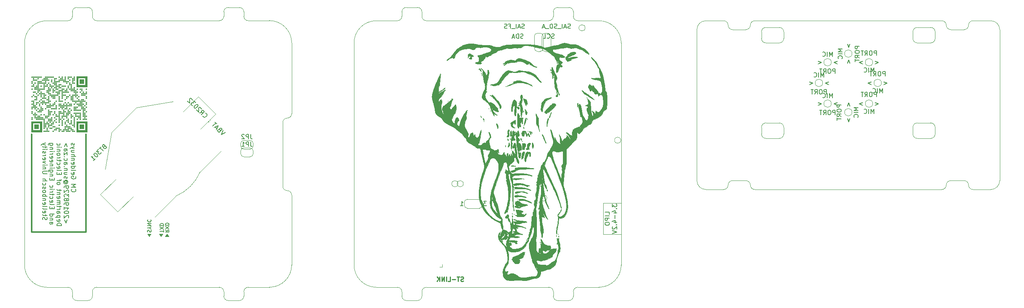
<source format=gbo>
%TF.GenerationSoftware,KiCad,Pcbnew,7.0.2*%
%TF.CreationDate,2023-04-27T15:04:22+02:00*%
%TF.ProjectId,kleinvoet,6b6c6569-6e76-46f6-9574-2e6b69636164,C*%
%TF.SameCoordinates,Original*%
%TF.FileFunction,Legend,Bot*%
%TF.FilePolarity,Positive*%
%FSLAX46Y46*%
G04 Gerber Fmt 4.6, Leading zero omitted, Abs format (unit mm)*
G04 Created by KiCad (PCBNEW 7.0.2) date 2023-04-27 15:04:22*
%MOMM*%
%LPD*%
G01*
G04 APERTURE LIST*
%ADD10C,0.100000*%
%ADD11C,0.300000*%
%ADD12C,0.120000*%
%ADD13C,0.150000*%
%ADD14C,0.250000*%
%ADD15C,0.010000*%
%TA.AperFunction,Profile*%
%ADD16C,0.050000*%
%TD*%
G04 APERTURE END LIST*
D10*
X54650000Y-80600000D02*
X54250000Y-80000000D01*
X55050000Y-80000000D01*
X54650000Y-80600000D01*
G36*
X54650000Y-80600000D02*
G01*
X54250000Y-80000000D01*
X55050000Y-80000000D01*
X54650000Y-80600000D01*
G37*
X56400000Y-80600000D02*
X55600000Y-80600000D01*
X56000000Y-80000000D01*
X56400000Y-80600000D01*
G36*
X56400000Y-80600000D02*
G01*
X55600000Y-80600000D01*
X56000000Y-80000000D01*
X56400000Y-80600000D01*
G37*
X52000000Y-80600000D02*
X51600000Y-80000000D01*
X52400000Y-80000000D01*
X52000000Y-80600000D01*
G36*
X52000000Y-80600000D02*
G01*
X51600000Y-80000000D01*
X52400000Y-80000000D01*
X52000000Y-80600000D01*
G37*
D11*
X25600000Y-57600000D02*
X25600000Y-79600000D01*
X37800000Y-79600000D02*
X25600000Y-79600000D01*
X37800000Y-57600000D02*
X37800000Y-79600000D01*
D12*
X154000000Y-73050000D02*
X158000000Y-73050000D01*
X154000000Y-80050000D02*
X154000000Y-73050000D01*
X158000000Y-80050000D02*
X154000000Y-80050000D01*
D13*
X55629904Y-79133332D02*
X56010857Y-79399999D01*
X55629904Y-79590475D02*
X56429904Y-79590475D01*
X56429904Y-79590475D02*
X56429904Y-79285713D01*
X56429904Y-79285713D02*
X56391809Y-79209523D01*
X56391809Y-79209523D02*
X56353714Y-79171428D01*
X56353714Y-79171428D02*
X56277523Y-79133332D01*
X56277523Y-79133332D02*
X56163238Y-79133332D01*
X56163238Y-79133332D02*
X56087047Y-79171428D01*
X56087047Y-79171428D02*
X56048952Y-79209523D01*
X56048952Y-79209523D02*
X56010857Y-79285713D01*
X56010857Y-79285713D02*
X56010857Y-79590475D01*
X56429904Y-78866666D02*
X55629904Y-78333332D01*
X56429904Y-78333332D02*
X55629904Y-78866666D01*
X55629904Y-78028570D02*
X56429904Y-78028570D01*
X56429904Y-78028570D02*
X56429904Y-77838094D01*
X56429904Y-77838094D02*
X56391809Y-77723808D01*
X56391809Y-77723808D02*
X56315619Y-77647618D01*
X56315619Y-77647618D02*
X56239428Y-77609523D01*
X56239428Y-77609523D02*
X56087047Y-77571427D01*
X56087047Y-77571427D02*
X55972761Y-77571427D01*
X55972761Y-77571427D02*
X55820380Y-77609523D01*
X55820380Y-77609523D02*
X55744190Y-77647618D01*
X55744190Y-77647618D02*
X55668000Y-77723808D01*
X55668000Y-77723808D02*
X55629904Y-77838094D01*
X55629904Y-77838094D02*
X55629904Y-78028570D01*
X55229904Y-79609523D02*
X55229904Y-79152380D01*
X54429904Y-79380952D02*
X55229904Y-79380952D01*
X55229904Y-78961904D02*
X54429904Y-78428570D01*
X55229904Y-78428570D02*
X54429904Y-78961904D01*
X54429904Y-78123808D02*
X55229904Y-78123808D01*
X55229904Y-78123808D02*
X55229904Y-77933332D01*
X55229904Y-77933332D02*
X55191809Y-77819046D01*
X55191809Y-77819046D02*
X55115619Y-77742856D01*
X55115619Y-77742856D02*
X55039428Y-77704761D01*
X55039428Y-77704761D02*
X54887047Y-77666665D01*
X54887047Y-77666665D02*
X54772761Y-77666665D01*
X54772761Y-77666665D02*
X54620380Y-77704761D01*
X54620380Y-77704761D02*
X54544190Y-77742856D01*
X54544190Y-77742856D02*
X54468000Y-77819046D01*
X54468000Y-77819046D02*
X54429904Y-77933332D01*
X54429904Y-77933332D02*
X54429904Y-78123808D01*
X51668000Y-79590476D02*
X51629904Y-79476190D01*
X51629904Y-79476190D02*
X51629904Y-79285714D01*
X51629904Y-79285714D02*
X51668000Y-79209523D01*
X51668000Y-79209523D02*
X51706095Y-79171428D01*
X51706095Y-79171428D02*
X51782285Y-79133333D01*
X51782285Y-79133333D02*
X51858476Y-79133333D01*
X51858476Y-79133333D02*
X51934666Y-79171428D01*
X51934666Y-79171428D02*
X51972761Y-79209523D01*
X51972761Y-79209523D02*
X52010857Y-79285714D01*
X52010857Y-79285714D02*
X52048952Y-79438095D01*
X52048952Y-79438095D02*
X52087047Y-79514285D01*
X52087047Y-79514285D02*
X52125142Y-79552380D01*
X52125142Y-79552380D02*
X52201333Y-79590476D01*
X52201333Y-79590476D02*
X52277523Y-79590476D01*
X52277523Y-79590476D02*
X52353714Y-79552380D01*
X52353714Y-79552380D02*
X52391809Y-79514285D01*
X52391809Y-79514285D02*
X52429904Y-79438095D01*
X52429904Y-79438095D02*
X52429904Y-79247618D01*
X52429904Y-79247618D02*
X52391809Y-79133333D01*
X52010857Y-78638094D02*
X51629904Y-78638094D01*
X52429904Y-78904761D02*
X52010857Y-78638094D01*
X52010857Y-78638094D02*
X52429904Y-78371428D01*
X51629904Y-78104761D02*
X52429904Y-78104761D01*
X52429904Y-78104761D02*
X51629904Y-77647618D01*
X51629904Y-77647618D02*
X52429904Y-77647618D01*
X51706095Y-76809523D02*
X51668000Y-76847619D01*
X51668000Y-76847619D02*
X51629904Y-76961904D01*
X51629904Y-76961904D02*
X51629904Y-77038095D01*
X51629904Y-77038095D02*
X51668000Y-77152381D01*
X51668000Y-77152381D02*
X51744190Y-77228571D01*
X51744190Y-77228571D02*
X51820380Y-77266666D01*
X51820380Y-77266666D02*
X51972761Y-77304762D01*
X51972761Y-77304762D02*
X52087047Y-77304762D01*
X52087047Y-77304762D02*
X52239428Y-77266666D01*
X52239428Y-77266666D02*
X52315619Y-77228571D01*
X52315619Y-77228571D02*
X52391809Y-77152381D01*
X52391809Y-77152381D02*
X52429904Y-77038095D01*
X52429904Y-77038095D02*
X52429904Y-76961904D01*
X52429904Y-76961904D02*
X52391809Y-76847619D01*
X52391809Y-76847619D02*
X52353714Y-76809523D01*
X34635453Y-69904431D02*
X34587834Y-69952050D01*
X34587834Y-69952050D02*
X34540214Y-70094907D01*
X34540214Y-70094907D02*
X34540214Y-70190145D01*
X34540214Y-70190145D02*
X34587834Y-70333002D01*
X34587834Y-70333002D02*
X34683072Y-70428240D01*
X34683072Y-70428240D02*
X34778310Y-70475859D01*
X34778310Y-70475859D02*
X34968786Y-70523478D01*
X34968786Y-70523478D02*
X35111643Y-70523478D01*
X35111643Y-70523478D02*
X35302119Y-70475859D01*
X35302119Y-70475859D02*
X35397357Y-70428240D01*
X35397357Y-70428240D02*
X35492595Y-70333002D01*
X35492595Y-70333002D02*
X35540214Y-70190145D01*
X35540214Y-70190145D02*
X35540214Y-70094907D01*
X35540214Y-70094907D02*
X35492595Y-69952050D01*
X35492595Y-69952050D02*
X35444976Y-69904431D01*
X34540214Y-69475859D02*
X35540214Y-69475859D01*
X35540214Y-69475859D02*
X34825929Y-69142526D01*
X34825929Y-69142526D02*
X35540214Y-68809193D01*
X35540214Y-68809193D02*
X34540214Y-68809193D01*
X35492595Y-67047288D02*
X35540214Y-67142526D01*
X35540214Y-67142526D02*
X35540214Y-67285383D01*
X35540214Y-67285383D02*
X35492595Y-67428240D01*
X35492595Y-67428240D02*
X35397357Y-67523478D01*
X35397357Y-67523478D02*
X35302119Y-67571097D01*
X35302119Y-67571097D02*
X35111643Y-67618716D01*
X35111643Y-67618716D02*
X34968786Y-67618716D01*
X34968786Y-67618716D02*
X34778310Y-67571097D01*
X34778310Y-67571097D02*
X34683072Y-67523478D01*
X34683072Y-67523478D02*
X34587834Y-67428240D01*
X34587834Y-67428240D02*
X34540214Y-67285383D01*
X34540214Y-67285383D02*
X34540214Y-67190145D01*
X34540214Y-67190145D02*
X34587834Y-67047288D01*
X34587834Y-67047288D02*
X34635453Y-66999669D01*
X34635453Y-66999669D02*
X34968786Y-66999669D01*
X34968786Y-66999669D02*
X34968786Y-67190145D01*
X34587834Y-66190145D02*
X34540214Y-66285383D01*
X34540214Y-66285383D02*
X34540214Y-66475859D01*
X34540214Y-66475859D02*
X34587834Y-66571097D01*
X34587834Y-66571097D02*
X34683072Y-66618716D01*
X34683072Y-66618716D02*
X35064024Y-66618716D01*
X35064024Y-66618716D02*
X35159262Y-66571097D01*
X35159262Y-66571097D02*
X35206881Y-66475859D01*
X35206881Y-66475859D02*
X35206881Y-66285383D01*
X35206881Y-66285383D02*
X35159262Y-66190145D01*
X35159262Y-66190145D02*
X35064024Y-66142526D01*
X35064024Y-66142526D02*
X34968786Y-66142526D01*
X34968786Y-66142526D02*
X34873548Y-66618716D01*
X34540214Y-65571097D02*
X34587834Y-65666335D01*
X34587834Y-65666335D02*
X34683072Y-65713954D01*
X34683072Y-65713954D02*
X35540214Y-65713954D01*
X34540214Y-64761573D02*
X35540214Y-64761573D01*
X34587834Y-64761573D02*
X34540214Y-64856811D01*
X34540214Y-64856811D02*
X34540214Y-65047287D01*
X34540214Y-65047287D02*
X34587834Y-65142525D01*
X34587834Y-65142525D02*
X34635453Y-65190144D01*
X34635453Y-65190144D02*
X34730691Y-65237763D01*
X34730691Y-65237763D02*
X35016405Y-65237763D01*
X35016405Y-65237763D02*
X35111643Y-65190144D01*
X35111643Y-65190144D02*
X35159262Y-65142525D01*
X35159262Y-65142525D02*
X35206881Y-65047287D01*
X35206881Y-65047287D02*
X35206881Y-64856811D01*
X35206881Y-64856811D02*
X35159262Y-64761573D01*
X34587834Y-63904430D02*
X34540214Y-63999668D01*
X34540214Y-63999668D02*
X34540214Y-64190144D01*
X34540214Y-64190144D02*
X34587834Y-64285382D01*
X34587834Y-64285382D02*
X34683072Y-64333001D01*
X34683072Y-64333001D02*
X35064024Y-64333001D01*
X35064024Y-64333001D02*
X35159262Y-64285382D01*
X35159262Y-64285382D02*
X35206881Y-64190144D01*
X35206881Y-64190144D02*
X35206881Y-63999668D01*
X35206881Y-63999668D02*
X35159262Y-63904430D01*
X35159262Y-63904430D02*
X35064024Y-63856811D01*
X35064024Y-63856811D02*
X34968786Y-63856811D01*
X34968786Y-63856811D02*
X34873548Y-64333001D01*
X35206881Y-63428239D02*
X34540214Y-63428239D01*
X35111643Y-63428239D02*
X35159262Y-63380620D01*
X35159262Y-63380620D02*
X35206881Y-63285382D01*
X35206881Y-63285382D02*
X35206881Y-63142525D01*
X35206881Y-63142525D02*
X35159262Y-63047287D01*
X35159262Y-63047287D02*
X35064024Y-62999668D01*
X35064024Y-62999668D02*
X34540214Y-62999668D01*
X34540214Y-62523477D02*
X35540214Y-62523477D01*
X34540214Y-62094906D02*
X35064024Y-62094906D01*
X35064024Y-62094906D02*
X35159262Y-62142525D01*
X35159262Y-62142525D02*
X35206881Y-62237763D01*
X35206881Y-62237763D02*
X35206881Y-62380620D01*
X35206881Y-62380620D02*
X35159262Y-62475858D01*
X35159262Y-62475858D02*
X35111643Y-62523477D01*
X35206881Y-61190144D02*
X34540214Y-61190144D01*
X35206881Y-61618715D02*
X34683072Y-61618715D01*
X34683072Y-61618715D02*
X34587834Y-61571096D01*
X34587834Y-61571096D02*
X34540214Y-61475858D01*
X34540214Y-61475858D02*
X34540214Y-61333001D01*
X34540214Y-61333001D02*
X34587834Y-61237763D01*
X34587834Y-61237763D02*
X34635453Y-61190144D01*
X35206881Y-60809191D02*
X34540214Y-60571096D01*
X35206881Y-60333001D02*
X34540214Y-60571096D01*
X34540214Y-60571096D02*
X34302119Y-60666334D01*
X34302119Y-60666334D02*
X34254500Y-60713953D01*
X34254500Y-60713953D02*
X34206881Y-60809191D01*
X34587834Y-59999667D02*
X34540214Y-59904429D01*
X34540214Y-59904429D02*
X34540214Y-59713953D01*
X34540214Y-59713953D02*
X34587834Y-59618715D01*
X34587834Y-59618715D02*
X34683072Y-59571096D01*
X34683072Y-59571096D02*
X34730691Y-59571096D01*
X34730691Y-59571096D02*
X34825929Y-59618715D01*
X34825929Y-59618715D02*
X34873548Y-59713953D01*
X34873548Y-59713953D02*
X34873548Y-59856810D01*
X34873548Y-59856810D02*
X34921167Y-59952048D01*
X34921167Y-59952048D02*
X35016405Y-59999667D01*
X35016405Y-59999667D02*
X35064024Y-59999667D01*
X35064024Y-59999667D02*
X35159262Y-59952048D01*
X35159262Y-59952048D02*
X35206881Y-59856810D01*
X35206881Y-59856810D02*
X35206881Y-59713953D01*
X35206881Y-59713953D02*
X35159262Y-59618715D01*
X33586881Y-76809191D02*
X33301167Y-77571095D01*
X33301167Y-77571095D02*
X33015453Y-76809191D01*
X33824976Y-76380619D02*
X33872595Y-76333000D01*
X33872595Y-76333000D02*
X33920214Y-76237762D01*
X33920214Y-76237762D02*
X33920214Y-75999667D01*
X33920214Y-75999667D02*
X33872595Y-75904429D01*
X33872595Y-75904429D02*
X33824976Y-75856810D01*
X33824976Y-75856810D02*
X33729738Y-75809191D01*
X33729738Y-75809191D02*
X33634500Y-75809191D01*
X33634500Y-75809191D02*
X33491643Y-75856810D01*
X33491643Y-75856810D02*
X32920214Y-76428238D01*
X32920214Y-76428238D02*
X32920214Y-75809191D01*
X33920214Y-75190143D02*
X33920214Y-75094905D01*
X33920214Y-75094905D02*
X33872595Y-74999667D01*
X33872595Y-74999667D02*
X33824976Y-74952048D01*
X33824976Y-74952048D02*
X33729738Y-74904429D01*
X33729738Y-74904429D02*
X33539262Y-74856810D01*
X33539262Y-74856810D02*
X33301167Y-74856810D01*
X33301167Y-74856810D02*
X33110691Y-74904429D01*
X33110691Y-74904429D02*
X33015453Y-74952048D01*
X33015453Y-74952048D02*
X32967834Y-74999667D01*
X32967834Y-74999667D02*
X32920214Y-75094905D01*
X32920214Y-75094905D02*
X32920214Y-75190143D01*
X32920214Y-75190143D02*
X32967834Y-75285381D01*
X32967834Y-75285381D02*
X33015453Y-75333000D01*
X33015453Y-75333000D02*
X33110691Y-75380619D01*
X33110691Y-75380619D02*
X33301167Y-75428238D01*
X33301167Y-75428238D02*
X33539262Y-75428238D01*
X33539262Y-75428238D02*
X33729738Y-75380619D01*
X33729738Y-75380619D02*
X33824976Y-75333000D01*
X33824976Y-75333000D02*
X33872595Y-75285381D01*
X33872595Y-75285381D02*
X33920214Y-75190143D01*
X32920214Y-73904429D02*
X32920214Y-74475857D01*
X32920214Y-74190143D02*
X33920214Y-74190143D01*
X33920214Y-74190143D02*
X33777357Y-74285381D01*
X33777357Y-74285381D02*
X33682119Y-74380619D01*
X33682119Y-74380619D02*
X33634500Y-74475857D01*
X32920214Y-73428238D02*
X32920214Y-73237762D01*
X32920214Y-73237762D02*
X32967834Y-73142524D01*
X32967834Y-73142524D02*
X33015453Y-73094905D01*
X33015453Y-73094905D02*
X33158310Y-72999667D01*
X33158310Y-72999667D02*
X33348786Y-72952048D01*
X33348786Y-72952048D02*
X33729738Y-72952048D01*
X33729738Y-72952048D02*
X33824976Y-72999667D01*
X33824976Y-72999667D02*
X33872595Y-73047286D01*
X33872595Y-73047286D02*
X33920214Y-73142524D01*
X33920214Y-73142524D02*
X33920214Y-73333000D01*
X33920214Y-73333000D02*
X33872595Y-73428238D01*
X33872595Y-73428238D02*
X33824976Y-73475857D01*
X33824976Y-73475857D02*
X33729738Y-73523476D01*
X33729738Y-73523476D02*
X33491643Y-73523476D01*
X33491643Y-73523476D02*
X33396405Y-73475857D01*
X33396405Y-73475857D02*
X33348786Y-73428238D01*
X33348786Y-73428238D02*
X33301167Y-73333000D01*
X33301167Y-73333000D02*
X33301167Y-73142524D01*
X33301167Y-73142524D02*
X33348786Y-73047286D01*
X33348786Y-73047286D02*
X33396405Y-72999667D01*
X33396405Y-72999667D02*
X33491643Y-72952048D01*
X33491643Y-72380619D02*
X33539262Y-72475857D01*
X33539262Y-72475857D02*
X33586881Y-72523476D01*
X33586881Y-72523476D02*
X33682119Y-72571095D01*
X33682119Y-72571095D02*
X33729738Y-72571095D01*
X33729738Y-72571095D02*
X33824976Y-72523476D01*
X33824976Y-72523476D02*
X33872595Y-72475857D01*
X33872595Y-72475857D02*
X33920214Y-72380619D01*
X33920214Y-72380619D02*
X33920214Y-72190143D01*
X33920214Y-72190143D02*
X33872595Y-72094905D01*
X33872595Y-72094905D02*
X33824976Y-72047286D01*
X33824976Y-72047286D02*
X33729738Y-71999667D01*
X33729738Y-71999667D02*
X33682119Y-71999667D01*
X33682119Y-71999667D02*
X33586881Y-72047286D01*
X33586881Y-72047286D02*
X33539262Y-72094905D01*
X33539262Y-72094905D02*
X33491643Y-72190143D01*
X33491643Y-72190143D02*
X33491643Y-72380619D01*
X33491643Y-72380619D02*
X33444024Y-72475857D01*
X33444024Y-72475857D02*
X33396405Y-72523476D01*
X33396405Y-72523476D02*
X33301167Y-72571095D01*
X33301167Y-72571095D02*
X33110691Y-72571095D01*
X33110691Y-72571095D02*
X33015453Y-72523476D01*
X33015453Y-72523476D02*
X32967834Y-72475857D01*
X32967834Y-72475857D02*
X32920214Y-72380619D01*
X32920214Y-72380619D02*
X32920214Y-72190143D01*
X32920214Y-72190143D02*
X32967834Y-72094905D01*
X32967834Y-72094905D02*
X33015453Y-72047286D01*
X33015453Y-72047286D02*
X33110691Y-71999667D01*
X33110691Y-71999667D02*
X33301167Y-71999667D01*
X33301167Y-71999667D02*
X33396405Y-72047286D01*
X33396405Y-72047286D02*
X33444024Y-72094905D01*
X33444024Y-72094905D02*
X33491643Y-72190143D01*
X33920214Y-71666333D02*
X33920214Y-71047286D01*
X33920214Y-71047286D02*
X33539262Y-71380619D01*
X33539262Y-71380619D02*
X33539262Y-71237762D01*
X33539262Y-71237762D02*
X33491643Y-71142524D01*
X33491643Y-71142524D02*
X33444024Y-71094905D01*
X33444024Y-71094905D02*
X33348786Y-71047286D01*
X33348786Y-71047286D02*
X33110691Y-71047286D01*
X33110691Y-71047286D02*
X33015453Y-71094905D01*
X33015453Y-71094905D02*
X32967834Y-71142524D01*
X32967834Y-71142524D02*
X32920214Y-71237762D01*
X32920214Y-71237762D02*
X32920214Y-71523476D01*
X32920214Y-71523476D02*
X32967834Y-71618714D01*
X32967834Y-71618714D02*
X33015453Y-71666333D01*
X33824976Y-70666333D02*
X33872595Y-70618714D01*
X33872595Y-70618714D02*
X33920214Y-70523476D01*
X33920214Y-70523476D02*
X33920214Y-70285381D01*
X33920214Y-70285381D02*
X33872595Y-70190143D01*
X33872595Y-70190143D02*
X33824976Y-70142524D01*
X33824976Y-70142524D02*
X33729738Y-70094905D01*
X33729738Y-70094905D02*
X33634500Y-70094905D01*
X33634500Y-70094905D02*
X33491643Y-70142524D01*
X33491643Y-70142524D02*
X32920214Y-70713952D01*
X32920214Y-70713952D02*
X32920214Y-70094905D01*
X32920214Y-69618714D02*
X32920214Y-69428238D01*
X32920214Y-69428238D02*
X32967834Y-69333000D01*
X32967834Y-69333000D02*
X33015453Y-69285381D01*
X33015453Y-69285381D02*
X33158310Y-69190143D01*
X33158310Y-69190143D02*
X33348786Y-69142524D01*
X33348786Y-69142524D02*
X33729738Y-69142524D01*
X33729738Y-69142524D02*
X33824976Y-69190143D01*
X33824976Y-69190143D02*
X33872595Y-69237762D01*
X33872595Y-69237762D02*
X33920214Y-69333000D01*
X33920214Y-69333000D02*
X33920214Y-69523476D01*
X33920214Y-69523476D02*
X33872595Y-69618714D01*
X33872595Y-69618714D02*
X33824976Y-69666333D01*
X33824976Y-69666333D02*
X33729738Y-69713952D01*
X33729738Y-69713952D02*
X33491643Y-69713952D01*
X33491643Y-69713952D02*
X33396405Y-69666333D01*
X33396405Y-69666333D02*
X33348786Y-69618714D01*
X33348786Y-69618714D02*
X33301167Y-69523476D01*
X33301167Y-69523476D02*
X33301167Y-69333000D01*
X33301167Y-69333000D02*
X33348786Y-69237762D01*
X33348786Y-69237762D02*
X33396405Y-69190143D01*
X33396405Y-69190143D02*
X33491643Y-69142524D01*
X33396405Y-68094905D02*
X33444024Y-68142524D01*
X33444024Y-68142524D02*
X33491643Y-68237762D01*
X33491643Y-68237762D02*
X33491643Y-68333000D01*
X33491643Y-68333000D02*
X33444024Y-68428238D01*
X33444024Y-68428238D02*
X33396405Y-68475857D01*
X33396405Y-68475857D02*
X33301167Y-68523476D01*
X33301167Y-68523476D02*
X33205929Y-68523476D01*
X33205929Y-68523476D02*
X33110691Y-68475857D01*
X33110691Y-68475857D02*
X33063072Y-68428238D01*
X33063072Y-68428238D02*
X33015453Y-68333000D01*
X33015453Y-68333000D02*
X33015453Y-68237762D01*
X33015453Y-68237762D02*
X33063072Y-68142524D01*
X33063072Y-68142524D02*
X33110691Y-68094905D01*
X33491643Y-68094905D02*
X33110691Y-68094905D01*
X33110691Y-68094905D02*
X33063072Y-68047286D01*
X33063072Y-68047286D02*
X33063072Y-67999667D01*
X33063072Y-67999667D02*
X33110691Y-67904428D01*
X33110691Y-67904428D02*
X33205929Y-67856809D01*
X33205929Y-67856809D02*
X33444024Y-67856809D01*
X33444024Y-67856809D02*
X33586881Y-67952048D01*
X33586881Y-67952048D02*
X33682119Y-68094905D01*
X33682119Y-68094905D02*
X33729738Y-68285381D01*
X33729738Y-68285381D02*
X33682119Y-68475857D01*
X33682119Y-68475857D02*
X33586881Y-68618714D01*
X33586881Y-68618714D02*
X33444024Y-68713952D01*
X33444024Y-68713952D02*
X33253548Y-68761571D01*
X33253548Y-68761571D02*
X33063072Y-68713952D01*
X33063072Y-68713952D02*
X32920214Y-68618714D01*
X32920214Y-68618714D02*
X32824976Y-68475857D01*
X32824976Y-68475857D02*
X32777357Y-68285381D01*
X32777357Y-68285381D02*
X32824976Y-68094905D01*
X32824976Y-68094905D02*
X32920214Y-67952048D01*
X32967834Y-67475857D02*
X32920214Y-67380619D01*
X32920214Y-67380619D02*
X32920214Y-67190143D01*
X32920214Y-67190143D02*
X32967834Y-67094905D01*
X32967834Y-67094905D02*
X33063072Y-67047286D01*
X33063072Y-67047286D02*
X33110691Y-67047286D01*
X33110691Y-67047286D02*
X33205929Y-67094905D01*
X33205929Y-67094905D02*
X33253548Y-67190143D01*
X33253548Y-67190143D02*
X33253548Y-67333000D01*
X33253548Y-67333000D02*
X33301167Y-67428238D01*
X33301167Y-67428238D02*
X33396405Y-67475857D01*
X33396405Y-67475857D02*
X33444024Y-67475857D01*
X33444024Y-67475857D02*
X33539262Y-67428238D01*
X33539262Y-67428238D02*
X33586881Y-67333000D01*
X33586881Y-67333000D02*
X33586881Y-67190143D01*
X33586881Y-67190143D02*
X33539262Y-67094905D01*
X33586881Y-66190143D02*
X32920214Y-66190143D01*
X33586881Y-66618714D02*
X33063072Y-66618714D01*
X33063072Y-66618714D02*
X32967834Y-66571095D01*
X32967834Y-66571095D02*
X32920214Y-66475857D01*
X32920214Y-66475857D02*
X32920214Y-66333000D01*
X32920214Y-66333000D02*
X32967834Y-66237762D01*
X32967834Y-66237762D02*
X33015453Y-66190143D01*
X33586881Y-65713952D02*
X32920214Y-65713952D01*
X33491643Y-65713952D02*
X33539262Y-65666333D01*
X33539262Y-65666333D02*
X33586881Y-65571095D01*
X33586881Y-65571095D02*
X33586881Y-65428238D01*
X33586881Y-65428238D02*
X33539262Y-65333000D01*
X33539262Y-65333000D02*
X33444024Y-65285381D01*
X33444024Y-65285381D02*
X32920214Y-65285381D01*
X33015453Y-64809190D02*
X32967834Y-64761571D01*
X32967834Y-64761571D02*
X32920214Y-64809190D01*
X32920214Y-64809190D02*
X32967834Y-64856809D01*
X32967834Y-64856809D02*
X33015453Y-64809190D01*
X33015453Y-64809190D02*
X32920214Y-64809190D01*
X32920214Y-63904429D02*
X33444024Y-63904429D01*
X33444024Y-63904429D02*
X33539262Y-63952048D01*
X33539262Y-63952048D02*
X33586881Y-64047286D01*
X33586881Y-64047286D02*
X33586881Y-64237762D01*
X33586881Y-64237762D02*
X33539262Y-64333000D01*
X32967834Y-63904429D02*
X32920214Y-63999667D01*
X32920214Y-63999667D02*
X32920214Y-64237762D01*
X32920214Y-64237762D02*
X32967834Y-64333000D01*
X32967834Y-64333000D02*
X33063072Y-64380619D01*
X33063072Y-64380619D02*
X33158310Y-64380619D01*
X33158310Y-64380619D02*
X33253548Y-64333000D01*
X33253548Y-64333000D02*
X33301167Y-64237762D01*
X33301167Y-64237762D02*
X33301167Y-63999667D01*
X33301167Y-63999667D02*
X33348786Y-63904429D01*
X32967834Y-62999667D02*
X32920214Y-63094905D01*
X32920214Y-63094905D02*
X32920214Y-63285381D01*
X32920214Y-63285381D02*
X32967834Y-63380619D01*
X32967834Y-63380619D02*
X33015453Y-63428238D01*
X33015453Y-63428238D02*
X33110691Y-63475857D01*
X33110691Y-63475857D02*
X33396405Y-63475857D01*
X33396405Y-63475857D02*
X33491643Y-63428238D01*
X33491643Y-63428238D02*
X33539262Y-63380619D01*
X33539262Y-63380619D02*
X33586881Y-63285381D01*
X33586881Y-63285381D02*
X33586881Y-63094905D01*
X33586881Y-63094905D02*
X33539262Y-62999667D01*
X33015453Y-62571095D02*
X32967834Y-62523476D01*
X32967834Y-62523476D02*
X32920214Y-62571095D01*
X32920214Y-62571095D02*
X32967834Y-62618714D01*
X32967834Y-62618714D02*
X33015453Y-62571095D01*
X33015453Y-62571095D02*
X32920214Y-62571095D01*
X33586881Y-62190143D02*
X33586881Y-61666334D01*
X33586881Y-61666334D02*
X32920214Y-62190143D01*
X32920214Y-62190143D02*
X32920214Y-61666334D01*
X32920214Y-60856810D02*
X33444024Y-60856810D01*
X33444024Y-60856810D02*
X33539262Y-60904429D01*
X33539262Y-60904429D02*
X33586881Y-60999667D01*
X33586881Y-60999667D02*
X33586881Y-61190143D01*
X33586881Y-61190143D02*
X33539262Y-61285381D01*
X32967834Y-60856810D02*
X32920214Y-60952048D01*
X32920214Y-60952048D02*
X32920214Y-61190143D01*
X32920214Y-61190143D02*
X32967834Y-61285381D01*
X32967834Y-61285381D02*
X33063072Y-61333000D01*
X33063072Y-61333000D02*
X33158310Y-61333000D01*
X33158310Y-61333000D02*
X33253548Y-61285381D01*
X33253548Y-61285381D02*
X33301167Y-61190143D01*
X33301167Y-61190143D02*
X33301167Y-60952048D01*
X33301167Y-60952048D02*
X33348786Y-60856810D01*
X33586881Y-60380619D02*
X33301167Y-59618715D01*
X33301167Y-59618715D02*
X33015453Y-60380619D01*
X31300214Y-78142528D02*
X32300214Y-78142528D01*
X32300214Y-78142528D02*
X32300214Y-77904433D01*
X32300214Y-77904433D02*
X32252595Y-77761576D01*
X32252595Y-77761576D02*
X32157357Y-77666338D01*
X32157357Y-77666338D02*
X32062119Y-77618719D01*
X32062119Y-77618719D02*
X31871643Y-77571100D01*
X31871643Y-77571100D02*
X31728786Y-77571100D01*
X31728786Y-77571100D02*
X31538310Y-77618719D01*
X31538310Y-77618719D02*
X31443072Y-77666338D01*
X31443072Y-77666338D02*
X31347834Y-77761576D01*
X31347834Y-77761576D02*
X31300214Y-77904433D01*
X31300214Y-77904433D02*
X31300214Y-78142528D01*
X31347834Y-76761576D02*
X31300214Y-76856814D01*
X31300214Y-76856814D02*
X31300214Y-77047290D01*
X31300214Y-77047290D02*
X31347834Y-77142528D01*
X31347834Y-77142528D02*
X31443072Y-77190147D01*
X31443072Y-77190147D02*
X31824024Y-77190147D01*
X31824024Y-77190147D02*
X31919262Y-77142528D01*
X31919262Y-77142528D02*
X31966881Y-77047290D01*
X31966881Y-77047290D02*
X31966881Y-76856814D01*
X31966881Y-76856814D02*
X31919262Y-76761576D01*
X31919262Y-76761576D02*
X31824024Y-76713957D01*
X31824024Y-76713957D02*
X31728786Y-76713957D01*
X31728786Y-76713957D02*
X31633548Y-77190147D01*
X31966881Y-76285385D02*
X30966881Y-76285385D01*
X31919262Y-76285385D02*
X31966881Y-76190147D01*
X31966881Y-76190147D02*
X31966881Y-75999671D01*
X31966881Y-75999671D02*
X31919262Y-75904433D01*
X31919262Y-75904433D02*
X31871643Y-75856814D01*
X31871643Y-75856814D02*
X31776405Y-75809195D01*
X31776405Y-75809195D02*
X31490691Y-75809195D01*
X31490691Y-75809195D02*
X31395453Y-75856814D01*
X31395453Y-75856814D02*
X31347834Y-75904433D01*
X31347834Y-75904433D02*
X31300214Y-75999671D01*
X31300214Y-75999671D02*
X31300214Y-76190147D01*
X31300214Y-76190147D02*
X31347834Y-76285385D01*
X31300214Y-74952052D02*
X31824024Y-74952052D01*
X31824024Y-74952052D02*
X31919262Y-74999671D01*
X31919262Y-74999671D02*
X31966881Y-75094909D01*
X31966881Y-75094909D02*
X31966881Y-75285385D01*
X31966881Y-75285385D02*
X31919262Y-75380623D01*
X31347834Y-74952052D02*
X31300214Y-75047290D01*
X31300214Y-75047290D02*
X31300214Y-75285385D01*
X31300214Y-75285385D02*
X31347834Y-75380623D01*
X31347834Y-75380623D02*
X31443072Y-75428242D01*
X31443072Y-75428242D02*
X31538310Y-75428242D01*
X31538310Y-75428242D02*
X31633548Y-75380623D01*
X31633548Y-75380623D02*
X31681167Y-75285385D01*
X31681167Y-75285385D02*
X31681167Y-75047290D01*
X31681167Y-75047290D02*
X31728786Y-74952052D01*
X31300214Y-74475861D02*
X31966881Y-74475861D01*
X31776405Y-74475861D02*
X31871643Y-74428242D01*
X31871643Y-74428242D02*
X31919262Y-74380623D01*
X31919262Y-74380623D02*
X31966881Y-74285385D01*
X31966881Y-74285385D02*
X31966881Y-74190147D01*
X31966881Y-73999670D02*
X31966881Y-73618718D01*
X32300214Y-73856813D02*
X31443072Y-73856813D01*
X31443072Y-73856813D02*
X31347834Y-73809194D01*
X31347834Y-73809194D02*
X31300214Y-73713956D01*
X31300214Y-73713956D02*
X31300214Y-73618718D01*
X31300214Y-73285384D02*
X31966881Y-73285384D01*
X31871643Y-73285384D02*
X31919262Y-73237765D01*
X31919262Y-73237765D02*
X31966881Y-73142527D01*
X31966881Y-73142527D02*
X31966881Y-72999670D01*
X31966881Y-72999670D02*
X31919262Y-72904432D01*
X31919262Y-72904432D02*
X31824024Y-72856813D01*
X31824024Y-72856813D02*
X31300214Y-72856813D01*
X31824024Y-72856813D02*
X31919262Y-72809194D01*
X31919262Y-72809194D02*
X31966881Y-72713956D01*
X31966881Y-72713956D02*
X31966881Y-72571099D01*
X31966881Y-72571099D02*
X31919262Y-72475860D01*
X31919262Y-72475860D02*
X31824024Y-72428241D01*
X31824024Y-72428241D02*
X31300214Y-72428241D01*
X31347834Y-71571099D02*
X31300214Y-71666337D01*
X31300214Y-71666337D02*
X31300214Y-71856813D01*
X31300214Y-71856813D02*
X31347834Y-71952051D01*
X31347834Y-71952051D02*
X31443072Y-71999670D01*
X31443072Y-71999670D02*
X31824024Y-71999670D01*
X31824024Y-71999670D02*
X31919262Y-71952051D01*
X31919262Y-71952051D02*
X31966881Y-71856813D01*
X31966881Y-71856813D02*
X31966881Y-71666337D01*
X31966881Y-71666337D02*
X31919262Y-71571099D01*
X31919262Y-71571099D02*
X31824024Y-71523480D01*
X31824024Y-71523480D02*
X31728786Y-71523480D01*
X31728786Y-71523480D02*
X31633548Y-71999670D01*
X31966881Y-71094908D02*
X31300214Y-71094908D01*
X31871643Y-71094908D02*
X31919262Y-71047289D01*
X31919262Y-71047289D02*
X31966881Y-70952051D01*
X31966881Y-70952051D02*
X31966881Y-70809194D01*
X31966881Y-70809194D02*
X31919262Y-70713956D01*
X31919262Y-70713956D02*
X31824024Y-70666337D01*
X31824024Y-70666337D02*
X31300214Y-70666337D01*
X31966881Y-70333003D02*
X31966881Y-69952051D01*
X32300214Y-70190146D02*
X31443072Y-70190146D01*
X31443072Y-70190146D02*
X31347834Y-70142527D01*
X31347834Y-70142527D02*
X31300214Y-70047289D01*
X31300214Y-70047289D02*
X31300214Y-69952051D01*
X31300214Y-68713955D02*
X31347834Y-68809193D01*
X31347834Y-68809193D02*
X31395453Y-68856812D01*
X31395453Y-68856812D02*
X31490691Y-68904431D01*
X31490691Y-68904431D02*
X31776405Y-68904431D01*
X31776405Y-68904431D02*
X31871643Y-68856812D01*
X31871643Y-68856812D02*
X31919262Y-68809193D01*
X31919262Y-68809193D02*
X31966881Y-68713955D01*
X31966881Y-68713955D02*
X31966881Y-68571098D01*
X31966881Y-68571098D02*
X31919262Y-68475860D01*
X31919262Y-68475860D02*
X31871643Y-68428241D01*
X31871643Y-68428241D02*
X31776405Y-68380622D01*
X31776405Y-68380622D02*
X31490691Y-68380622D01*
X31490691Y-68380622D02*
X31395453Y-68428241D01*
X31395453Y-68428241D02*
X31347834Y-68475860D01*
X31347834Y-68475860D02*
X31300214Y-68571098D01*
X31300214Y-68571098D02*
X31300214Y-68713955D01*
X31966881Y-68094907D02*
X31966881Y-67713955D01*
X31300214Y-67952050D02*
X32157357Y-67952050D01*
X32157357Y-67952050D02*
X32252595Y-67904431D01*
X32252595Y-67904431D02*
X32300214Y-67809193D01*
X32300214Y-67809193D02*
X32300214Y-67713955D01*
X31824024Y-66618716D02*
X31824024Y-66285383D01*
X31300214Y-66142526D02*
X31300214Y-66618716D01*
X31300214Y-66618716D02*
X32300214Y-66618716D01*
X32300214Y-66618716D02*
X32300214Y-66142526D01*
X31300214Y-65571097D02*
X31347834Y-65666335D01*
X31347834Y-65666335D02*
X31443072Y-65713954D01*
X31443072Y-65713954D02*
X32300214Y-65713954D01*
X31347834Y-64809192D02*
X31300214Y-64904430D01*
X31300214Y-64904430D02*
X31300214Y-65094906D01*
X31300214Y-65094906D02*
X31347834Y-65190144D01*
X31347834Y-65190144D02*
X31443072Y-65237763D01*
X31443072Y-65237763D02*
X31824024Y-65237763D01*
X31824024Y-65237763D02*
X31919262Y-65190144D01*
X31919262Y-65190144D02*
X31966881Y-65094906D01*
X31966881Y-65094906D02*
X31966881Y-64904430D01*
X31966881Y-64904430D02*
X31919262Y-64809192D01*
X31919262Y-64809192D02*
X31824024Y-64761573D01*
X31824024Y-64761573D02*
X31728786Y-64761573D01*
X31728786Y-64761573D02*
X31633548Y-65237763D01*
X31347834Y-63904430D02*
X31300214Y-63999668D01*
X31300214Y-63999668D02*
X31300214Y-64190144D01*
X31300214Y-64190144D02*
X31347834Y-64285382D01*
X31347834Y-64285382D02*
X31395453Y-64333001D01*
X31395453Y-64333001D02*
X31490691Y-64380620D01*
X31490691Y-64380620D02*
X31776405Y-64380620D01*
X31776405Y-64380620D02*
X31871643Y-64333001D01*
X31871643Y-64333001D02*
X31919262Y-64285382D01*
X31919262Y-64285382D02*
X31966881Y-64190144D01*
X31966881Y-64190144D02*
X31966881Y-63999668D01*
X31966881Y-63999668D02*
X31919262Y-63904430D01*
X31966881Y-63618715D02*
X31966881Y-63237763D01*
X32300214Y-63475858D02*
X31443072Y-63475858D01*
X31443072Y-63475858D02*
X31347834Y-63428239D01*
X31347834Y-63428239D02*
X31300214Y-63333001D01*
X31300214Y-63333001D02*
X31300214Y-63237763D01*
X31300214Y-62904429D02*
X31966881Y-62904429D01*
X31776405Y-62904429D02*
X31871643Y-62856810D01*
X31871643Y-62856810D02*
X31919262Y-62809191D01*
X31919262Y-62809191D02*
X31966881Y-62713953D01*
X31966881Y-62713953D02*
X31966881Y-62618715D01*
X31300214Y-62142524D02*
X31347834Y-62237762D01*
X31347834Y-62237762D02*
X31395453Y-62285381D01*
X31395453Y-62285381D02*
X31490691Y-62333000D01*
X31490691Y-62333000D02*
X31776405Y-62333000D01*
X31776405Y-62333000D02*
X31871643Y-62285381D01*
X31871643Y-62285381D02*
X31919262Y-62237762D01*
X31919262Y-62237762D02*
X31966881Y-62142524D01*
X31966881Y-62142524D02*
X31966881Y-61999667D01*
X31966881Y-61999667D02*
X31919262Y-61904429D01*
X31919262Y-61904429D02*
X31871643Y-61856810D01*
X31871643Y-61856810D02*
X31776405Y-61809191D01*
X31776405Y-61809191D02*
X31490691Y-61809191D01*
X31490691Y-61809191D02*
X31395453Y-61856810D01*
X31395453Y-61856810D02*
X31347834Y-61904429D01*
X31347834Y-61904429D02*
X31300214Y-61999667D01*
X31300214Y-61999667D02*
X31300214Y-62142524D01*
X31966881Y-61380619D02*
X31300214Y-61380619D01*
X31871643Y-61380619D02*
X31919262Y-61333000D01*
X31919262Y-61333000D02*
X31966881Y-61237762D01*
X31966881Y-61237762D02*
X31966881Y-61094905D01*
X31966881Y-61094905D02*
X31919262Y-60999667D01*
X31919262Y-60999667D02*
X31824024Y-60952048D01*
X31824024Y-60952048D02*
X31300214Y-60952048D01*
X31300214Y-60475857D02*
X31966881Y-60475857D01*
X32300214Y-60475857D02*
X32252595Y-60523476D01*
X32252595Y-60523476D02*
X32204976Y-60475857D01*
X32204976Y-60475857D02*
X32252595Y-60428238D01*
X32252595Y-60428238D02*
X32300214Y-60475857D01*
X32300214Y-60475857D02*
X32204976Y-60475857D01*
X31347834Y-59571096D02*
X31300214Y-59666334D01*
X31300214Y-59666334D02*
X31300214Y-59856810D01*
X31300214Y-59856810D02*
X31347834Y-59952048D01*
X31347834Y-59952048D02*
X31395453Y-59999667D01*
X31395453Y-59999667D02*
X31490691Y-60047286D01*
X31490691Y-60047286D02*
X31776405Y-60047286D01*
X31776405Y-60047286D02*
X31871643Y-59999667D01*
X31871643Y-59999667D02*
X31919262Y-59952048D01*
X31919262Y-59952048D02*
X31966881Y-59856810D01*
X31966881Y-59856810D02*
X31966881Y-59666334D01*
X31966881Y-59666334D02*
X31919262Y-59571096D01*
X29680214Y-77333003D02*
X30204024Y-77333003D01*
X30204024Y-77333003D02*
X30299262Y-77380622D01*
X30299262Y-77380622D02*
X30346881Y-77475860D01*
X30346881Y-77475860D02*
X30346881Y-77666336D01*
X30346881Y-77666336D02*
X30299262Y-77761574D01*
X29727834Y-77333003D02*
X29680214Y-77428241D01*
X29680214Y-77428241D02*
X29680214Y-77666336D01*
X29680214Y-77666336D02*
X29727834Y-77761574D01*
X29727834Y-77761574D02*
X29823072Y-77809193D01*
X29823072Y-77809193D02*
X29918310Y-77809193D01*
X29918310Y-77809193D02*
X30013548Y-77761574D01*
X30013548Y-77761574D02*
X30061167Y-77666336D01*
X30061167Y-77666336D02*
X30061167Y-77428241D01*
X30061167Y-77428241D02*
X30108786Y-77333003D01*
X30346881Y-76856812D02*
X29680214Y-76856812D01*
X30251643Y-76856812D02*
X30299262Y-76809193D01*
X30299262Y-76809193D02*
X30346881Y-76713955D01*
X30346881Y-76713955D02*
X30346881Y-76571098D01*
X30346881Y-76571098D02*
X30299262Y-76475860D01*
X30299262Y-76475860D02*
X30204024Y-76428241D01*
X30204024Y-76428241D02*
X29680214Y-76428241D01*
X29680214Y-75523479D02*
X30680214Y-75523479D01*
X29727834Y-75523479D02*
X29680214Y-75618717D01*
X29680214Y-75618717D02*
X29680214Y-75809193D01*
X29680214Y-75809193D02*
X29727834Y-75904431D01*
X29727834Y-75904431D02*
X29775453Y-75952050D01*
X29775453Y-75952050D02*
X29870691Y-75999669D01*
X29870691Y-75999669D02*
X30156405Y-75999669D01*
X30156405Y-75999669D02*
X30251643Y-75952050D01*
X30251643Y-75952050D02*
X30299262Y-75904431D01*
X30299262Y-75904431D02*
X30346881Y-75809193D01*
X30346881Y-75809193D02*
X30346881Y-75618717D01*
X30346881Y-75618717D02*
X30299262Y-75523479D01*
X30204024Y-74285383D02*
X30204024Y-73952050D01*
X29680214Y-73809193D02*
X29680214Y-74285383D01*
X29680214Y-74285383D02*
X30680214Y-74285383D01*
X30680214Y-74285383D02*
X30680214Y-73809193D01*
X29680214Y-73237764D02*
X29727834Y-73333002D01*
X29727834Y-73333002D02*
X29823072Y-73380621D01*
X29823072Y-73380621D02*
X30680214Y-73380621D01*
X29727834Y-72475859D02*
X29680214Y-72571097D01*
X29680214Y-72571097D02*
X29680214Y-72761573D01*
X29680214Y-72761573D02*
X29727834Y-72856811D01*
X29727834Y-72856811D02*
X29823072Y-72904430D01*
X29823072Y-72904430D02*
X30204024Y-72904430D01*
X30204024Y-72904430D02*
X30299262Y-72856811D01*
X30299262Y-72856811D02*
X30346881Y-72761573D01*
X30346881Y-72761573D02*
X30346881Y-72571097D01*
X30346881Y-72571097D02*
X30299262Y-72475859D01*
X30299262Y-72475859D02*
X30204024Y-72428240D01*
X30204024Y-72428240D02*
X30108786Y-72428240D01*
X30108786Y-72428240D02*
X30013548Y-72904430D01*
X29727834Y-71571097D02*
X29680214Y-71666335D01*
X29680214Y-71666335D02*
X29680214Y-71856811D01*
X29680214Y-71856811D02*
X29727834Y-71952049D01*
X29727834Y-71952049D02*
X29775453Y-71999668D01*
X29775453Y-71999668D02*
X29870691Y-72047287D01*
X29870691Y-72047287D02*
X30156405Y-72047287D01*
X30156405Y-72047287D02*
X30251643Y-71999668D01*
X30251643Y-71999668D02*
X30299262Y-71952049D01*
X30299262Y-71952049D02*
X30346881Y-71856811D01*
X30346881Y-71856811D02*
X30346881Y-71666335D01*
X30346881Y-71666335D02*
X30299262Y-71571097D01*
X30346881Y-71285382D02*
X30346881Y-70904430D01*
X30680214Y-71142525D02*
X29823072Y-71142525D01*
X29823072Y-71142525D02*
X29727834Y-71094906D01*
X29727834Y-71094906D02*
X29680214Y-70999668D01*
X29680214Y-70999668D02*
X29680214Y-70904430D01*
X29680214Y-70571096D02*
X30346881Y-70571096D01*
X30156405Y-70571096D02*
X30251643Y-70523477D01*
X30251643Y-70523477D02*
X30299262Y-70475858D01*
X30299262Y-70475858D02*
X30346881Y-70380620D01*
X30346881Y-70380620D02*
X30346881Y-70285382D01*
X29680214Y-69952048D02*
X30346881Y-69952048D01*
X30680214Y-69952048D02*
X30632595Y-69999667D01*
X30632595Y-69999667D02*
X30584976Y-69952048D01*
X30584976Y-69952048D02*
X30632595Y-69904429D01*
X30632595Y-69904429D02*
X30680214Y-69952048D01*
X30680214Y-69952048D02*
X30584976Y-69952048D01*
X29727834Y-69047287D02*
X29680214Y-69142525D01*
X29680214Y-69142525D02*
X29680214Y-69333001D01*
X29680214Y-69333001D02*
X29727834Y-69428239D01*
X29727834Y-69428239D02*
X29775453Y-69475858D01*
X29775453Y-69475858D02*
X29870691Y-69523477D01*
X29870691Y-69523477D02*
X30156405Y-69523477D01*
X30156405Y-69523477D02*
X30251643Y-69475858D01*
X30251643Y-69475858D02*
X30299262Y-69428239D01*
X30299262Y-69428239D02*
X30346881Y-69333001D01*
X30346881Y-69333001D02*
X30346881Y-69142525D01*
X30346881Y-69142525D02*
X30299262Y-69047287D01*
X30204024Y-67856810D02*
X30204024Y-67523477D01*
X29680214Y-67380620D02*
X29680214Y-67856810D01*
X29680214Y-67856810D02*
X30680214Y-67856810D01*
X30680214Y-67856810D02*
X30680214Y-67380620D01*
X30346881Y-66952048D02*
X29680214Y-66952048D01*
X30251643Y-66952048D02*
X30299262Y-66904429D01*
X30299262Y-66904429D02*
X30346881Y-66809191D01*
X30346881Y-66809191D02*
X30346881Y-66666334D01*
X30346881Y-66666334D02*
X30299262Y-66571096D01*
X30299262Y-66571096D02*
X30204024Y-66523477D01*
X30204024Y-66523477D02*
X29680214Y-66523477D01*
X30346881Y-65618715D02*
X29537357Y-65618715D01*
X29537357Y-65618715D02*
X29442119Y-65666334D01*
X29442119Y-65666334D02*
X29394500Y-65713953D01*
X29394500Y-65713953D02*
X29346881Y-65809191D01*
X29346881Y-65809191D02*
X29346881Y-65952048D01*
X29346881Y-65952048D02*
X29394500Y-66047286D01*
X29727834Y-65618715D02*
X29680214Y-65713953D01*
X29680214Y-65713953D02*
X29680214Y-65904429D01*
X29680214Y-65904429D02*
X29727834Y-65999667D01*
X29727834Y-65999667D02*
X29775453Y-66047286D01*
X29775453Y-66047286D02*
X29870691Y-66094905D01*
X29870691Y-66094905D02*
X30156405Y-66094905D01*
X30156405Y-66094905D02*
X30251643Y-66047286D01*
X30251643Y-66047286D02*
X30299262Y-65999667D01*
X30299262Y-65999667D02*
X30346881Y-65904429D01*
X30346881Y-65904429D02*
X30346881Y-65713953D01*
X30346881Y-65713953D02*
X30299262Y-65618715D01*
X29680214Y-65142524D02*
X30346881Y-65142524D01*
X30680214Y-65142524D02*
X30632595Y-65190143D01*
X30632595Y-65190143D02*
X30584976Y-65142524D01*
X30584976Y-65142524D02*
X30632595Y-65094905D01*
X30632595Y-65094905D02*
X30680214Y-65142524D01*
X30680214Y-65142524D02*
X30584976Y-65142524D01*
X30346881Y-64666334D02*
X29680214Y-64666334D01*
X30251643Y-64666334D02*
X30299262Y-64618715D01*
X30299262Y-64618715D02*
X30346881Y-64523477D01*
X30346881Y-64523477D02*
X30346881Y-64380620D01*
X30346881Y-64380620D02*
X30299262Y-64285382D01*
X30299262Y-64285382D02*
X30204024Y-64237763D01*
X30204024Y-64237763D02*
X29680214Y-64237763D01*
X29727834Y-63380620D02*
X29680214Y-63475858D01*
X29680214Y-63475858D02*
X29680214Y-63666334D01*
X29680214Y-63666334D02*
X29727834Y-63761572D01*
X29727834Y-63761572D02*
X29823072Y-63809191D01*
X29823072Y-63809191D02*
X30204024Y-63809191D01*
X30204024Y-63809191D02*
X30299262Y-63761572D01*
X30299262Y-63761572D02*
X30346881Y-63666334D01*
X30346881Y-63666334D02*
X30346881Y-63475858D01*
X30346881Y-63475858D02*
X30299262Y-63380620D01*
X30299262Y-63380620D02*
X30204024Y-63333001D01*
X30204024Y-63333001D02*
X30108786Y-63333001D01*
X30108786Y-63333001D02*
X30013548Y-63809191D01*
X29727834Y-62523477D02*
X29680214Y-62618715D01*
X29680214Y-62618715D02*
X29680214Y-62809191D01*
X29680214Y-62809191D02*
X29727834Y-62904429D01*
X29727834Y-62904429D02*
X29823072Y-62952048D01*
X29823072Y-62952048D02*
X30204024Y-62952048D01*
X30204024Y-62952048D02*
X30299262Y-62904429D01*
X30299262Y-62904429D02*
X30346881Y-62809191D01*
X30346881Y-62809191D02*
X30346881Y-62618715D01*
X30346881Y-62618715D02*
X30299262Y-62523477D01*
X30299262Y-62523477D02*
X30204024Y-62475858D01*
X30204024Y-62475858D02*
X30108786Y-62475858D01*
X30108786Y-62475858D02*
X30013548Y-62952048D01*
X29680214Y-62047286D02*
X30346881Y-62047286D01*
X30156405Y-62047286D02*
X30251643Y-61999667D01*
X30251643Y-61999667D02*
X30299262Y-61952048D01*
X30299262Y-61952048D02*
X30346881Y-61856810D01*
X30346881Y-61856810D02*
X30346881Y-61761572D01*
X29680214Y-61428238D02*
X30346881Y-61428238D01*
X30680214Y-61428238D02*
X30632595Y-61475857D01*
X30632595Y-61475857D02*
X30584976Y-61428238D01*
X30584976Y-61428238D02*
X30632595Y-61380619D01*
X30632595Y-61380619D02*
X30680214Y-61428238D01*
X30680214Y-61428238D02*
X30584976Y-61428238D01*
X30346881Y-60952048D02*
X29680214Y-60952048D01*
X30251643Y-60952048D02*
X30299262Y-60904429D01*
X30299262Y-60904429D02*
X30346881Y-60809191D01*
X30346881Y-60809191D02*
X30346881Y-60666334D01*
X30346881Y-60666334D02*
X30299262Y-60571096D01*
X30299262Y-60571096D02*
X30204024Y-60523477D01*
X30204024Y-60523477D02*
X29680214Y-60523477D01*
X30346881Y-59618715D02*
X29537357Y-59618715D01*
X29537357Y-59618715D02*
X29442119Y-59666334D01*
X29442119Y-59666334D02*
X29394500Y-59713953D01*
X29394500Y-59713953D02*
X29346881Y-59809191D01*
X29346881Y-59809191D02*
X29346881Y-59952048D01*
X29346881Y-59952048D02*
X29394500Y-60047286D01*
X29727834Y-59618715D02*
X29680214Y-59713953D01*
X29680214Y-59713953D02*
X29680214Y-59904429D01*
X29680214Y-59904429D02*
X29727834Y-59999667D01*
X29727834Y-59999667D02*
X29775453Y-60047286D01*
X29775453Y-60047286D02*
X29870691Y-60094905D01*
X29870691Y-60094905D02*
X30156405Y-60094905D01*
X30156405Y-60094905D02*
X30251643Y-60047286D01*
X30251643Y-60047286D02*
X30299262Y-59999667D01*
X30299262Y-59999667D02*
X30346881Y-59904429D01*
X30346881Y-59904429D02*
X30346881Y-59713953D01*
X30346881Y-59713953D02*
X30299262Y-59618715D01*
X28107834Y-76809194D02*
X28060214Y-76666337D01*
X28060214Y-76666337D02*
X28060214Y-76428242D01*
X28060214Y-76428242D02*
X28107834Y-76333004D01*
X28107834Y-76333004D02*
X28155453Y-76285385D01*
X28155453Y-76285385D02*
X28250691Y-76237766D01*
X28250691Y-76237766D02*
X28345929Y-76237766D01*
X28345929Y-76237766D02*
X28441167Y-76285385D01*
X28441167Y-76285385D02*
X28488786Y-76333004D01*
X28488786Y-76333004D02*
X28536405Y-76428242D01*
X28536405Y-76428242D02*
X28584024Y-76618718D01*
X28584024Y-76618718D02*
X28631643Y-76713956D01*
X28631643Y-76713956D02*
X28679262Y-76761575D01*
X28679262Y-76761575D02*
X28774500Y-76809194D01*
X28774500Y-76809194D02*
X28869738Y-76809194D01*
X28869738Y-76809194D02*
X28964976Y-76761575D01*
X28964976Y-76761575D02*
X29012595Y-76713956D01*
X29012595Y-76713956D02*
X29060214Y-76618718D01*
X29060214Y-76618718D02*
X29060214Y-76380623D01*
X29060214Y-76380623D02*
X29012595Y-76237766D01*
X28726881Y-75952051D02*
X28726881Y-75571099D01*
X29060214Y-75809194D02*
X28203072Y-75809194D01*
X28203072Y-75809194D02*
X28107834Y-75761575D01*
X28107834Y-75761575D02*
X28060214Y-75666337D01*
X28060214Y-75666337D02*
X28060214Y-75571099D01*
X28107834Y-74856813D02*
X28060214Y-74952051D01*
X28060214Y-74952051D02*
X28060214Y-75142527D01*
X28060214Y-75142527D02*
X28107834Y-75237765D01*
X28107834Y-75237765D02*
X28203072Y-75285384D01*
X28203072Y-75285384D02*
X28584024Y-75285384D01*
X28584024Y-75285384D02*
X28679262Y-75237765D01*
X28679262Y-75237765D02*
X28726881Y-75142527D01*
X28726881Y-75142527D02*
X28726881Y-74952051D01*
X28726881Y-74952051D02*
X28679262Y-74856813D01*
X28679262Y-74856813D02*
X28584024Y-74809194D01*
X28584024Y-74809194D02*
X28488786Y-74809194D01*
X28488786Y-74809194D02*
X28393548Y-75285384D01*
X28060214Y-74237765D02*
X28107834Y-74333003D01*
X28107834Y-74333003D02*
X28203072Y-74380622D01*
X28203072Y-74380622D02*
X29060214Y-74380622D01*
X28060214Y-73713955D02*
X28107834Y-73809193D01*
X28107834Y-73809193D02*
X28203072Y-73856812D01*
X28203072Y-73856812D02*
X29060214Y-73856812D01*
X28107834Y-72952050D02*
X28060214Y-73047288D01*
X28060214Y-73047288D02*
X28060214Y-73237764D01*
X28060214Y-73237764D02*
X28107834Y-73333002D01*
X28107834Y-73333002D02*
X28203072Y-73380621D01*
X28203072Y-73380621D02*
X28584024Y-73380621D01*
X28584024Y-73380621D02*
X28679262Y-73333002D01*
X28679262Y-73333002D02*
X28726881Y-73237764D01*
X28726881Y-73237764D02*
X28726881Y-73047288D01*
X28726881Y-73047288D02*
X28679262Y-72952050D01*
X28679262Y-72952050D02*
X28584024Y-72904431D01*
X28584024Y-72904431D02*
X28488786Y-72904431D01*
X28488786Y-72904431D02*
X28393548Y-73380621D01*
X28726881Y-72475859D02*
X28060214Y-72475859D01*
X28631643Y-72475859D02*
X28679262Y-72428240D01*
X28679262Y-72428240D02*
X28726881Y-72333002D01*
X28726881Y-72333002D02*
X28726881Y-72190145D01*
X28726881Y-72190145D02*
X28679262Y-72094907D01*
X28679262Y-72094907D02*
X28584024Y-72047288D01*
X28584024Y-72047288D02*
X28060214Y-72047288D01*
X28060214Y-71571097D02*
X29060214Y-71571097D01*
X28679262Y-71571097D02*
X28726881Y-71475859D01*
X28726881Y-71475859D02*
X28726881Y-71285383D01*
X28726881Y-71285383D02*
X28679262Y-71190145D01*
X28679262Y-71190145D02*
X28631643Y-71142526D01*
X28631643Y-71142526D02*
X28536405Y-71094907D01*
X28536405Y-71094907D02*
X28250691Y-71094907D01*
X28250691Y-71094907D02*
X28155453Y-71142526D01*
X28155453Y-71142526D02*
X28107834Y-71190145D01*
X28107834Y-71190145D02*
X28060214Y-71285383D01*
X28060214Y-71285383D02*
X28060214Y-71475859D01*
X28060214Y-71475859D02*
X28107834Y-71571097D01*
X28060214Y-70523478D02*
X28107834Y-70618716D01*
X28107834Y-70618716D02*
X28155453Y-70666335D01*
X28155453Y-70666335D02*
X28250691Y-70713954D01*
X28250691Y-70713954D02*
X28536405Y-70713954D01*
X28536405Y-70713954D02*
X28631643Y-70666335D01*
X28631643Y-70666335D02*
X28679262Y-70618716D01*
X28679262Y-70618716D02*
X28726881Y-70523478D01*
X28726881Y-70523478D02*
X28726881Y-70380621D01*
X28726881Y-70380621D02*
X28679262Y-70285383D01*
X28679262Y-70285383D02*
X28631643Y-70237764D01*
X28631643Y-70237764D02*
X28536405Y-70190145D01*
X28536405Y-70190145D02*
X28250691Y-70190145D01*
X28250691Y-70190145D02*
X28155453Y-70237764D01*
X28155453Y-70237764D02*
X28107834Y-70285383D01*
X28107834Y-70285383D02*
X28060214Y-70380621D01*
X28060214Y-70380621D02*
X28060214Y-70523478D01*
X28107834Y-69809192D02*
X28060214Y-69713954D01*
X28060214Y-69713954D02*
X28060214Y-69523478D01*
X28060214Y-69523478D02*
X28107834Y-69428240D01*
X28107834Y-69428240D02*
X28203072Y-69380621D01*
X28203072Y-69380621D02*
X28250691Y-69380621D01*
X28250691Y-69380621D02*
X28345929Y-69428240D01*
X28345929Y-69428240D02*
X28393548Y-69523478D01*
X28393548Y-69523478D02*
X28393548Y-69666335D01*
X28393548Y-69666335D02*
X28441167Y-69761573D01*
X28441167Y-69761573D02*
X28536405Y-69809192D01*
X28536405Y-69809192D02*
X28584024Y-69809192D01*
X28584024Y-69809192D02*
X28679262Y-69761573D01*
X28679262Y-69761573D02*
X28726881Y-69666335D01*
X28726881Y-69666335D02*
X28726881Y-69523478D01*
X28726881Y-69523478D02*
X28679262Y-69428240D01*
X28107834Y-68523478D02*
X28060214Y-68618716D01*
X28060214Y-68618716D02*
X28060214Y-68809192D01*
X28060214Y-68809192D02*
X28107834Y-68904430D01*
X28107834Y-68904430D02*
X28155453Y-68952049D01*
X28155453Y-68952049D02*
X28250691Y-68999668D01*
X28250691Y-68999668D02*
X28536405Y-68999668D01*
X28536405Y-68999668D02*
X28631643Y-68952049D01*
X28631643Y-68952049D02*
X28679262Y-68904430D01*
X28679262Y-68904430D02*
X28726881Y-68809192D01*
X28726881Y-68809192D02*
X28726881Y-68618716D01*
X28726881Y-68618716D02*
X28679262Y-68523478D01*
X28060214Y-68094906D02*
X29060214Y-68094906D01*
X28060214Y-67666335D02*
X28584024Y-67666335D01*
X28584024Y-67666335D02*
X28679262Y-67713954D01*
X28679262Y-67713954D02*
X28726881Y-67809192D01*
X28726881Y-67809192D02*
X28726881Y-67952049D01*
X28726881Y-67952049D02*
X28679262Y-68047287D01*
X28679262Y-68047287D02*
X28631643Y-68094906D01*
X29060214Y-66428239D02*
X28250691Y-66428239D01*
X28250691Y-66428239D02*
X28155453Y-66380620D01*
X28155453Y-66380620D02*
X28107834Y-66333001D01*
X28107834Y-66333001D02*
X28060214Y-66237763D01*
X28060214Y-66237763D02*
X28060214Y-66047287D01*
X28060214Y-66047287D02*
X28107834Y-65952049D01*
X28107834Y-65952049D02*
X28155453Y-65904430D01*
X28155453Y-65904430D02*
X28250691Y-65856811D01*
X28250691Y-65856811D02*
X29060214Y-65856811D01*
X28726881Y-65380620D02*
X28060214Y-65380620D01*
X28631643Y-65380620D02*
X28679262Y-65333001D01*
X28679262Y-65333001D02*
X28726881Y-65237763D01*
X28726881Y-65237763D02*
X28726881Y-65094906D01*
X28726881Y-65094906D02*
X28679262Y-64999668D01*
X28679262Y-64999668D02*
X28584024Y-64952049D01*
X28584024Y-64952049D02*
X28060214Y-64952049D01*
X28060214Y-64475858D02*
X28726881Y-64475858D01*
X29060214Y-64475858D02*
X29012595Y-64523477D01*
X29012595Y-64523477D02*
X28964976Y-64475858D01*
X28964976Y-64475858D02*
X29012595Y-64428239D01*
X29012595Y-64428239D02*
X29060214Y-64475858D01*
X29060214Y-64475858D02*
X28964976Y-64475858D01*
X28726881Y-64094906D02*
X28060214Y-63856811D01*
X28060214Y-63856811D02*
X28726881Y-63618716D01*
X28107834Y-62856811D02*
X28060214Y-62952049D01*
X28060214Y-62952049D02*
X28060214Y-63142525D01*
X28060214Y-63142525D02*
X28107834Y-63237763D01*
X28107834Y-63237763D02*
X28203072Y-63285382D01*
X28203072Y-63285382D02*
X28584024Y-63285382D01*
X28584024Y-63285382D02*
X28679262Y-63237763D01*
X28679262Y-63237763D02*
X28726881Y-63142525D01*
X28726881Y-63142525D02*
X28726881Y-62952049D01*
X28726881Y-62952049D02*
X28679262Y-62856811D01*
X28679262Y-62856811D02*
X28584024Y-62809192D01*
X28584024Y-62809192D02*
X28488786Y-62809192D01*
X28488786Y-62809192D02*
X28393548Y-63285382D01*
X28060214Y-62380620D02*
X28726881Y-62380620D01*
X28536405Y-62380620D02*
X28631643Y-62333001D01*
X28631643Y-62333001D02*
X28679262Y-62285382D01*
X28679262Y-62285382D02*
X28726881Y-62190144D01*
X28726881Y-62190144D02*
X28726881Y-62094906D01*
X28107834Y-61809191D02*
X28060214Y-61713953D01*
X28060214Y-61713953D02*
X28060214Y-61523477D01*
X28060214Y-61523477D02*
X28107834Y-61428239D01*
X28107834Y-61428239D02*
X28203072Y-61380620D01*
X28203072Y-61380620D02*
X28250691Y-61380620D01*
X28250691Y-61380620D02*
X28345929Y-61428239D01*
X28345929Y-61428239D02*
X28393548Y-61523477D01*
X28393548Y-61523477D02*
X28393548Y-61666334D01*
X28393548Y-61666334D02*
X28441167Y-61761572D01*
X28441167Y-61761572D02*
X28536405Y-61809191D01*
X28536405Y-61809191D02*
X28584024Y-61809191D01*
X28584024Y-61809191D02*
X28679262Y-61761572D01*
X28679262Y-61761572D02*
X28726881Y-61666334D01*
X28726881Y-61666334D02*
X28726881Y-61523477D01*
X28726881Y-61523477D02*
X28679262Y-61428239D01*
X28060214Y-60952048D02*
X28726881Y-60952048D01*
X29060214Y-60952048D02*
X29012595Y-60999667D01*
X29012595Y-60999667D02*
X28964976Y-60952048D01*
X28964976Y-60952048D02*
X29012595Y-60904429D01*
X29012595Y-60904429D02*
X29060214Y-60952048D01*
X29060214Y-60952048D02*
X28964976Y-60952048D01*
X28726881Y-60618715D02*
X28726881Y-60237763D01*
X29060214Y-60475858D02*
X28203072Y-60475858D01*
X28203072Y-60475858D02*
X28107834Y-60428239D01*
X28107834Y-60428239D02*
X28060214Y-60333001D01*
X28060214Y-60333001D02*
X28060214Y-60237763D01*
X28726881Y-59999667D02*
X28060214Y-59761572D01*
X28726881Y-59523477D02*
X28060214Y-59761572D01*
X28060214Y-59761572D02*
X27822119Y-59856810D01*
X27822119Y-59856810D02*
X27774500Y-59904429D01*
X27774500Y-59904429D02*
X27726881Y-59999667D01*
X69102744Y-57142773D02*
X68159935Y-57614177D01*
X68159935Y-57614177D02*
X68631340Y-56671368D01*
X67823218Y-56536681D02*
X67688530Y-56469338D01*
X67688530Y-56469338D02*
X67621187Y-56469338D01*
X67621187Y-56469338D02*
X67520172Y-56503009D01*
X67520172Y-56503009D02*
X67419156Y-56604025D01*
X67419156Y-56604025D02*
X67385485Y-56705040D01*
X67385485Y-56705040D02*
X67385485Y-56772383D01*
X67385485Y-56772383D02*
X67419156Y-56873399D01*
X67419156Y-56873399D02*
X67688530Y-57142773D01*
X67688530Y-57142773D02*
X68395637Y-56435666D01*
X68395637Y-56435666D02*
X68159935Y-56199964D01*
X68159935Y-56199964D02*
X68058920Y-56166292D01*
X68058920Y-56166292D02*
X67991576Y-56166292D01*
X67991576Y-56166292D02*
X67890561Y-56199964D01*
X67890561Y-56199964D02*
X67823218Y-56267307D01*
X67823218Y-56267307D02*
X67789546Y-56368322D01*
X67789546Y-56368322D02*
X67789546Y-56435666D01*
X67789546Y-56435666D02*
X67823218Y-56536681D01*
X67823218Y-56536681D02*
X68058920Y-56772383D01*
X67217126Y-56267307D02*
X66880408Y-55930590D01*
X67082439Y-56536681D02*
X67553843Y-55593872D01*
X67553843Y-55593872D02*
X66611034Y-56065277D01*
X67183454Y-55223483D02*
X66779393Y-54819422D01*
X66274317Y-55728559D02*
X66981424Y-55021452D01*
X65365179Y-54684734D02*
X65297836Y-54684734D01*
X65297836Y-54684734D02*
X65297836Y-54752078D01*
X65297836Y-54752078D02*
X65365179Y-54752078D01*
X65365179Y-54752078D02*
X65365179Y-54684734D01*
X65365179Y-54684734D02*
X65297836Y-54752078D01*
X65735568Y-54314345D02*
X65668225Y-54314345D01*
X65668225Y-54314345D02*
X65668225Y-54381689D01*
X65668225Y-54381689D02*
X65735568Y-54381689D01*
X65735568Y-54381689D02*
X65735568Y-54314345D01*
X65735568Y-54314345D02*
X65668225Y-54381689D01*
X64085653Y-53405208D02*
X64085653Y-53472551D01*
X64085653Y-53472551D02*
X64152996Y-53607238D01*
X64152996Y-53607238D02*
X64220340Y-53674582D01*
X64220340Y-53674582D02*
X64355027Y-53741925D01*
X64355027Y-53741925D02*
X64489714Y-53741925D01*
X64489714Y-53741925D02*
X64590729Y-53708254D01*
X64590729Y-53708254D02*
X64759088Y-53607238D01*
X64759088Y-53607238D02*
X64860103Y-53506223D01*
X64860103Y-53506223D02*
X64961118Y-53337864D01*
X64961118Y-53337864D02*
X64994790Y-53236849D01*
X64994790Y-53236849D02*
X64994790Y-53102162D01*
X64994790Y-53102162D02*
X64927447Y-52967475D01*
X64927447Y-52967475D02*
X64860103Y-52900132D01*
X64860103Y-52900132D02*
X64725416Y-52832788D01*
X64725416Y-52832788D02*
X64658073Y-52832788D01*
X63311203Y-52765445D02*
X63883622Y-52664429D01*
X63715264Y-53169506D02*
X64422370Y-52462399D01*
X64422370Y-52462399D02*
X64152996Y-52193025D01*
X64152996Y-52193025D02*
X64051981Y-52159353D01*
X64051981Y-52159353D02*
X63984638Y-52159353D01*
X63984638Y-52159353D02*
X63883622Y-52193025D01*
X63883622Y-52193025D02*
X63782607Y-52294040D01*
X63782607Y-52294040D02*
X63748935Y-52395055D01*
X63748935Y-52395055D02*
X63748935Y-52462399D01*
X63748935Y-52462399D02*
X63782607Y-52563414D01*
X63782607Y-52563414D02*
X64051981Y-52832788D01*
X63681592Y-51856307D02*
X63681592Y-51788964D01*
X63681592Y-51788964D02*
X63647920Y-51687949D01*
X63647920Y-51687949D02*
X63479561Y-51519590D01*
X63479561Y-51519590D02*
X63378546Y-51485918D01*
X63378546Y-51485918D02*
X63311203Y-51485918D01*
X63311203Y-51485918D02*
X63210187Y-51519590D01*
X63210187Y-51519590D02*
X63142844Y-51586933D01*
X63142844Y-51586933D02*
X63075500Y-51721620D01*
X63075500Y-51721620D02*
X63075500Y-52529742D01*
X63075500Y-52529742D02*
X62637768Y-52092010D01*
X62907141Y-50947170D02*
X62839798Y-50879827D01*
X62839798Y-50879827D02*
X62738783Y-50846155D01*
X62738783Y-50846155D02*
X62671439Y-50846155D01*
X62671439Y-50846155D02*
X62570424Y-50879827D01*
X62570424Y-50879827D02*
X62402065Y-50980842D01*
X62402065Y-50980842D02*
X62233706Y-51149201D01*
X62233706Y-51149201D02*
X62132691Y-51317559D01*
X62132691Y-51317559D02*
X62099019Y-51418575D01*
X62099019Y-51418575D02*
X62099019Y-51485918D01*
X62099019Y-51485918D02*
X62132691Y-51586933D01*
X62132691Y-51586933D02*
X62200035Y-51654277D01*
X62200035Y-51654277D02*
X62301050Y-51687949D01*
X62301050Y-51687949D02*
X62368393Y-51687949D01*
X62368393Y-51687949D02*
X62469409Y-51654277D01*
X62469409Y-51654277D02*
X62637767Y-51553262D01*
X62637767Y-51553262D02*
X62806126Y-51384903D01*
X62806126Y-51384903D02*
X62907141Y-51216544D01*
X62907141Y-51216544D02*
X62940813Y-51115529D01*
X62940813Y-51115529D02*
X62940813Y-51048185D01*
X62940813Y-51048185D02*
X62907141Y-50947170D01*
X62435737Y-50475765D02*
X61998004Y-50038033D01*
X61998004Y-50038033D02*
X61964332Y-50543109D01*
X61964332Y-50543109D02*
X61863317Y-50442094D01*
X61863317Y-50442094D02*
X61762302Y-50408422D01*
X61762302Y-50408422D02*
X61694958Y-50408422D01*
X61694958Y-50408422D02*
X61593943Y-50442094D01*
X61593943Y-50442094D02*
X61425584Y-50610453D01*
X61425584Y-50610453D02*
X61391913Y-50711468D01*
X61391913Y-50711468D02*
X61391913Y-50778811D01*
X61391913Y-50778811D02*
X61425584Y-50879827D01*
X61425584Y-50879827D02*
X61627615Y-51081857D01*
X61627615Y-51081857D02*
X61728630Y-51115529D01*
X61728630Y-51115529D02*
X61795974Y-51115529D01*
X61661287Y-49836002D02*
X61661287Y-49768659D01*
X61661287Y-49768659D02*
X61627615Y-49667643D01*
X61627615Y-49667643D02*
X61459256Y-49499285D01*
X61459256Y-49499285D02*
X61358241Y-49465613D01*
X61358241Y-49465613D02*
X61290897Y-49465613D01*
X61290897Y-49465613D02*
X61189882Y-49499285D01*
X61189882Y-49499285D02*
X61122539Y-49566628D01*
X61122539Y-49566628D02*
X61055195Y-49701315D01*
X61055195Y-49701315D02*
X61055195Y-50509437D01*
X61055195Y-50509437D02*
X60617462Y-50071704D01*
X146619047Y-33665000D02*
X146476190Y-33712619D01*
X146476190Y-33712619D02*
X146238095Y-33712619D01*
X146238095Y-33712619D02*
X146142857Y-33665000D01*
X146142857Y-33665000D02*
X146095238Y-33617380D01*
X146095238Y-33617380D02*
X146047619Y-33522142D01*
X146047619Y-33522142D02*
X146047619Y-33426904D01*
X146047619Y-33426904D02*
X146095238Y-33331666D01*
X146095238Y-33331666D02*
X146142857Y-33284047D01*
X146142857Y-33284047D02*
X146238095Y-33236428D01*
X146238095Y-33236428D02*
X146428571Y-33188809D01*
X146428571Y-33188809D02*
X146523809Y-33141190D01*
X146523809Y-33141190D02*
X146571428Y-33093571D01*
X146571428Y-33093571D02*
X146619047Y-32998333D01*
X146619047Y-32998333D02*
X146619047Y-32903095D01*
X146619047Y-32903095D02*
X146571428Y-32807857D01*
X146571428Y-32807857D02*
X146523809Y-32760238D01*
X146523809Y-32760238D02*
X146428571Y-32712619D01*
X146428571Y-32712619D02*
X146190476Y-32712619D01*
X146190476Y-32712619D02*
X146047619Y-32760238D01*
X145666666Y-33426904D02*
X145190476Y-33426904D01*
X145761904Y-33712619D02*
X145428571Y-32712619D01*
X145428571Y-32712619D02*
X145095238Y-33712619D01*
X144761904Y-33712619D02*
X144761904Y-32712619D01*
X144523810Y-33807857D02*
X143761905Y-33807857D01*
X143571428Y-33665000D02*
X143428571Y-33712619D01*
X143428571Y-33712619D02*
X143190476Y-33712619D01*
X143190476Y-33712619D02*
X143095238Y-33665000D01*
X143095238Y-33665000D02*
X143047619Y-33617380D01*
X143047619Y-33617380D02*
X143000000Y-33522142D01*
X143000000Y-33522142D02*
X143000000Y-33426904D01*
X143000000Y-33426904D02*
X143047619Y-33331666D01*
X143047619Y-33331666D02*
X143095238Y-33284047D01*
X143095238Y-33284047D02*
X143190476Y-33236428D01*
X143190476Y-33236428D02*
X143380952Y-33188809D01*
X143380952Y-33188809D02*
X143476190Y-33141190D01*
X143476190Y-33141190D02*
X143523809Y-33093571D01*
X143523809Y-33093571D02*
X143571428Y-32998333D01*
X143571428Y-32998333D02*
X143571428Y-32903095D01*
X143571428Y-32903095D02*
X143523809Y-32807857D01*
X143523809Y-32807857D02*
X143476190Y-32760238D01*
X143476190Y-32760238D02*
X143380952Y-32712619D01*
X143380952Y-32712619D02*
X143142857Y-32712619D01*
X143142857Y-32712619D02*
X143000000Y-32760238D01*
X142571428Y-33712619D02*
X142571428Y-32712619D01*
X142571428Y-32712619D02*
X142333333Y-32712619D01*
X142333333Y-32712619D02*
X142190476Y-32760238D01*
X142190476Y-32760238D02*
X142095238Y-32855476D01*
X142095238Y-32855476D02*
X142047619Y-32950714D01*
X142047619Y-32950714D02*
X142000000Y-33141190D01*
X142000000Y-33141190D02*
X142000000Y-33284047D01*
X142000000Y-33284047D02*
X142047619Y-33474523D01*
X142047619Y-33474523D02*
X142095238Y-33569761D01*
X142095238Y-33569761D02*
X142190476Y-33665000D01*
X142190476Y-33665000D02*
X142333333Y-33712619D01*
X142333333Y-33712619D02*
X142571428Y-33712619D01*
X141809524Y-33807857D02*
X141047619Y-33807857D01*
X140857142Y-33426904D02*
X140380952Y-33426904D01*
X140952380Y-33712619D02*
X140619047Y-32712619D01*
X140619047Y-32712619D02*
X140285714Y-33712619D01*
X155352619Y-75597619D02*
X155352619Y-75121429D01*
X155352619Y-75121429D02*
X154352619Y-75121429D01*
X155352619Y-75930953D02*
X154352619Y-75930953D01*
X155352619Y-76407143D02*
X154352619Y-76407143D01*
X154352619Y-76407143D02*
X154352619Y-76788095D01*
X154352619Y-76788095D02*
X154400238Y-76883333D01*
X154400238Y-76883333D02*
X154447857Y-76930952D01*
X154447857Y-76930952D02*
X154543095Y-76978571D01*
X154543095Y-76978571D02*
X154685952Y-76978571D01*
X154685952Y-76978571D02*
X154781190Y-76930952D01*
X154781190Y-76930952D02*
X154828809Y-76883333D01*
X154828809Y-76883333D02*
X154876428Y-76788095D01*
X154876428Y-76788095D02*
X154876428Y-76407143D01*
X154352619Y-77597619D02*
X154352619Y-77788095D01*
X154352619Y-77788095D02*
X154400238Y-77883333D01*
X154400238Y-77883333D02*
X154495476Y-77978571D01*
X154495476Y-77978571D02*
X154685952Y-78026190D01*
X154685952Y-78026190D02*
X155019285Y-78026190D01*
X155019285Y-78026190D02*
X155209761Y-77978571D01*
X155209761Y-77978571D02*
X155305000Y-77883333D01*
X155305000Y-77883333D02*
X155352619Y-77788095D01*
X155352619Y-77788095D02*
X155352619Y-77597619D01*
X155352619Y-77597619D02*
X155305000Y-77502381D01*
X155305000Y-77502381D02*
X155209761Y-77407143D01*
X155209761Y-77407143D02*
X155019285Y-77359524D01*
X155019285Y-77359524D02*
X154685952Y-77359524D01*
X154685952Y-77359524D02*
X154495476Y-77407143D01*
X154495476Y-77407143D02*
X154400238Y-77502381D01*
X154400238Y-77502381D02*
X154352619Y-77597619D01*
X155972619Y-73264286D02*
X155972619Y-73883333D01*
X155972619Y-73883333D02*
X156353571Y-73550000D01*
X156353571Y-73550000D02*
X156353571Y-73692857D01*
X156353571Y-73692857D02*
X156401190Y-73788095D01*
X156401190Y-73788095D02*
X156448809Y-73835714D01*
X156448809Y-73835714D02*
X156544047Y-73883333D01*
X156544047Y-73883333D02*
X156782142Y-73883333D01*
X156782142Y-73883333D02*
X156877380Y-73835714D01*
X156877380Y-73835714D02*
X156925000Y-73788095D01*
X156925000Y-73788095D02*
X156972619Y-73692857D01*
X156972619Y-73692857D02*
X156972619Y-73407143D01*
X156972619Y-73407143D02*
X156925000Y-73311905D01*
X156925000Y-73311905D02*
X156877380Y-73264286D01*
X156877380Y-74311905D02*
X156925000Y-74359524D01*
X156925000Y-74359524D02*
X156972619Y-74311905D01*
X156972619Y-74311905D02*
X156925000Y-74264286D01*
X156925000Y-74264286D02*
X156877380Y-74311905D01*
X156877380Y-74311905D02*
X156972619Y-74311905D01*
X156305952Y-75216666D02*
X156972619Y-75216666D01*
X155925000Y-74978571D02*
X156639285Y-74740476D01*
X156639285Y-74740476D02*
X156639285Y-75359523D01*
X156591666Y-75740476D02*
X156591666Y-76502381D01*
X156305952Y-77407142D02*
X156972619Y-77407142D01*
X155925000Y-77169047D02*
X156639285Y-76930952D01*
X156639285Y-76930952D02*
X156639285Y-77549999D01*
X156877380Y-77930952D02*
X156925000Y-77978571D01*
X156925000Y-77978571D02*
X156972619Y-77930952D01*
X156972619Y-77930952D02*
X156925000Y-77883333D01*
X156925000Y-77883333D02*
X156877380Y-77930952D01*
X156877380Y-77930952D02*
X156972619Y-77930952D01*
X156067857Y-78359523D02*
X156020238Y-78407142D01*
X156020238Y-78407142D02*
X155972619Y-78502380D01*
X155972619Y-78502380D02*
X155972619Y-78740475D01*
X155972619Y-78740475D02*
X156020238Y-78835713D01*
X156020238Y-78835713D02*
X156067857Y-78883332D01*
X156067857Y-78883332D02*
X156163095Y-78930951D01*
X156163095Y-78930951D02*
X156258333Y-78930951D01*
X156258333Y-78930951D02*
X156401190Y-78883332D01*
X156401190Y-78883332D02*
X156972619Y-78311904D01*
X156972619Y-78311904D02*
X156972619Y-78930951D01*
X155972619Y-79216666D02*
X156972619Y-79549999D01*
X156972619Y-79549999D02*
X155972619Y-79883332D01*
D14*
X122552380Y-90615000D02*
X122409523Y-90662619D01*
X122409523Y-90662619D02*
X122171428Y-90662619D01*
X122171428Y-90662619D02*
X122076190Y-90615000D01*
X122076190Y-90615000D02*
X122028571Y-90567380D01*
X122028571Y-90567380D02*
X121980952Y-90472142D01*
X121980952Y-90472142D02*
X121980952Y-90376904D01*
X121980952Y-90376904D02*
X122028571Y-90281666D01*
X122028571Y-90281666D02*
X122076190Y-90234047D01*
X122076190Y-90234047D02*
X122171428Y-90186428D01*
X122171428Y-90186428D02*
X122361904Y-90138809D01*
X122361904Y-90138809D02*
X122457142Y-90091190D01*
X122457142Y-90091190D02*
X122504761Y-90043571D01*
X122504761Y-90043571D02*
X122552380Y-89948333D01*
X122552380Y-89948333D02*
X122552380Y-89853095D01*
X122552380Y-89853095D02*
X122504761Y-89757857D01*
X122504761Y-89757857D02*
X122457142Y-89710238D01*
X122457142Y-89710238D02*
X122361904Y-89662619D01*
X122361904Y-89662619D02*
X122123809Y-89662619D01*
X122123809Y-89662619D02*
X121980952Y-89710238D01*
X121695237Y-89662619D02*
X121123809Y-89662619D01*
X121409523Y-90662619D02*
X121409523Y-89662619D01*
X120790475Y-90281666D02*
X120028571Y-90281666D01*
X119076190Y-90662619D02*
X119552380Y-90662619D01*
X119552380Y-90662619D02*
X119552380Y-89662619D01*
X118742856Y-90662619D02*
X118742856Y-89662619D01*
X118266666Y-90662619D02*
X118266666Y-89662619D01*
X118266666Y-89662619D02*
X117695238Y-90662619D01*
X117695238Y-90662619D02*
X117695238Y-89662619D01*
X117219047Y-90662619D02*
X117219047Y-89662619D01*
X116647619Y-90662619D02*
X117076190Y-90091190D01*
X116647619Y-89662619D02*
X117219047Y-90234047D01*
D13*
X136238094Y-33665000D02*
X136095237Y-33712619D01*
X136095237Y-33712619D02*
X135857142Y-33712619D01*
X135857142Y-33712619D02*
X135761904Y-33665000D01*
X135761904Y-33665000D02*
X135714285Y-33617380D01*
X135714285Y-33617380D02*
X135666666Y-33522142D01*
X135666666Y-33522142D02*
X135666666Y-33426904D01*
X135666666Y-33426904D02*
X135714285Y-33331666D01*
X135714285Y-33331666D02*
X135761904Y-33284047D01*
X135761904Y-33284047D02*
X135857142Y-33236428D01*
X135857142Y-33236428D02*
X136047618Y-33188809D01*
X136047618Y-33188809D02*
X136142856Y-33141190D01*
X136142856Y-33141190D02*
X136190475Y-33093571D01*
X136190475Y-33093571D02*
X136238094Y-32998333D01*
X136238094Y-32998333D02*
X136238094Y-32903095D01*
X136238094Y-32903095D02*
X136190475Y-32807857D01*
X136190475Y-32807857D02*
X136142856Y-32760238D01*
X136142856Y-32760238D02*
X136047618Y-32712619D01*
X136047618Y-32712619D02*
X135809523Y-32712619D01*
X135809523Y-32712619D02*
X135666666Y-32760238D01*
X135285713Y-33426904D02*
X134809523Y-33426904D01*
X135380951Y-33712619D02*
X135047618Y-32712619D01*
X135047618Y-32712619D02*
X134714285Y-33712619D01*
X134380951Y-33712619D02*
X134380951Y-32712619D01*
X134142857Y-33807857D02*
X133380952Y-33807857D01*
X132809523Y-33188809D02*
X133142856Y-33188809D01*
X133142856Y-33712619D02*
X133142856Y-32712619D01*
X133142856Y-32712619D02*
X132666666Y-32712619D01*
X132333332Y-33665000D02*
X132190475Y-33712619D01*
X132190475Y-33712619D02*
X131952380Y-33712619D01*
X131952380Y-33712619D02*
X131857142Y-33665000D01*
X131857142Y-33665000D02*
X131809523Y-33617380D01*
X131809523Y-33617380D02*
X131761904Y-33522142D01*
X131761904Y-33522142D02*
X131761904Y-33426904D01*
X131761904Y-33426904D02*
X131809523Y-33331666D01*
X131809523Y-33331666D02*
X131857142Y-33284047D01*
X131857142Y-33284047D02*
X131952380Y-33236428D01*
X131952380Y-33236428D02*
X132142856Y-33188809D01*
X132142856Y-33188809D02*
X132238094Y-33141190D01*
X132238094Y-33141190D02*
X132285713Y-33093571D01*
X132285713Y-33093571D02*
X132333332Y-32998333D01*
X132333332Y-32998333D02*
X132333332Y-32903095D01*
X132333332Y-32903095D02*
X132285713Y-32807857D01*
X132285713Y-32807857D02*
X132238094Y-32760238D01*
X132238094Y-32760238D02*
X132142856Y-32712619D01*
X132142856Y-32712619D02*
X131904761Y-32712619D01*
X131904761Y-32712619D02*
X131761904Y-32760238D01*
X135964285Y-35915000D02*
X135821428Y-35962619D01*
X135821428Y-35962619D02*
X135583333Y-35962619D01*
X135583333Y-35962619D02*
X135488095Y-35915000D01*
X135488095Y-35915000D02*
X135440476Y-35867380D01*
X135440476Y-35867380D02*
X135392857Y-35772142D01*
X135392857Y-35772142D02*
X135392857Y-35676904D01*
X135392857Y-35676904D02*
X135440476Y-35581666D01*
X135440476Y-35581666D02*
X135488095Y-35534047D01*
X135488095Y-35534047D02*
X135583333Y-35486428D01*
X135583333Y-35486428D02*
X135773809Y-35438809D01*
X135773809Y-35438809D02*
X135869047Y-35391190D01*
X135869047Y-35391190D02*
X135916666Y-35343571D01*
X135916666Y-35343571D02*
X135964285Y-35248333D01*
X135964285Y-35248333D02*
X135964285Y-35153095D01*
X135964285Y-35153095D02*
X135916666Y-35057857D01*
X135916666Y-35057857D02*
X135869047Y-35010238D01*
X135869047Y-35010238D02*
X135773809Y-34962619D01*
X135773809Y-34962619D02*
X135535714Y-34962619D01*
X135535714Y-34962619D02*
X135392857Y-35010238D01*
X134964285Y-35962619D02*
X134964285Y-34962619D01*
X134964285Y-34962619D02*
X134726190Y-34962619D01*
X134726190Y-34962619D02*
X134583333Y-35010238D01*
X134583333Y-35010238D02*
X134488095Y-35105476D01*
X134488095Y-35105476D02*
X134440476Y-35200714D01*
X134440476Y-35200714D02*
X134392857Y-35391190D01*
X134392857Y-35391190D02*
X134392857Y-35534047D01*
X134392857Y-35534047D02*
X134440476Y-35724523D01*
X134440476Y-35724523D02*
X134488095Y-35819761D01*
X134488095Y-35819761D02*
X134583333Y-35915000D01*
X134583333Y-35915000D02*
X134726190Y-35962619D01*
X134726190Y-35962619D02*
X134964285Y-35962619D01*
X134011904Y-35676904D02*
X133535714Y-35676904D01*
X134107142Y-35962619D02*
X133773809Y-34962619D01*
X133773809Y-34962619D02*
X133440476Y-35962619D01*
X142940475Y-35915000D02*
X142797618Y-35962619D01*
X142797618Y-35962619D02*
X142559523Y-35962619D01*
X142559523Y-35962619D02*
X142464285Y-35915000D01*
X142464285Y-35915000D02*
X142416666Y-35867380D01*
X142416666Y-35867380D02*
X142369047Y-35772142D01*
X142369047Y-35772142D02*
X142369047Y-35676904D01*
X142369047Y-35676904D02*
X142416666Y-35581666D01*
X142416666Y-35581666D02*
X142464285Y-35534047D01*
X142464285Y-35534047D02*
X142559523Y-35486428D01*
X142559523Y-35486428D02*
X142749999Y-35438809D01*
X142749999Y-35438809D02*
X142845237Y-35391190D01*
X142845237Y-35391190D02*
X142892856Y-35343571D01*
X142892856Y-35343571D02*
X142940475Y-35248333D01*
X142940475Y-35248333D02*
X142940475Y-35153095D01*
X142940475Y-35153095D02*
X142892856Y-35057857D01*
X142892856Y-35057857D02*
X142845237Y-35010238D01*
X142845237Y-35010238D02*
X142749999Y-34962619D01*
X142749999Y-34962619D02*
X142511904Y-34962619D01*
X142511904Y-34962619D02*
X142369047Y-35010238D01*
X141369047Y-35867380D02*
X141416666Y-35915000D01*
X141416666Y-35915000D02*
X141559523Y-35962619D01*
X141559523Y-35962619D02*
X141654761Y-35962619D01*
X141654761Y-35962619D02*
X141797618Y-35915000D01*
X141797618Y-35915000D02*
X141892856Y-35819761D01*
X141892856Y-35819761D02*
X141940475Y-35724523D01*
X141940475Y-35724523D02*
X141988094Y-35534047D01*
X141988094Y-35534047D02*
X141988094Y-35391190D01*
X141988094Y-35391190D02*
X141940475Y-35200714D01*
X141940475Y-35200714D02*
X141892856Y-35105476D01*
X141892856Y-35105476D02*
X141797618Y-35010238D01*
X141797618Y-35010238D02*
X141654761Y-34962619D01*
X141654761Y-34962619D02*
X141559523Y-34962619D01*
X141559523Y-34962619D02*
X141416666Y-35010238D01*
X141416666Y-35010238D02*
X141369047Y-35057857D01*
X140464285Y-35962619D02*
X140940475Y-35962619D01*
X140940475Y-35962619D02*
X140940475Y-34962619D01*
%TO.C,MK1404*%
X207684619Y-38328572D02*
X206684619Y-38328572D01*
X206684619Y-38328572D02*
X207398904Y-38661905D01*
X207398904Y-38661905D02*
X206684619Y-38995238D01*
X206684619Y-38995238D02*
X207684619Y-38995238D01*
X207684619Y-39471429D02*
X206684619Y-39471429D01*
X207589380Y-40519047D02*
X207637000Y-40471428D01*
X207637000Y-40471428D02*
X207684619Y-40328571D01*
X207684619Y-40328571D02*
X207684619Y-40233333D01*
X207684619Y-40233333D02*
X207637000Y-40090476D01*
X207637000Y-40090476D02*
X207541761Y-39995238D01*
X207541761Y-39995238D02*
X207446523Y-39947619D01*
X207446523Y-39947619D02*
X207256047Y-39900000D01*
X207256047Y-39900000D02*
X207113190Y-39900000D01*
X207113190Y-39900000D02*
X206922714Y-39947619D01*
X206922714Y-39947619D02*
X206827476Y-39995238D01*
X206827476Y-39995238D02*
X206732238Y-40090476D01*
X206732238Y-40090476D02*
X206684619Y-40233333D01*
X206684619Y-40233333D02*
X206684619Y-40328571D01*
X206684619Y-40328571D02*
X206732238Y-40471428D01*
X206732238Y-40471428D02*
X206779857Y-40519047D01*
X208795952Y-37241047D02*
X209081666Y-38002951D01*
X209081666Y-38002951D02*
X209367380Y-37241047D01*
X208795952Y-41558951D02*
X209081666Y-40797047D01*
X209081666Y-40797047D02*
X209367380Y-41558951D01*
X211494619Y-37733333D02*
X210494619Y-37733333D01*
X210494619Y-37733333D02*
X210494619Y-38114285D01*
X210494619Y-38114285D02*
X210542238Y-38209523D01*
X210542238Y-38209523D02*
X210589857Y-38257142D01*
X210589857Y-38257142D02*
X210685095Y-38304761D01*
X210685095Y-38304761D02*
X210827952Y-38304761D01*
X210827952Y-38304761D02*
X210923190Y-38257142D01*
X210923190Y-38257142D02*
X210970809Y-38209523D01*
X210970809Y-38209523D02*
X211018428Y-38114285D01*
X211018428Y-38114285D02*
X211018428Y-37733333D01*
X210494619Y-38923809D02*
X210494619Y-39114285D01*
X210494619Y-39114285D02*
X210542238Y-39209523D01*
X210542238Y-39209523D02*
X210637476Y-39304761D01*
X210637476Y-39304761D02*
X210827952Y-39352380D01*
X210827952Y-39352380D02*
X211161285Y-39352380D01*
X211161285Y-39352380D02*
X211351761Y-39304761D01*
X211351761Y-39304761D02*
X211447000Y-39209523D01*
X211447000Y-39209523D02*
X211494619Y-39114285D01*
X211494619Y-39114285D02*
X211494619Y-38923809D01*
X211494619Y-38923809D02*
X211447000Y-38828571D01*
X211447000Y-38828571D02*
X211351761Y-38733333D01*
X211351761Y-38733333D02*
X211161285Y-38685714D01*
X211161285Y-38685714D02*
X210827952Y-38685714D01*
X210827952Y-38685714D02*
X210637476Y-38733333D01*
X210637476Y-38733333D02*
X210542238Y-38828571D01*
X210542238Y-38828571D02*
X210494619Y-38923809D01*
X211494619Y-40352380D02*
X211018428Y-40019047D01*
X211494619Y-39780952D02*
X210494619Y-39780952D01*
X210494619Y-39780952D02*
X210494619Y-40161904D01*
X210494619Y-40161904D02*
X210542238Y-40257142D01*
X210542238Y-40257142D02*
X210589857Y-40304761D01*
X210589857Y-40304761D02*
X210685095Y-40352380D01*
X210685095Y-40352380D02*
X210827952Y-40352380D01*
X210827952Y-40352380D02*
X210923190Y-40304761D01*
X210923190Y-40304761D02*
X210970809Y-40257142D01*
X210970809Y-40257142D02*
X211018428Y-40161904D01*
X211018428Y-40161904D02*
X211018428Y-39780952D01*
X210494619Y-40638095D02*
X210494619Y-41209523D01*
X211494619Y-40923809D02*
X210494619Y-40923809D01*
%TO.C,MK1402*%
X214202953Y-45795952D02*
X213441048Y-46081666D01*
X213441048Y-46081666D02*
X214202953Y-46367380D01*
X217266666Y-44430619D02*
X217266666Y-43430619D01*
X217266666Y-43430619D02*
X216885714Y-43430619D01*
X216885714Y-43430619D02*
X216790476Y-43478238D01*
X216790476Y-43478238D02*
X216742857Y-43525857D01*
X216742857Y-43525857D02*
X216695238Y-43621095D01*
X216695238Y-43621095D02*
X216695238Y-43763952D01*
X216695238Y-43763952D02*
X216742857Y-43859190D01*
X216742857Y-43859190D02*
X216790476Y-43906809D01*
X216790476Y-43906809D02*
X216885714Y-43954428D01*
X216885714Y-43954428D02*
X217266666Y-43954428D01*
X216076190Y-43430619D02*
X215885714Y-43430619D01*
X215885714Y-43430619D02*
X215790476Y-43478238D01*
X215790476Y-43478238D02*
X215695238Y-43573476D01*
X215695238Y-43573476D02*
X215647619Y-43763952D01*
X215647619Y-43763952D02*
X215647619Y-44097285D01*
X215647619Y-44097285D02*
X215695238Y-44287761D01*
X215695238Y-44287761D02*
X215790476Y-44383000D01*
X215790476Y-44383000D02*
X215885714Y-44430619D01*
X215885714Y-44430619D02*
X216076190Y-44430619D01*
X216076190Y-44430619D02*
X216171428Y-44383000D01*
X216171428Y-44383000D02*
X216266666Y-44287761D01*
X216266666Y-44287761D02*
X216314285Y-44097285D01*
X216314285Y-44097285D02*
X216314285Y-43763952D01*
X216314285Y-43763952D02*
X216266666Y-43573476D01*
X216266666Y-43573476D02*
X216171428Y-43478238D01*
X216171428Y-43478238D02*
X216076190Y-43430619D01*
X214647619Y-44430619D02*
X214980952Y-43954428D01*
X215219047Y-44430619D02*
X215219047Y-43430619D01*
X215219047Y-43430619D02*
X214838095Y-43430619D01*
X214838095Y-43430619D02*
X214742857Y-43478238D01*
X214742857Y-43478238D02*
X214695238Y-43525857D01*
X214695238Y-43525857D02*
X214647619Y-43621095D01*
X214647619Y-43621095D02*
X214647619Y-43763952D01*
X214647619Y-43763952D02*
X214695238Y-43859190D01*
X214695238Y-43859190D02*
X214742857Y-43906809D01*
X214742857Y-43906809D02*
X214838095Y-43954428D01*
X214838095Y-43954428D02*
X215219047Y-43954428D01*
X214361904Y-43430619D02*
X213790476Y-43430619D01*
X214076190Y-44430619D02*
X214076190Y-43430619D01*
X216671427Y-48240619D02*
X216671427Y-47240619D01*
X216671427Y-47240619D02*
X216338094Y-47954904D01*
X216338094Y-47954904D02*
X216004761Y-47240619D01*
X216004761Y-47240619D02*
X216004761Y-48240619D01*
X215528570Y-48240619D02*
X215528570Y-47240619D01*
X214480952Y-48145380D02*
X214528571Y-48193000D01*
X214528571Y-48193000D02*
X214671428Y-48240619D01*
X214671428Y-48240619D02*
X214766666Y-48240619D01*
X214766666Y-48240619D02*
X214909523Y-48193000D01*
X214909523Y-48193000D02*
X215004761Y-48097761D01*
X215004761Y-48097761D02*
X215052380Y-48002523D01*
X215052380Y-48002523D02*
X215099999Y-47812047D01*
X215099999Y-47812047D02*
X215099999Y-47669190D01*
X215099999Y-47669190D02*
X215052380Y-47478714D01*
X215052380Y-47478714D02*
X215004761Y-47383476D01*
X215004761Y-47383476D02*
X214909523Y-47288238D01*
X214909523Y-47288238D02*
X214766666Y-47240619D01*
X214766666Y-47240619D02*
X214671428Y-47240619D01*
X214671428Y-47240619D02*
X214528571Y-47288238D01*
X214528571Y-47288238D02*
X214480952Y-47335857D01*
X216997048Y-45795952D02*
X217758953Y-46081666D01*
X217758953Y-46081666D02*
X216997048Y-46367380D01*
%TO.C,MK1401*%
X200241048Y-45795952D02*
X201002953Y-46081666D01*
X201002953Y-46081666D02*
X200241048Y-46367380D01*
X204066666Y-48494619D02*
X204066666Y-47494619D01*
X204066666Y-47494619D02*
X203685714Y-47494619D01*
X203685714Y-47494619D02*
X203590476Y-47542238D01*
X203590476Y-47542238D02*
X203542857Y-47589857D01*
X203542857Y-47589857D02*
X203495238Y-47685095D01*
X203495238Y-47685095D02*
X203495238Y-47827952D01*
X203495238Y-47827952D02*
X203542857Y-47923190D01*
X203542857Y-47923190D02*
X203590476Y-47970809D01*
X203590476Y-47970809D02*
X203685714Y-48018428D01*
X203685714Y-48018428D02*
X204066666Y-48018428D01*
X202876190Y-47494619D02*
X202685714Y-47494619D01*
X202685714Y-47494619D02*
X202590476Y-47542238D01*
X202590476Y-47542238D02*
X202495238Y-47637476D01*
X202495238Y-47637476D02*
X202447619Y-47827952D01*
X202447619Y-47827952D02*
X202447619Y-48161285D01*
X202447619Y-48161285D02*
X202495238Y-48351761D01*
X202495238Y-48351761D02*
X202590476Y-48447000D01*
X202590476Y-48447000D02*
X202685714Y-48494619D01*
X202685714Y-48494619D02*
X202876190Y-48494619D01*
X202876190Y-48494619D02*
X202971428Y-48447000D01*
X202971428Y-48447000D02*
X203066666Y-48351761D01*
X203066666Y-48351761D02*
X203114285Y-48161285D01*
X203114285Y-48161285D02*
X203114285Y-47827952D01*
X203114285Y-47827952D02*
X203066666Y-47637476D01*
X203066666Y-47637476D02*
X202971428Y-47542238D01*
X202971428Y-47542238D02*
X202876190Y-47494619D01*
X201447619Y-48494619D02*
X201780952Y-48018428D01*
X202019047Y-48494619D02*
X202019047Y-47494619D01*
X202019047Y-47494619D02*
X201638095Y-47494619D01*
X201638095Y-47494619D02*
X201542857Y-47542238D01*
X201542857Y-47542238D02*
X201495238Y-47589857D01*
X201495238Y-47589857D02*
X201447619Y-47685095D01*
X201447619Y-47685095D02*
X201447619Y-47827952D01*
X201447619Y-47827952D02*
X201495238Y-47923190D01*
X201495238Y-47923190D02*
X201542857Y-47970809D01*
X201542857Y-47970809D02*
X201638095Y-48018428D01*
X201638095Y-48018428D02*
X202019047Y-48018428D01*
X201161904Y-47494619D02*
X200590476Y-47494619D01*
X200876190Y-48494619D02*
X200876190Y-47494619D01*
X203471427Y-44684619D02*
X203471427Y-43684619D01*
X203471427Y-43684619D02*
X203138094Y-44398904D01*
X203138094Y-44398904D02*
X202804761Y-43684619D01*
X202804761Y-43684619D02*
X202804761Y-44684619D01*
X202328570Y-44684619D02*
X202328570Y-43684619D01*
X201280952Y-44589380D02*
X201328571Y-44637000D01*
X201328571Y-44637000D02*
X201471428Y-44684619D01*
X201471428Y-44684619D02*
X201566666Y-44684619D01*
X201566666Y-44684619D02*
X201709523Y-44637000D01*
X201709523Y-44637000D02*
X201804761Y-44541761D01*
X201804761Y-44541761D02*
X201852380Y-44446523D01*
X201852380Y-44446523D02*
X201899999Y-44256047D01*
X201899999Y-44256047D02*
X201899999Y-44113190D01*
X201899999Y-44113190D02*
X201852380Y-43922714D01*
X201852380Y-43922714D02*
X201804761Y-43827476D01*
X201804761Y-43827476D02*
X201709523Y-43732238D01*
X201709523Y-43732238D02*
X201566666Y-43684619D01*
X201566666Y-43684619D02*
X201471428Y-43684619D01*
X201471428Y-43684619D02*
X201328571Y-43732238D01*
X201328571Y-43732238D02*
X201280952Y-43779857D01*
X204558953Y-45795952D02*
X203797048Y-46081666D01*
X203797048Y-46081666D02*
X204558953Y-46367380D01*
%TO.C,MK1403*%
X211240619Y-51528572D02*
X210240619Y-51528572D01*
X210240619Y-51528572D02*
X210954904Y-51861905D01*
X210954904Y-51861905D02*
X210240619Y-52195238D01*
X210240619Y-52195238D02*
X211240619Y-52195238D01*
X211240619Y-52671429D02*
X210240619Y-52671429D01*
X211145380Y-53719047D02*
X211193000Y-53671428D01*
X211193000Y-53671428D02*
X211240619Y-53528571D01*
X211240619Y-53528571D02*
X211240619Y-53433333D01*
X211240619Y-53433333D02*
X211193000Y-53290476D01*
X211193000Y-53290476D02*
X211097761Y-53195238D01*
X211097761Y-53195238D02*
X211002523Y-53147619D01*
X211002523Y-53147619D02*
X210812047Y-53100000D01*
X210812047Y-53100000D02*
X210669190Y-53100000D01*
X210669190Y-53100000D02*
X210478714Y-53147619D01*
X210478714Y-53147619D02*
X210383476Y-53195238D01*
X210383476Y-53195238D02*
X210288238Y-53290476D01*
X210288238Y-53290476D02*
X210240619Y-53433333D01*
X210240619Y-53433333D02*
X210240619Y-53528571D01*
X210240619Y-53528571D02*
X210288238Y-53671428D01*
X210288238Y-53671428D02*
X210335857Y-53719047D01*
X208795952Y-53997047D02*
X209081666Y-54758951D01*
X209081666Y-54758951D02*
X209367380Y-53997047D01*
X208795952Y-51202951D02*
X209081666Y-50441047D01*
X209081666Y-50441047D02*
X209367380Y-51202951D01*
X207430619Y-50933333D02*
X206430619Y-50933333D01*
X206430619Y-50933333D02*
X206430619Y-51314285D01*
X206430619Y-51314285D02*
X206478238Y-51409523D01*
X206478238Y-51409523D02*
X206525857Y-51457142D01*
X206525857Y-51457142D02*
X206621095Y-51504761D01*
X206621095Y-51504761D02*
X206763952Y-51504761D01*
X206763952Y-51504761D02*
X206859190Y-51457142D01*
X206859190Y-51457142D02*
X206906809Y-51409523D01*
X206906809Y-51409523D02*
X206954428Y-51314285D01*
X206954428Y-51314285D02*
X206954428Y-50933333D01*
X206430619Y-52123809D02*
X206430619Y-52314285D01*
X206430619Y-52314285D02*
X206478238Y-52409523D01*
X206478238Y-52409523D02*
X206573476Y-52504761D01*
X206573476Y-52504761D02*
X206763952Y-52552380D01*
X206763952Y-52552380D02*
X207097285Y-52552380D01*
X207097285Y-52552380D02*
X207287761Y-52504761D01*
X207287761Y-52504761D02*
X207383000Y-52409523D01*
X207383000Y-52409523D02*
X207430619Y-52314285D01*
X207430619Y-52314285D02*
X207430619Y-52123809D01*
X207430619Y-52123809D02*
X207383000Y-52028571D01*
X207383000Y-52028571D02*
X207287761Y-51933333D01*
X207287761Y-51933333D02*
X207097285Y-51885714D01*
X207097285Y-51885714D02*
X206763952Y-51885714D01*
X206763952Y-51885714D02*
X206573476Y-51933333D01*
X206573476Y-51933333D02*
X206478238Y-52028571D01*
X206478238Y-52028571D02*
X206430619Y-52123809D01*
X207430619Y-53552380D02*
X206954428Y-53219047D01*
X207430619Y-52980952D02*
X206430619Y-52980952D01*
X206430619Y-52980952D02*
X206430619Y-53361904D01*
X206430619Y-53361904D02*
X206478238Y-53457142D01*
X206478238Y-53457142D02*
X206525857Y-53504761D01*
X206525857Y-53504761D02*
X206621095Y-53552380D01*
X206621095Y-53552380D02*
X206763952Y-53552380D01*
X206763952Y-53552380D02*
X206859190Y-53504761D01*
X206859190Y-53504761D02*
X206906809Y-53457142D01*
X206906809Y-53457142D02*
X206954428Y-53361904D01*
X206954428Y-53361904D02*
X206954428Y-52980952D01*
X206430619Y-53838095D02*
X206430619Y-54409523D01*
X207430619Y-54123809D02*
X206430619Y-54123809D01*
%TO.C,MK1405*%
X206508953Y-50445952D02*
X205747048Y-50731666D01*
X205747048Y-50731666D02*
X206508953Y-51017380D01*
X202191048Y-50445952D02*
X202952953Y-50731666D01*
X202952953Y-50731666D02*
X202191048Y-51017380D01*
X206016666Y-53144619D02*
X206016666Y-52144619D01*
X206016666Y-52144619D02*
X205635714Y-52144619D01*
X205635714Y-52144619D02*
X205540476Y-52192238D01*
X205540476Y-52192238D02*
X205492857Y-52239857D01*
X205492857Y-52239857D02*
X205445238Y-52335095D01*
X205445238Y-52335095D02*
X205445238Y-52477952D01*
X205445238Y-52477952D02*
X205492857Y-52573190D01*
X205492857Y-52573190D02*
X205540476Y-52620809D01*
X205540476Y-52620809D02*
X205635714Y-52668428D01*
X205635714Y-52668428D02*
X206016666Y-52668428D01*
X204826190Y-52144619D02*
X204635714Y-52144619D01*
X204635714Y-52144619D02*
X204540476Y-52192238D01*
X204540476Y-52192238D02*
X204445238Y-52287476D01*
X204445238Y-52287476D02*
X204397619Y-52477952D01*
X204397619Y-52477952D02*
X204397619Y-52811285D01*
X204397619Y-52811285D02*
X204445238Y-53001761D01*
X204445238Y-53001761D02*
X204540476Y-53097000D01*
X204540476Y-53097000D02*
X204635714Y-53144619D01*
X204635714Y-53144619D02*
X204826190Y-53144619D01*
X204826190Y-53144619D02*
X204921428Y-53097000D01*
X204921428Y-53097000D02*
X205016666Y-53001761D01*
X205016666Y-53001761D02*
X205064285Y-52811285D01*
X205064285Y-52811285D02*
X205064285Y-52477952D01*
X205064285Y-52477952D02*
X205016666Y-52287476D01*
X205016666Y-52287476D02*
X204921428Y-52192238D01*
X204921428Y-52192238D02*
X204826190Y-52144619D01*
X203397619Y-53144619D02*
X203730952Y-52668428D01*
X203969047Y-53144619D02*
X203969047Y-52144619D01*
X203969047Y-52144619D02*
X203588095Y-52144619D01*
X203588095Y-52144619D02*
X203492857Y-52192238D01*
X203492857Y-52192238D02*
X203445238Y-52239857D01*
X203445238Y-52239857D02*
X203397619Y-52335095D01*
X203397619Y-52335095D02*
X203397619Y-52477952D01*
X203397619Y-52477952D02*
X203445238Y-52573190D01*
X203445238Y-52573190D02*
X203492857Y-52620809D01*
X203492857Y-52620809D02*
X203588095Y-52668428D01*
X203588095Y-52668428D02*
X203969047Y-52668428D01*
X203111904Y-52144619D02*
X202540476Y-52144619D01*
X202826190Y-53144619D02*
X202826190Y-52144619D01*
X205421427Y-49334619D02*
X205421427Y-48334619D01*
X205421427Y-48334619D02*
X205088094Y-49048904D01*
X205088094Y-49048904D02*
X204754761Y-48334619D01*
X204754761Y-48334619D02*
X204754761Y-49334619D01*
X204278570Y-49334619D02*
X204278570Y-48334619D01*
X203230952Y-49239380D02*
X203278571Y-49287000D01*
X203278571Y-49287000D02*
X203421428Y-49334619D01*
X203421428Y-49334619D02*
X203516666Y-49334619D01*
X203516666Y-49334619D02*
X203659523Y-49287000D01*
X203659523Y-49287000D02*
X203754761Y-49191761D01*
X203754761Y-49191761D02*
X203802380Y-49096523D01*
X203802380Y-49096523D02*
X203849999Y-48906047D01*
X203849999Y-48906047D02*
X203849999Y-48763190D01*
X203849999Y-48763190D02*
X203802380Y-48572714D01*
X203802380Y-48572714D02*
X203754761Y-48477476D01*
X203754761Y-48477476D02*
X203659523Y-48382238D01*
X203659523Y-48382238D02*
X203516666Y-48334619D01*
X203516666Y-48334619D02*
X203421428Y-48334619D01*
X203421428Y-48334619D02*
X203278571Y-48382238D01*
X203278571Y-48382238D02*
X203230952Y-48429857D01*
%TO.C,MK1407*%
X205421427Y-40034619D02*
X205421427Y-39034619D01*
X205421427Y-39034619D02*
X205088094Y-39748904D01*
X205088094Y-39748904D02*
X204754761Y-39034619D01*
X204754761Y-39034619D02*
X204754761Y-40034619D01*
X204278570Y-40034619D02*
X204278570Y-39034619D01*
X203230952Y-39939380D02*
X203278571Y-39987000D01*
X203278571Y-39987000D02*
X203421428Y-40034619D01*
X203421428Y-40034619D02*
X203516666Y-40034619D01*
X203516666Y-40034619D02*
X203659523Y-39987000D01*
X203659523Y-39987000D02*
X203754761Y-39891761D01*
X203754761Y-39891761D02*
X203802380Y-39796523D01*
X203802380Y-39796523D02*
X203849999Y-39606047D01*
X203849999Y-39606047D02*
X203849999Y-39463190D01*
X203849999Y-39463190D02*
X203802380Y-39272714D01*
X203802380Y-39272714D02*
X203754761Y-39177476D01*
X203754761Y-39177476D02*
X203659523Y-39082238D01*
X203659523Y-39082238D02*
X203516666Y-39034619D01*
X203516666Y-39034619D02*
X203421428Y-39034619D01*
X203421428Y-39034619D02*
X203278571Y-39082238D01*
X203278571Y-39082238D02*
X203230952Y-39129857D01*
X206508953Y-41145952D02*
X205747048Y-41431666D01*
X205747048Y-41431666D02*
X206508953Y-41717380D01*
X206016666Y-43844619D02*
X206016666Y-42844619D01*
X206016666Y-42844619D02*
X205635714Y-42844619D01*
X205635714Y-42844619D02*
X205540476Y-42892238D01*
X205540476Y-42892238D02*
X205492857Y-42939857D01*
X205492857Y-42939857D02*
X205445238Y-43035095D01*
X205445238Y-43035095D02*
X205445238Y-43177952D01*
X205445238Y-43177952D02*
X205492857Y-43273190D01*
X205492857Y-43273190D02*
X205540476Y-43320809D01*
X205540476Y-43320809D02*
X205635714Y-43368428D01*
X205635714Y-43368428D02*
X206016666Y-43368428D01*
X204826190Y-42844619D02*
X204635714Y-42844619D01*
X204635714Y-42844619D02*
X204540476Y-42892238D01*
X204540476Y-42892238D02*
X204445238Y-42987476D01*
X204445238Y-42987476D02*
X204397619Y-43177952D01*
X204397619Y-43177952D02*
X204397619Y-43511285D01*
X204397619Y-43511285D02*
X204445238Y-43701761D01*
X204445238Y-43701761D02*
X204540476Y-43797000D01*
X204540476Y-43797000D02*
X204635714Y-43844619D01*
X204635714Y-43844619D02*
X204826190Y-43844619D01*
X204826190Y-43844619D02*
X204921428Y-43797000D01*
X204921428Y-43797000D02*
X205016666Y-43701761D01*
X205016666Y-43701761D02*
X205064285Y-43511285D01*
X205064285Y-43511285D02*
X205064285Y-43177952D01*
X205064285Y-43177952D02*
X205016666Y-42987476D01*
X205016666Y-42987476D02*
X204921428Y-42892238D01*
X204921428Y-42892238D02*
X204826190Y-42844619D01*
X203397619Y-43844619D02*
X203730952Y-43368428D01*
X203969047Y-43844619D02*
X203969047Y-42844619D01*
X203969047Y-42844619D02*
X203588095Y-42844619D01*
X203588095Y-42844619D02*
X203492857Y-42892238D01*
X203492857Y-42892238D02*
X203445238Y-42939857D01*
X203445238Y-42939857D02*
X203397619Y-43035095D01*
X203397619Y-43035095D02*
X203397619Y-43177952D01*
X203397619Y-43177952D02*
X203445238Y-43273190D01*
X203445238Y-43273190D02*
X203492857Y-43320809D01*
X203492857Y-43320809D02*
X203588095Y-43368428D01*
X203588095Y-43368428D02*
X203969047Y-43368428D01*
X203111904Y-42844619D02*
X202540476Y-42844619D01*
X202826190Y-43844619D02*
X202826190Y-42844619D01*
X202191048Y-41145952D02*
X202952953Y-41431666D01*
X202952953Y-41431666D02*
X202191048Y-41717380D01*
%TO.C,MK1406*%
X214721427Y-43590619D02*
X214721427Y-42590619D01*
X214721427Y-42590619D02*
X214388094Y-43304904D01*
X214388094Y-43304904D02*
X214054761Y-42590619D01*
X214054761Y-42590619D02*
X214054761Y-43590619D01*
X213578570Y-43590619D02*
X213578570Y-42590619D01*
X212530952Y-43495380D02*
X212578571Y-43543000D01*
X212578571Y-43543000D02*
X212721428Y-43590619D01*
X212721428Y-43590619D02*
X212816666Y-43590619D01*
X212816666Y-43590619D02*
X212959523Y-43543000D01*
X212959523Y-43543000D02*
X213054761Y-43447761D01*
X213054761Y-43447761D02*
X213102380Y-43352523D01*
X213102380Y-43352523D02*
X213149999Y-43162047D01*
X213149999Y-43162047D02*
X213149999Y-43019190D01*
X213149999Y-43019190D02*
X213102380Y-42828714D01*
X213102380Y-42828714D02*
X213054761Y-42733476D01*
X213054761Y-42733476D02*
X212959523Y-42638238D01*
X212959523Y-42638238D02*
X212816666Y-42590619D01*
X212816666Y-42590619D02*
X212721428Y-42590619D01*
X212721428Y-42590619D02*
X212578571Y-42638238D01*
X212578571Y-42638238D02*
X212530952Y-42685857D01*
X215047048Y-41145952D02*
X215808953Y-41431666D01*
X215808953Y-41431666D02*
X215047048Y-41717380D01*
X215316666Y-39780619D02*
X215316666Y-38780619D01*
X215316666Y-38780619D02*
X214935714Y-38780619D01*
X214935714Y-38780619D02*
X214840476Y-38828238D01*
X214840476Y-38828238D02*
X214792857Y-38875857D01*
X214792857Y-38875857D02*
X214745238Y-38971095D01*
X214745238Y-38971095D02*
X214745238Y-39113952D01*
X214745238Y-39113952D02*
X214792857Y-39209190D01*
X214792857Y-39209190D02*
X214840476Y-39256809D01*
X214840476Y-39256809D02*
X214935714Y-39304428D01*
X214935714Y-39304428D02*
X215316666Y-39304428D01*
X214126190Y-38780619D02*
X213935714Y-38780619D01*
X213935714Y-38780619D02*
X213840476Y-38828238D01*
X213840476Y-38828238D02*
X213745238Y-38923476D01*
X213745238Y-38923476D02*
X213697619Y-39113952D01*
X213697619Y-39113952D02*
X213697619Y-39447285D01*
X213697619Y-39447285D02*
X213745238Y-39637761D01*
X213745238Y-39637761D02*
X213840476Y-39733000D01*
X213840476Y-39733000D02*
X213935714Y-39780619D01*
X213935714Y-39780619D02*
X214126190Y-39780619D01*
X214126190Y-39780619D02*
X214221428Y-39733000D01*
X214221428Y-39733000D02*
X214316666Y-39637761D01*
X214316666Y-39637761D02*
X214364285Y-39447285D01*
X214364285Y-39447285D02*
X214364285Y-39113952D01*
X214364285Y-39113952D02*
X214316666Y-38923476D01*
X214316666Y-38923476D02*
X214221428Y-38828238D01*
X214221428Y-38828238D02*
X214126190Y-38780619D01*
X212697619Y-39780619D02*
X213030952Y-39304428D01*
X213269047Y-39780619D02*
X213269047Y-38780619D01*
X213269047Y-38780619D02*
X212888095Y-38780619D01*
X212888095Y-38780619D02*
X212792857Y-38828238D01*
X212792857Y-38828238D02*
X212745238Y-38875857D01*
X212745238Y-38875857D02*
X212697619Y-38971095D01*
X212697619Y-38971095D02*
X212697619Y-39113952D01*
X212697619Y-39113952D02*
X212745238Y-39209190D01*
X212745238Y-39209190D02*
X212792857Y-39256809D01*
X212792857Y-39256809D02*
X212888095Y-39304428D01*
X212888095Y-39304428D02*
X213269047Y-39304428D01*
X212411904Y-38780619D02*
X211840476Y-38780619D01*
X212126190Y-39780619D02*
X212126190Y-38780619D01*
X212252953Y-41145952D02*
X211491048Y-41431666D01*
X211491048Y-41431666D02*
X212252953Y-41717380D01*
%TO.C,MK1408*%
X212252953Y-50445952D02*
X211491048Y-50731666D01*
X211491048Y-50731666D02*
X212252953Y-51017380D01*
X214721427Y-52890619D02*
X214721427Y-51890619D01*
X214721427Y-51890619D02*
X214388094Y-52604904D01*
X214388094Y-52604904D02*
X214054761Y-51890619D01*
X214054761Y-51890619D02*
X214054761Y-52890619D01*
X213578570Y-52890619D02*
X213578570Y-51890619D01*
X212530952Y-52795380D02*
X212578571Y-52843000D01*
X212578571Y-52843000D02*
X212721428Y-52890619D01*
X212721428Y-52890619D02*
X212816666Y-52890619D01*
X212816666Y-52890619D02*
X212959523Y-52843000D01*
X212959523Y-52843000D02*
X213054761Y-52747761D01*
X213054761Y-52747761D02*
X213102380Y-52652523D01*
X213102380Y-52652523D02*
X213149999Y-52462047D01*
X213149999Y-52462047D02*
X213149999Y-52319190D01*
X213149999Y-52319190D02*
X213102380Y-52128714D01*
X213102380Y-52128714D02*
X213054761Y-52033476D01*
X213054761Y-52033476D02*
X212959523Y-51938238D01*
X212959523Y-51938238D02*
X212816666Y-51890619D01*
X212816666Y-51890619D02*
X212721428Y-51890619D01*
X212721428Y-51890619D02*
X212578571Y-51938238D01*
X212578571Y-51938238D02*
X212530952Y-51985857D01*
X215316666Y-49080619D02*
X215316666Y-48080619D01*
X215316666Y-48080619D02*
X214935714Y-48080619D01*
X214935714Y-48080619D02*
X214840476Y-48128238D01*
X214840476Y-48128238D02*
X214792857Y-48175857D01*
X214792857Y-48175857D02*
X214745238Y-48271095D01*
X214745238Y-48271095D02*
X214745238Y-48413952D01*
X214745238Y-48413952D02*
X214792857Y-48509190D01*
X214792857Y-48509190D02*
X214840476Y-48556809D01*
X214840476Y-48556809D02*
X214935714Y-48604428D01*
X214935714Y-48604428D02*
X215316666Y-48604428D01*
X214126190Y-48080619D02*
X213935714Y-48080619D01*
X213935714Y-48080619D02*
X213840476Y-48128238D01*
X213840476Y-48128238D02*
X213745238Y-48223476D01*
X213745238Y-48223476D02*
X213697619Y-48413952D01*
X213697619Y-48413952D02*
X213697619Y-48747285D01*
X213697619Y-48747285D02*
X213745238Y-48937761D01*
X213745238Y-48937761D02*
X213840476Y-49033000D01*
X213840476Y-49033000D02*
X213935714Y-49080619D01*
X213935714Y-49080619D02*
X214126190Y-49080619D01*
X214126190Y-49080619D02*
X214221428Y-49033000D01*
X214221428Y-49033000D02*
X214316666Y-48937761D01*
X214316666Y-48937761D02*
X214364285Y-48747285D01*
X214364285Y-48747285D02*
X214364285Y-48413952D01*
X214364285Y-48413952D02*
X214316666Y-48223476D01*
X214316666Y-48223476D02*
X214221428Y-48128238D01*
X214221428Y-48128238D02*
X214126190Y-48080619D01*
X212697619Y-49080619D02*
X213030952Y-48604428D01*
X213269047Y-49080619D02*
X213269047Y-48080619D01*
X213269047Y-48080619D02*
X212888095Y-48080619D01*
X212888095Y-48080619D02*
X212792857Y-48128238D01*
X212792857Y-48128238D02*
X212745238Y-48175857D01*
X212745238Y-48175857D02*
X212697619Y-48271095D01*
X212697619Y-48271095D02*
X212697619Y-48413952D01*
X212697619Y-48413952D02*
X212745238Y-48509190D01*
X212745238Y-48509190D02*
X212792857Y-48556809D01*
X212792857Y-48556809D02*
X212888095Y-48604428D01*
X212888095Y-48604428D02*
X213269047Y-48604428D01*
X212411904Y-48080619D02*
X211840476Y-48080619D01*
X212126190Y-49080619D02*
X212126190Y-48080619D01*
X215047048Y-50445952D02*
X215808953Y-50731666D01*
X215808953Y-50731666D02*
X215047048Y-51017380D01*
%TO.C,JP1401*%
X121914285Y-73662619D02*
X122485713Y-73662619D01*
X122199999Y-73662619D02*
X122199999Y-72662619D01*
X122199999Y-72662619D02*
X122295237Y-72805476D01*
X122295237Y-72805476D02*
X122390475Y-72900714D01*
X122390475Y-72900714D02*
X122485713Y-72948333D01*
X127733332Y-72662619D02*
X127114285Y-72662619D01*
X127114285Y-72662619D02*
X127447618Y-73043571D01*
X127447618Y-73043571D02*
X127304761Y-73043571D01*
X127304761Y-73043571D02*
X127209523Y-73091190D01*
X127209523Y-73091190D02*
X127161904Y-73138809D01*
X127161904Y-73138809D02*
X127114285Y-73234047D01*
X127114285Y-73234047D02*
X127114285Y-73472142D01*
X127114285Y-73472142D02*
X127161904Y-73567380D01*
X127161904Y-73567380D02*
X127209523Y-73615000D01*
X127209523Y-73615000D02*
X127304761Y-73662619D01*
X127304761Y-73662619D02*
X127590475Y-73662619D01*
X127590475Y-73662619D02*
X127685713Y-73615000D01*
X127685713Y-73615000D02*
X127733332Y-73567380D01*
%TO.C,JP2*%
X74783333Y-57587619D02*
X74783333Y-58301904D01*
X74783333Y-58301904D02*
X74830952Y-58444761D01*
X74830952Y-58444761D02*
X74926190Y-58540000D01*
X74926190Y-58540000D02*
X75069047Y-58587619D01*
X75069047Y-58587619D02*
X75164285Y-58587619D01*
X74307142Y-58587619D02*
X74307142Y-57587619D01*
X74307142Y-57587619D02*
X73926190Y-57587619D01*
X73926190Y-57587619D02*
X73830952Y-57635238D01*
X73830952Y-57635238D02*
X73783333Y-57682857D01*
X73783333Y-57682857D02*
X73735714Y-57778095D01*
X73735714Y-57778095D02*
X73735714Y-57920952D01*
X73735714Y-57920952D02*
X73783333Y-58016190D01*
X73783333Y-58016190D02*
X73830952Y-58063809D01*
X73830952Y-58063809D02*
X73926190Y-58111428D01*
X73926190Y-58111428D02*
X74307142Y-58111428D01*
X73354761Y-57682857D02*
X73307142Y-57635238D01*
X73307142Y-57635238D02*
X73211904Y-57587619D01*
X73211904Y-57587619D02*
X72973809Y-57587619D01*
X72973809Y-57587619D02*
X72878571Y-57635238D01*
X72878571Y-57635238D02*
X72830952Y-57682857D01*
X72830952Y-57682857D02*
X72783333Y-57778095D01*
X72783333Y-57778095D02*
X72783333Y-57873333D01*
X72783333Y-57873333D02*
X72830952Y-58016190D01*
X72830952Y-58016190D02*
X73402380Y-58587619D01*
X73402380Y-58587619D02*
X72783333Y-58587619D01*
%TO.C,BT301*%
X41856787Y-60380047D02*
X41789444Y-60514734D01*
X41789444Y-60514734D02*
X41789444Y-60582078D01*
X41789444Y-60582078D02*
X41823116Y-60683093D01*
X41823116Y-60683093D02*
X41924131Y-60784108D01*
X41924131Y-60784108D02*
X42025146Y-60817780D01*
X42025146Y-60817780D02*
X42092490Y-60817780D01*
X42092490Y-60817780D02*
X42193505Y-60784108D01*
X42193505Y-60784108D02*
X42462879Y-60514734D01*
X42462879Y-60514734D02*
X41755772Y-59807627D01*
X41755772Y-59807627D02*
X41520070Y-60043330D01*
X41520070Y-60043330D02*
X41486398Y-60144345D01*
X41486398Y-60144345D02*
X41486398Y-60211688D01*
X41486398Y-60211688D02*
X41520070Y-60312704D01*
X41520070Y-60312704D02*
X41587413Y-60380047D01*
X41587413Y-60380047D02*
X41688429Y-60413719D01*
X41688429Y-60413719D02*
X41755772Y-60413719D01*
X41755772Y-60413719D02*
X41856787Y-60380047D01*
X41856787Y-60380047D02*
X42092490Y-60144345D01*
X41149681Y-60413719D02*
X40745620Y-60817780D01*
X41654757Y-61322856D02*
X40947650Y-60615749D01*
X40577261Y-60986139D02*
X40139528Y-61423872D01*
X40139528Y-61423872D02*
X40644604Y-61457543D01*
X40644604Y-61457543D02*
X40543589Y-61558559D01*
X40543589Y-61558559D02*
X40509917Y-61659574D01*
X40509917Y-61659574D02*
X40509917Y-61726917D01*
X40509917Y-61726917D02*
X40543589Y-61827933D01*
X40543589Y-61827933D02*
X40711948Y-61996291D01*
X40711948Y-61996291D02*
X40812963Y-62029963D01*
X40812963Y-62029963D02*
X40880306Y-62029963D01*
X40880306Y-62029963D02*
X40981322Y-61996291D01*
X40981322Y-61996291D02*
X41183352Y-61794261D01*
X41183352Y-61794261D02*
X41217024Y-61693246D01*
X41217024Y-61693246D02*
X41217024Y-61625902D01*
X39701795Y-61861605D02*
X39634452Y-61928948D01*
X39634452Y-61928948D02*
X39600780Y-62029963D01*
X39600780Y-62029963D02*
X39600780Y-62097307D01*
X39600780Y-62097307D02*
X39634452Y-62198322D01*
X39634452Y-62198322D02*
X39735467Y-62366681D01*
X39735467Y-62366681D02*
X39903826Y-62535040D01*
X39903826Y-62535040D02*
X40072184Y-62636055D01*
X40072184Y-62636055D02*
X40173200Y-62669727D01*
X40173200Y-62669727D02*
X40240543Y-62669727D01*
X40240543Y-62669727D02*
X40341558Y-62636055D01*
X40341558Y-62636055D02*
X40408902Y-62568711D01*
X40408902Y-62568711D02*
X40442574Y-62467696D01*
X40442574Y-62467696D02*
X40442574Y-62400353D01*
X40442574Y-62400353D02*
X40408902Y-62299337D01*
X40408902Y-62299337D02*
X40307887Y-62130979D01*
X40307887Y-62130979D02*
X40139528Y-61962620D01*
X40139528Y-61962620D02*
X39971169Y-61861605D01*
X39971169Y-61861605D02*
X39870154Y-61827933D01*
X39870154Y-61827933D02*
X39802810Y-61827933D01*
X39802810Y-61827933D02*
X39701795Y-61861605D01*
X39499765Y-63477849D02*
X39903826Y-63073788D01*
X39701795Y-63275818D02*
X38994688Y-62568711D01*
X38994688Y-62568711D02*
X39163047Y-62602383D01*
X39163047Y-62602383D02*
X39297734Y-62602383D01*
X39297734Y-62602383D02*
X39398749Y-62568711D01*
%TO.C,JP1*%
X74783333Y-59287619D02*
X74783333Y-60001904D01*
X74783333Y-60001904D02*
X74830952Y-60144761D01*
X74830952Y-60144761D02*
X74926190Y-60240000D01*
X74926190Y-60240000D02*
X75069047Y-60287619D01*
X75069047Y-60287619D02*
X75164285Y-60287619D01*
X74307142Y-60287619D02*
X74307142Y-59287619D01*
X74307142Y-59287619D02*
X73926190Y-59287619D01*
X73926190Y-59287619D02*
X73830952Y-59335238D01*
X73830952Y-59335238D02*
X73783333Y-59382857D01*
X73783333Y-59382857D02*
X73735714Y-59478095D01*
X73735714Y-59478095D02*
X73735714Y-59620952D01*
X73735714Y-59620952D02*
X73783333Y-59716190D01*
X73783333Y-59716190D02*
X73830952Y-59763809D01*
X73830952Y-59763809D02*
X73926190Y-59811428D01*
X73926190Y-59811428D02*
X74307142Y-59811428D01*
X72783333Y-60287619D02*
X73354761Y-60287619D01*
X73069047Y-60287619D02*
X73069047Y-59287619D01*
X73069047Y-59287619D02*
X73164285Y-59430476D01*
X73164285Y-59430476D02*
X73259523Y-59525714D01*
X73259523Y-59525714D02*
X73354761Y-59573333D01*
D12*
%TO.C,MK1404*%
X209840000Y-39400000D02*
G75*
G03*
X209840000Y-39400000I-840000J0D01*
G01*
%TO.C,MK1402*%
X216440000Y-46000000D02*
G75*
G03*
X216440000Y-46000000I-840000J0D01*
G01*
%TO.C,MK1401*%
X203240000Y-46000000D02*
G75*
G03*
X203240000Y-46000000I-840000J0D01*
G01*
%TO.C,MK1403*%
X209840000Y-52600000D02*
G75*
G03*
X209840000Y-52600000I-840000J0D01*
G01*
%TO.C,MK1405*%
X205190000Y-50650000D02*
G75*
G03*
X205190000Y-50650000I-840000J0D01*
G01*
%TO.C,MK1407*%
X205190000Y-41350000D02*
G75*
G03*
X205190000Y-41350000I-840000J0D01*
G01*
%TO.C,MK1406*%
X214490000Y-41350000D02*
G75*
G03*
X214490000Y-41350000I-840000J0D01*
G01*
%TO.C,MK1408*%
X214490000Y-50650000D02*
G75*
G03*
X214490000Y-50650000I-840000J0D01*
G01*
%TO.C,TP902*%
X157900000Y-58900000D02*
G75*
G03*
X157900000Y-58900000I-700000J0D01*
G01*
%TO.C,G\u002A\u002A\u002A*%
D15*
X28381391Y-56751271D02*
X28420675Y-56770365D01*
X28449130Y-56804162D01*
X28460095Y-56846000D01*
X28459290Y-56858714D01*
X28444047Y-56898994D01*
X28414072Y-56927047D01*
X28375417Y-56940395D01*
X28334129Y-56936563D01*
X28296260Y-56913073D01*
X28277878Y-56888451D01*
X28266571Y-56846000D01*
X28268604Y-56827942D01*
X28287699Y-56788658D01*
X28321495Y-56760203D01*
X28363333Y-56749238D01*
X28381391Y-56751271D01*
G36*
X28381391Y-56751271D02*
G01*
X28420675Y-56770365D01*
X28449130Y-56804162D01*
X28460095Y-56846000D01*
X28459290Y-56858714D01*
X28444047Y-56898994D01*
X28414072Y-56927047D01*
X28375417Y-56940395D01*
X28334129Y-56936563D01*
X28296260Y-56913073D01*
X28277878Y-56888451D01*
X28266571Y-56846000D01*
X28268604Y-56827942D01*
X28287699Y-56788658D01*
X28321495Y-56760203D01*
X28363333Y-56749238D01*
X28381391Y-56751271D01*
G37*
X28720058Y-56751271D02*
X28759341Y-56770365D01*
X28787796Y-56804162D01*
X28798762Y-56846000D01*
X28797957Y-56858714D01*
X28782713Y-56898994D01*
X28752739Y-56927047D01*
X28714083Y-56940395D01*
X28672796Y-56936563D01*
X28634926Y-56913073D01*
X28616545Y-56888451D01*
X28605238Y-56846000D01*
X28607271Y-56827942D01*
X28626365Y-56788658D01*
X28660162Y-56760203D01*
X28702000Y-56749238D01*
X28720058Y-56751271D01*
G36*
X28720058Y-56751271D02*
G01*
X28759341Y-56770365D01*
X28787796Y-56804162D01*
X28798762Y-56846000D01*
X28797957Y-56858714D01*
X28782713Y-56898994D01*
X28752739Y-56927047D01*
X28714083Y-56940395D01*
X28672796Y-56936563D01*
X28634926Y-56913073D01*
X28616545Y-56888451D01*
X28605238Y-56846000D01*
X28607271Y-56827942D01*
X28626365Y-56788658D01*
X28660162Y-56760203D01*
X28702000Y-56749238D01*
X28720058Y-56751271D01*
G37*
X29058724Y-56751271D02*
X29098008Y-56770365D01*
X29126463Y-56804162D01*
X29137428Y-56846000D01*
X29136623Y-56858714D01*
X29121380Y-56898994D01*
X29091406Y-56927047D01*
X29052750Y-56940395D01*
X29011462Y-56936563D01*
X28973593Y-56913073D01*
X28955211Y-56888451D01*
X28943905Y-56846000D01*
X28945938Y-56827942D01*
X28965032Y-56788658D01*
X28998829Y-56760203D01*
X29040666Y-56749238D01*
X29058724Y-56751271D01*
G36*
X29058724Y-56751271D02*
G01*
X29098008Y-56770365D01*
X29126463Y-56804162D01*
X29137428Y-56846000D01*
X29136623Y-56858714D01*
X29121380Y-56898994D01*
X29091406Y-56927047D01*
X29052750Y-56940395D01*
X29011462Y-56936563D01*
X28973593Y-56913073D01*
X28955211Y-56888451D01*
X28943905Y-56846000D01*
X28945938Y-56827942D01*
X28965032Y-56788658D01*
X28998829Y-56760203D01*
X29040666Y-56749238D01*
X29058724Y-56751271D01*
G37*
X29397391Y-56751271D02*
X29436675Y-56770365D01*
X29465130Y-56804162D01*
X29476095Y-56846000D01*
X29475290Y-56858714D01*
X29460047Y-56898994D01*
X29430072Y-56927047D01*
X29391417Y-56940395D01*
X29350129Y-56936563D01*
X29312260Y-56913073D01*
X29293878Y-56888451D01*
X29282571Y-56846000D01*
X29284604Y-56827942D01*
X29303699Y-56788658D01*
X29337495Y-56760203D01*
X29379333Y-56749238D01*
X29397391Y-56751271D01*
G36*
X29397391Y-56751271D02*
G01*
X29436675Y-56770365D01*
X29465130Y-56804162D01*
X29476095Y-56846000D01*
X29475290Y-56858714D01*
X29460047Y-56898994D01*
X29430072Y-56927047D01*
X29391417Y-56940395D01*
X29350129Y-56936563D01*
X29312260Y-56913073D01*
X29293878Y-56888451D01*
X29282571Y-56846000D01*
X29284604Y-56827942D01*
X29303699Y-56788658D01*
X29337495Y-56760203D01*
X29379333Y-56749238D01*
X29397391Y-56751271D01*
G37*
X30413391Y-56751271D02*
X30452675Y-56770365D01*
X30481130Y-56804162D01*
X30492095Y-56846000D01*
X30491290Y-56858714D01*
X30476047Y-56898994D01*
X30446072Y-56927047D01*
X30407417Y-56940395D01*
X30366129Y-56936563D01*
X30328260Y-56913073D01*
X30309878Y-56888451D01*
X30298571Y-56846000D01*
X30300604Y-56827942D01*
X30319699Y-56788658D01*
X30353495Y-56760203D01*
X30395333Y-56749238D01*
X30413391Y-56751271D01*
G36*
X30413391Y-56751271D02*
G01*
X30452675Y-56770365D01*
X30481130Y-56804162D01*
X30492095Y-56846000D01*
X30491290Y-56858714D01*
X30476047Y-56898994D01*
X30446072Y-56927047D01*
X30407417Y-56940395D01*
X30366129Y-56936563D01*
X30328260Y-56913073D01*
X30309878Y-56888451D01*
X30298571Y-56846000D01*
X30300604Y-56827942D01*
X30319699Y-56788658D01*
X30353495Y-56760203D01*
X30395333Y-56749238D01*
X30413391Y-56751271D01*
G37*
X31768058Y-56751271D02*
X31807341Y-56770365D01*
X31835796Y-56804162D01*
X31846762Y-56846000D01*
X31845957Y-56858714D01*
X31830713Y-56898994D01*
X31800739Y-56927047D01*
X31762083Y-56940395D01*
X31720796Y-56936563D01*
X31682926Y-56913073D01*
X31664545Y-56888451D01*
X31653238Y-56846000D01*
X31655271Y-56827942D01*
X31674365Y-56788658D01*
X31708162Y-56760203D01*
X31750000Y-56749238D01*
X31768058Y-56751271D01*
G36*
X31768058Y-56751271D02*
G01*
X31807341Y-56770365D01*
X31835796Y-56804162D01*
X31846762Y-56846000D01*
X31845957Y-56858714D01*
X31830713Y-56898994D01*
X31800739Y-56927047D01*
X31762083Y-56940395D01*
X31720796Y-56936563D01*
X31682926Y-56913073D01*
X31664545Y-56888451D01*
X31653238Y-56846000D01*
X31655271Y-56827942D01*
X31674365Y-56788658D01*
X31708162Y-56760203D01*
X31750000Y-56749238D01*
X31768058Y-56751271D01*
G37*
X32445391Y-56751271D02*
X32484675Y-56770365D01*
X32513130Y-56804162D01*
X32524095Y-56846000D01*
X32523290Y-56858714D01*
X32508047Y-56898994D01*
X32478072Y-56927047D01*
X32439417Y-56940395D01*
X32398129Y-56936563D01*
X32360260Y-56913073D01*
X32341878Y-56888451D01*
X32330571Y-56846000D01*
X32332604Y-56827942D01*
X32351699Y-56788658D01*
X32385495Y-56760203D01*
X32427333Y-56749238D01*
X32445391Y-56751271D01*
G36*
X32445391Y-56751271D02*
G01*
X32484675Y-56770365D01*
X32513130Y-56804162D01*
X32524095Y-56846000D01*
X32523290Y-56858714D01*
X32508047Y-56898994D01*
X32478072Y-56927047D01*
X32439417Y-56940395D01*
X32398129Y-56936563D01*
X32360260Y-56913073D01*
X32341878Y-56888451D01*
X32330571Y-56846000D01*
X32332604Y-56827942D01*
X32351699Y-56788658D01*
X32385495Y-56760203D01*
X32427333Y-56749238D01*
X32445391Y-56751271D01*
G37*
X32784058Y-56751271D02*
X32823341Y-56770365D01*
X32851796Y-56804162D01*
X32862762Y-56846000D01*
X32861957Y-56858714D01*
X32846713Y-56898994D01*
X32816739Y-56927047D01*
X32778083Y-56940395D01*
X32736796Y-56936563D01*
X32698926Y-56913073D01*
X32680545Y-56888451D01*
X32669238Y-56846000D01*
X32671271Y-56827942D01*
X32690365Y-56788658D01*
X32724162Y-56760203D01*
X32766000Y-56749238D01*
X32784058Y-56751271D01*
G36*
X32784058Y-56751271D02*
G01*
X32823341Y-56770365D01*
X32851796Y-56804162D01*
X32862762Y-56846000D01*
X32861957Y-56858714D01*
X32846713Y-56898994D01*
X32816739Y-56927047D01*
X32778083Y-56940395D01*
X32736796Y-56936563D01*
X32698926Y-56913073D01*
X32680545Y-56888451D01*
X32669238Y-56846000D01*
X32671271Y-56827942D01*
X32690365Y-56788658D01*
X32724162Y-56760203D01*
X32766000Y-56749238D01*
X32784058Y-56751271D01*
G37*
X33461391Y-56751271D02*
X33500675Y-56770365D01*
X33529130Y-56804162D01*
X33540095Y-56846000D01*
X33539290Y-56858714D01*
X33524047Y-56898994D01*
X33494072Y-56927047D01*
X33455417Y-56940395D01*
X33414129Y-56936563D01*
X33376260Y-56913073D01*
X33357878Y-56888451D01*
X33346571Y-56846000D01*
X33348604Y-56827942D01*
X33367699Y-56788658D01*
X33401495Y-56760203D01*
X33443333Y-56749238D01*
X33461391Y-56751271D01*
G36*
X33461391Y-56751271D02*
G01*
X33500675Y-56770365D01*
X33529130Y-56804162D01*
X33540095Y-56846000D01*
X33539290Y-56858714D01*
X33524047Y-56898994D01*
X33494072Y-56927047D01*
X33455417Y-56940395D01*
X33414129Y-56936563D01*
X33376260Y-56913073D01*
X33357878Y-56888451D01*
X33346571Y-56846000D01*
X33348604Y-56827942D01*
X33367699Y-56788658D01*
X33401495Y-56760203D01*
X33443333Y-56749238D01*
X33461391Y-56751271D01*
G37*
X33800058Y-56751271D02*
X33839341Y-56770365D01*
X33867796Y-56804162D01*
X33878762Y-56846000D01*
X33877957Y-56858714D01*
X33862713Y-56898994D01*
X33832739Y-56927047D01*
X33794083Y-56940395D01*
X33752796Y-56936563D01*
X33714926Y-56913073D01*
X33696545Y-56888451D01*
X33685238Y-56846000D01*
X33687271Y-56827942D01*
X33706365Y-56788658D01*
X33740162Y-56760203D01*
X33782000Y-56749238D01*
X33800058Y-56751271D01*
G36*
X33800058Y-56751271D02*
G01*
X33839341Y-56770365D01*
X33867796Y-56804162D01*
X33878762Y-56846000D01*
X33877957Y-56858714D01*
X33862713Y-56898994D01*
X33832739Y-56927047D01*
X33794083Y-56940395D01*
X33752796Y-56936563D01*
X33714926Y-56913073D01*
X33696545Y-56888451D01*
X33685238Y-56846000D01*
X33687271Y-56827942D01*
X33706365Y-56788658D01*
X33740162Y-56760203D01*
X33782000Y-56749238D01*
X33800058Y-56751271D01*
G37*
X34138724Y-56751271D02*
X34178008Y-56770365D01*
X34206463Y-56804162D01*
X34217428Y-56846000D01*
X34216623Y-56858714D01*
X34201380Y-56898994D01*
X34171406Y-56927047D01*
X34132750Y-56940395D01*
X34091462Y-56936563D01*
X34053593Y-56913073D01*
X34035211Y-56888451D01*
X34023905Y-56846000D01*
X34025938Y-56827942D01*
X34045032Y-56788658D01*
X34078829Y-56760203D01*
X34120666Y-56749238D01*
X34138724Y-56751271D01*
G36*
X34138724Y-56751271D02*
G01*
X34178008Y-56770365D01*
X34206463Y-56804162D01*
X34217428Y-56846000D01*
X34216623Y-56858714D01*
X34201380Y-56898994D01*
X34171406Y-56927047D01*
X34132750Y-56940395D01*
X34091462Y-56936563D01*
X34053593Y-56913073D01*
X34035211Y-56888451D01*
X34023905Y-56846000D01*
X34025938Y-56827942D01*
X34045032Y-56788658D01*
X34078829Y-56760203D01*
X34120666Y-56749238D01*
X34138724Y-56751271D01*
G37*
X34816058Y-56751271D02*
X34855341Y-56770365D01*
X34883796Y-56804162D01*
X34894762Y-56846000D01*
X34893957Y-56858714D01*
X34878713Y-56898994D01*
X34848739Y-56927047D01*
X34810083Y-56940395D01*
X34768796Y-56936563D01*
X34730926Y-56913073D01*
X34712545Y-56888451D01*
X34701238Y-56846000D01*
X34703271Y-56827942D01*
X34722365Y-56788658D01*
X34756162Y-56760203D01*
X34798000Y-56749238D01*
X34816058Y-56751271D01*
G36*
X34816058Y-56751271D02*
G01*
X34855341Y-56770365D01*
X34883796Y-56804162D01*
X34894762Y-56846000D01*
X34893957Y-56858714D01*
X34878713Y-56898994D01*
X34848739Y-56927047D01*
X34810083Y-56940395D01*
X34768796Y-56936563D01*
X34730926Y-56913073D01*
X34712545Y-56888451D01*
X34701238Y-56846000D01*
X34703271Y-56827942D01*
X34722365Y-56788658D01*
X34756162Y-56760203D01*
X34798000Y-56749238D01*
X34816058Y-56751271D01*
G37*
X35154724Y-56751271D02*
X35194008Y-56770365D01*
X35222463Y-56804162D01*
X35233428Y-56846000D01*
X35232623Y-56858714D01*
X35217380Y-56898994D01*
X35187406Y-56927047D01*
X35148750Y-56940395D01*
X35107462Y-56936563D01*
X35069593Y-56913073D01*
X35051211Y-56888451D01*
X35039905Y-56846000D01*
X35041938Y-56827942D01*
X35061032Y-56788658D01*
X35094829Y-56760203D01*
X35136666Y-56749238D01*
X35154724Y-56751271D01*
G36*
X35154724Y-56751271D02*
G01*
X35194008Y-56770365D01*
X35222463Y-56804162D01*
X35233428Y-56846000D01*
X35232623Y-56858714D01*
X35217380Y-56898994D01*
X35187406Y-56927047D01*
X35148750Y-56940395D01*
X35107462Y-56936563D01*
X35069593Y-56913073D01*
X35051211Y-56888451D01*
X35039905Y-56846000D01*
X35041938Y-56827942D01*
X35061032Y-56788658D01*
X35094829Y-56760203D01*
X35136666Y-56749238D01*
X35154724Y-56751271D01*
G37*
X29058724Y-56412604D02*
X29098008Y-56431699D01*
X29126463Y-56465495D01*
X29137428Y-56507333D01*
X29136623Y-56520048D01*
X29121380Y-56560327D01*
X29091406Y-56588380D01*
X29052750Y-56601729D01*
X29011462Y-56597896D01*
X28973593Y-56574407D01*
X28955211Y-56549784D01*
X28943905Y-56507333D01*
X28945938Y-56489275D01*
X28965032Y-56449992D01*
X28998829Y-56421537D01*
X29040666Y-56410571D01*
X29058724Y-56412604D01*
G36*
X29058724Y-56412604D02*
G01*
X29098008Y-56431699D01*
X29126463Y-56465495D01*
X29137428Y-56507333D01*
X29136623Y-56520048D01*
X29121380Y-56560327D01*
X29091406Y-56588380D01*
X29052750Y-56601729D01*
X29011462Y-56597896D01*
X28973593Y-56574407D01*
X28955211Y-56549784D01*
X28943905Y-56507333D01*
X28945938Y-56489275D01*
X28965032Y-56449992D01*
X28998829Y-56421537D01*
X29040666Y-56410571D01*
X29058724Y-56412604D01*
G37*
X30752058Y-56412604D02*
X30791341Y-56431699D01*
X30819796Y-56465495D01*
X30830762Y-56507333D01*
X30829957Y-56520048D01*
X30814713Y-56560327D01*
X30784739Y-56588380D01*
X30746083Y-56601729D01*
X30704796Y-56597896D01*
X30666926Y-56574407D01*
X30648545Y-56549784D01*
X30637238Y-56507333D01*
X30639271Y-56489275D01*
X30658365Y-56449992D01*
X30692162Y-56421537D01*
X30734000Y-56410571D01*
X30752058Y-56412604D01*
G36*
X30752058Y-56412604D02*
G01*
X30791341Y-56431699D01*
X30819796Y-56465495D01*
X30830762Y-56507333D01*
X30829957Y-56520048D01*
X30814713Y-56560327D01*
X30784739Y-56588380D01*
X30746083Y-56601729D01*
X30704796Y-56597896D01*
X30666926Y-56574407D01*
X30648545Y-56549784D01*
X30637238Y-56507333D01*
X30639271Y-56489275D01*
X30658365Y-56449992D01*
X30692162Y-56421537D01*
X30734000Y-56410571D01*
X30752058Y-56412604D01*
G37*
X31090724Y-56412604D02*
X31130008Y-56431699D01*
X31158463Y-56465495D01*
X31169428Y-56507333D01*
X31168623Y-56520048D01*
X31153380Y-56560327D01*
X31123406Y-56588380D01*
X31084750Y-56601729D01*
X31043462Y-56597896D01*
X31005593Y-56574407D01*
X30987211Y-56549784D01*
X30975905Y-56507333D01*
X30977938Y-56489275D01*
X30997032Y-56449992D01*
X31030829Y-56421537D01*
X31072666Y-56410571D01*
X31090724Y-56412604D01*
G36*
X31090724Y-56412604D02*
G01*
X31130008Y-56431699D01*
X31158463Y-56465495D01*
X31169428Y-56507333D01*
X31168623Y-56520048D01*
X31153380Y-56560327D01*
X31123406Y-56588380D01*
X31084750Y-56601729D01*
X31043462Y-56597896D01*
X31005593Y-56574407D01*
X30987211Y-56549784D01*
X30975905Y-56507333D01*
X30977938Y-56489275D01*
X30997032Y-56449992D01*
X31030829Y-56421537D01*
X31072666Y-56410571D01*
X31090724Y-56412604D01*
G37*
X31768058Y-56412604D02*
X31807341Y-56431699D01*
X31835796Y-56465495D01*
X31846762Y-56507333D01*
X31845957Y-56520048D01*
X31830713Y-56560327D01*
X31800739Y-56588380D01*
X31762083Y-56601729D01*
X31720796Y-56597896D01*
X31682926Y-56574407D01*
X31664545Y-56549784D01*
X31653238Y-56507333D01*
X31655271Y-56489275D01*
X31674365Y-56449992D01*
X31708162Y-56421537D01*
X31750000Y-56410571D01*
X31768058Y-56412604D01*
G36*
X31768058Y-56412604D02*
G01*
X31807341Y-56431699D01*
X31835796Y-56465495D01*
X31846762Y-56507333D01*
X31845957Y-56520048D01*
X31830713Y-56560327D01*
X31800739Y-56588380D01*
X31762083Y-56601729D01*
X31720796Y-56597896D01*
X31682926Y-56574407D01*
X31664545Y-56549784D01*
X31653238Y-56507333D01*
X31655271Y-56489275D01*
X31674365Y-56449992D01*
X31708162Y-56421537D01*
X31750000Y-56410571D01*
X31768058Y-56412604D01*
G37*
X32106724Y-56412604D02*
X32146008Y-56431699D01*
X32174463Y-56465495D01*
X32185428Y-56507333D01*
X32184623Y-56520048D01*
X32169380Y-56560327D01*
X32139406Y-56588380D01*
X32100750Y-56601729D01*
X32059462Y-56597896D01*
X32021593Y-56574407D01*
X32003211Y-56549784D01*
X31991905Y-56507333D01*
X31993938Y-56489275D01*
X32013032Y-56449992D01*
X32046829Y-56421537D01*
X32088666Y-56410571D01*
X32106724Y-56412604D01*
G36*
X32106724Y-56412604D02*
G01*
X32146008Y-56431699D01*
X32174463Y-56465495D01*
X32185428Y-56507333D01*
X32184623Y-56520048D01*
X32169380Y-56560327D01*
X32139406Y-56588380D01*
X32100750Y-56601729D01*
X32059462Y-56597896D01*
X32021593Y-56574407D01*
X32003211Y-56549784D01*
X31991905Y-56507333D01*
X31993938Y-56489275D01*
X32013032Y-56449992D01*
X32046829Y-56421537D01*
X32088666Y-56410571D01*
X32106724Y-56412604D01*
G37*
X32784058Y-56412604D02*
X32823341Y-56431699D01*
X32851796Y-56465495D01*
X32862762Y-56507333D01*
X32861957Y-56520048D01*
X32846713Y-56560327D01*
X32816739Y-56588380D01*
X32778083Y-56601729D01*
X32736796Y-56597896D01*
X32698926Y-56574407D01*
X32680545Y-56549784D01*
X32669238Y-56507333D01*
X32671271Y-56489275D01*
X32690365Y-56449992D01*
X32724162Y-56421537D01*
X32766000Y-56410571D01*
X32784058Y-56412604D01*
G36*
X32784058Y-56412604D02*
G01*
X32823341Y-56431699D01*
X32851796Y-56465495D01*
X32862762Y-56507333D01*
X32861957Y-56520048D01*
X32846713Y-56560327D01*
X32816739Y-56588380D01*
X32778083Y-56601729D01*
X32736796Y-56597896D01*
X32698926Y-56574407D01*
X32680545Y-56549784D01*
X32669238Y-56507333D01*
X32671271Y-56489275D01*
X32690365Y-56449992D01*
X32724162Y-56421537D01*
X32766000Y-56410571D01*
X32784058Y-56412604D01*
G37*
X33122724Y-56412604D02*
X33162008Y-56431699D01*
X33190463Y-56465495D01*
X33201428Y-56507333D01*
X33200623Y-56520048D01*
X33185380Y-56560327D01*
X33155406Y-56588380D01*
X33116750Y-56601729D01*
X33075462Y-56597896D01*
X33037593Y-56574407D01*
X33019211Y-56549784D01*
X33007905Y-56507333D01*
X33009938Y-56489275D01*
X33029032Y-56449992D01*
X33062829Y-56421537D01*
X33104666Y-56410571D01*
X33122724Y-56412604D01*
G36*
X33122724Y-56412604D02*
G01*
X33162008Y-56431699D01*
X33190463Y-56465495D01*
X33201428Y-56507333D01*
X33200623Y-56520048D01*
X33185380Y-56560327D01*
X33155406Y-56588380D01*
X33116750Y-56601729D01*
X33075462Y-56597896D01*
X33037593Y-56574407D01*
X33019211Y-56549784D01*
X33007905Y-56507333D01*
X33009938Y-56489275D01*
X33029032Y-56449992D01*
X33062829Y-56421537D01*
X33104666Y-56410571D01*
X33122724Y-56412604D01*
G37*
X33461391Y-56412604D02*
X33500675Y-56431699D01*
X33529130Y-56465495D01*
X33540095Y-56507333D01*
X33539290Y-56520048D01*
X33524047Y-56560327D01*
X33494072Y-56588380D01*
X33455417Y-56601729D01*
X33414129Y-56597896D01*
X33376260Y-56574407D01*
X33357878Y-56549784D01*
X33346571Y-56507333D01*
X33348604Y-56489275D01*
X33367699Y-56449992D01*
X33401495Y-56421537D01*
X33443333Y-56410571D01*
X33461391Y-56412604D01*
G36*
X33461391Y-56412604D02*
G01*
X33500675Y-56431699D01*
X33529130Y-56465495D01*
X33540095Y-56507333D01*
X33539290Y-56520048D01*
X33524047Y-56560327D01*
X33494072Y-56588380D01*
X33455417Y-56601729D01*
X33414129Y-56597896D01*
X33376260Y-56574407D01*
X33357878Y-56549784D01*
X33346571Y-56507333D01*
X33348604Y-56489275D01*
X33367699Y-56449992D01*
X33401495Y-56421537D01*
X33443333Y-56410571D01*
X33461391Y-56412604D01*
G37*
X33800058Y-56412604D02*
X33839341Y-56431699D01*
X33867796Y-56465495D01*
X33878762Y-56507333D01*
X33877957Y-56520048D01*
X33862713Y-56560327D01*
X33832739Y-56588380D01*
X33794083Y-56601729D01*
X33752796Y-56597896D01*
X33714926Y-56574407D01*
X33696545Y-56549784D01*
X33685238Y-56507333D01*
X33687271Y-56489275D01*
X33706365Y-56449992D01*
X33740162Y-56421537D01*
X33782000Y-56410571D01*
X33800058Y-56412604D01*
G36*
X33800058Y-56412604D02*
G01*
X33839341Y-56431699D01*
X33867796Y-56465495D01*
X33878762Y-56507333D01*
X33877957Y-56520048D01*
X33862713Y-56560327D01*
X33832739Y-56588380D01*
X33794083Y-56601729D01*
X33752796Y-56597896D01*
X33714926Y-56574407D01*
X33696545Y-56549784D01*
X33685238Y-56507333D01*
X33687271Y-56489275D01*
X33706365Y-56449992D01*
X33740162Y-56421537D01*
X33782000Y-56410571D01*
X33800058Y-56412604D01*
G37*
X34477391Y-56412604D02*
X34516675Y-56431699D01*
X34545130Y-56465495D01*
X34556095Y-56507333D01*
X34555290Y-56520048D01*
X34540047Y-56560327D01*
X34510072Y-56588380D01*
X34471417Y-56601729D01*
X34430129Y-56597896D01*
X34392260Y-56574407D01*
X34373878Y-56549784D01*
X34362571Y-56507333D01*
X34364604Y-56489275D01*
X34383699Y-56449992D01*
X34417495Y-56421537D01*
X34459333Y-56410571D01*
X34477391Y-56412604D01*
G36*
X34477391Y-56412604D02*
G01*
X34516675Y-56431699D01*
X34545130Y-56465495D01*
X34556095Y-56507333D01*
X34555290Y-56520048D01*
X34540047Y-56560327D01*
X34510072Y-56588380D01*
X34471417Y-56601729D01*
X34430129Y-56597896D01*
X34392260Y-56574407D01*
X34373878Y-56549784D01*
X34362571Y-56507333D01*
X34364604Y-56489275D01*
X34383699Y-56449992D01*
X34417495Y-56421537D01*
X34459333Y-56410571D01*
X34477391Y-56412604D01*
G37*
X34816058Y-56412604D02*
X34855341Y-56431699D01*
X34883796Y-56465495D01*
X34894762Y-56507333D01*
X34893957Y-56520048D01*
X34878713Y-56560327D01*
X34848739Y-56588380D01*
X34810083Y-56601729D01*
X34768796Y-56597896D01*
X34730926Y-56574407D01*
X34712545Y-56549784D01*
X34701238Y-56507333D01*
X34703271Y-56489275D01*
X34722365Y-56449992D01*
X34756162Y-56421537D01*
X34798000Y-56410571D01*
X34816058Y-56412604D01*
G36*
X34816058Y-56412604D02*
G01*
X34855341Y-56431699D01*
X34883796Y-56465495D01*
X34894762Y-56507333D01*
X34893957Y-56520048D01*
X34878713Y-56560327D01*
X34848739Y-56588380D01*
X34810083Y-56601729D01*
X34768796Y-56597896D01*
X34730926Y-56574407D01*
X34712545Y-56549784D01*
X34701238Y-56507333D01*
X34703271Y-56489275D01*
X34722365Y-56449992D01*
X34756162Y-56421537D01*
X34798000Y-56410571D01*
X34816058Y-56412604D01*
G37*
X28381391Y-56073938D02*
X28420675Y-56093032D01*
X28449130Y-56126829D01*
X28460095Y-56168666D01*
X28459290Y-56181381D01*
X28444047Y-56221661D01*
X28414072Y-56249713D01*
X28375417Y-56263062D01*
X28334129Y-56259230D01*
X28296260Y-56235740D01*
X28277878Y-56211118D01*
X28266571Y-56168666D01*
X28268604Y-56150609D01*
X28287699Y-56111325D01*
X28321495Y-56082870D01*
X28363333Y-56071905D01*
X28381391Y-56073938D01*
G36*
X28381391Y-56073938D02*
G01*
X28420675Y-56093032D01*
X28449130Y-56126829D01*
X28460095Y-56168666D01*
X28459290Y-56181381D01*
X28444047Y-56221661D01*
X28414072Y-56249713D01*
X28375417Y-56263062D01*
X28334129Y-56259230D01*
X28296260Y-56235740D01*
X28277878Y-56211118D01*
X28266571Y-56168666D01*
X28268604Y-56150609D01*
X28287699Y-56111325D01*
X28321495Y-56082870D01*
X28363333Y-56071905D01*
X28381391Y-56073938D01*
G37*
X29058724Y-56073938D02*
X29098008Y-56093032D01*
X29126463Y-56126829D01*
X29137428Y-56168666D01*
X29136623Y-56181381D01*
X29121380Y-56221661D01*
X29091406Y-56249713D01*
X29052750Y-56263062D01*
X29011462Y-56259230D01*
X28973593Y-56235740D01*
X28955211Y-56211118D01*
X28943905Y-56168666D01*
X28945938Y-56150609D01*
X28965032Y-56111325D01*
X28998829Y-56082870D01*
X29040666Y-56071905D01*
X29058724Y-56073938D01*
G36*
X29058724Y-56073938D02*
G01*
X29098008Y-56093032D01*
X29126463Y-56126829D01*
X29137428Y-56168666D01*
X29136623Y-56181381D01*
X29121380Y-56221661D01*
X29091406Y-56249713D01*
X29052750Y-56263062D01*
X29011462Y-56259230D01*
X28973593Y-56235740D01*
X28955211Y-56211118D01*
X28943905Y-56168666D01*
X28945938Y-56150609D01*
X28965032Y-56111325D01*
X28998829Y-56082870D01*
X29040666Y-56071905D01*
X29058724Y-56073938D01*
G37*
X29736058Y-56073938D02*
X29775341Y-56093032D01*
X29803796Y-56126829D01*
X29814762Y-56168666D01*
X29813957Y-56181381D01*
X29798713Y-56221661D01*
X29768739Y-56249713D01*
X29730083Y-56263062D01*
X29688796Y-56259230D01*
X29650926Y-56235740D01*
X29632545Y-56211118D01*
X29621238Y-56168666D01*
X29623271Y-56150609D01*
X29642365Y-56111325D01*
X29676162Y-56082870D01*
X29718000Y-56071905D01*
X29736058Y-56073938D01*
G36*
X29736058Y-56073938D02*
G01*
X29775341Y-56093032D01*
X29803796Y-56126829D01*
X29814762Y-56168666D01*
X29813957Y-56181381D01*
X29798713Y-56221661D01*
X29768739Y-56249713D01*
X29730083Y-56263062D01*
X29688796Y-56259230D01*
X29650926Y-56235740D01*
X29632545Y-56211118D01*
X29621238Y-56168666D01*
X29623271Y-56150609D01*
X29642365Y-56111325D01*
X29676162Y-56082870D01*
X29718000Y-56071905D01*
X29736058Y-56073938D01*
G37*
X30074724Y-56073938D02*
X30114008Y-56093032D01*
X30142463Y-56126829D01*
X30153428Y-56168666D01*
X30152623Y-56181381D01*
X30137380Y-56221661D01*
X30107406Y-56249713D01*
X30068750Y-56263062D01*
X30027462Y-56259230D01*
X29989593Y-56235740D01*
X29971211Y-56211118D01*
X29959905Y-56168666D01*
X29961938Y-56150609D01*
X29981032Y-56111325D01*
X30014829Y-56082870D01*
X30056666Y-56071905D01*
X30074724Y-56073938D01*
G36*
X30074724Y-56073938D02*
G01*
X30114008Y-56093032D01*
X30142463Y-56126829D01*
X30153428Y-56168666D01*
X30152623Y-56181381D01*
X30137380Y-56221661D01*
X30107406Y-56249713D01*
X30068750Y-56263062D01*
X30027462Y-56259230D01*
X29989593Y-56235740D01*
X29971211Y-56211118D01*
X29959905Y-56168666D01*
X29961938Y-56150609D01*
X29981032Y-56111325D01*
X30014829Y-56082870D01*
X30056666Y-56071905D01*
X30074724Y-56073938D01*
G37*
X31090724Y-56073938D02*
X31130008Y-56093032D01*
X31158463Y-56126829D01*
X31169428Y-56168666D01*
X31168623Y-56181381D01*
X31153380Y-56221661D01*
X31123406Y-56249713D01*
X31084750Y-56263062D01*
X31043462Y-56259230D01*
X31005593Y-56235740D01*
X30987211Y-56211118D01*
X30975905Y-56168666D01*
X30977938Y-56150609D01*
X30997032Y-56111325D01*
X31030829Y-56082870D01*
X31072666Y-56071905D01*
X31090724Y-56073938D01*
G36*
X31090724Y-56073938D02*
G01*
X31130008Y-56093032D01*
X31158463Y-56126829D01*
X31169428Y-56168666D01*
X31168623Y-56181381D01*
X31153380Y-56221661D01*
X31123406Y-56249713D01*
X31084750Y-56263062D01*
X31043462Y-56259230D01*
X31005593Y-56235740D01*
X30987211Y-56211118D01*
X30975905Y-56168666D01*
X30977938Y-56150609D01*
X30997032Y-56111325D01*
X31030829Y-56082870D01*
X31072666Y-56071905D01*
X31090724Y-56073938D01*
G37*
X31429391Y-56073938D02*
X31468675Y-56093032D01*
X31497130Y-56126829D01*
X31508095Y-56168666D01*
X31507290Y-56181381D01*
X31492047Y-56221661D01*
X31462072Y-56249713D01*
X31423417Y-56263062D01*
X31382129Y-56259230D01*
X31344260Y-56235740D01*
X31325878Y-56211118D01*
X31314571Y-56168666D01*
X31316604Y-56150609D01*
X31335699Y-56111325D01*
X31369495Y-56082870D01*
X31411333Y-56071905D01*
X31429391Y-56073938D01*
G36*
X31429391Y-56073938D02*
G01*
X31468675Y-56093032D01*
X31497130Y-56126829D01*
X31508095Y-56168666D01*
X31507290Y-56181381D01*
X31492047Y-56221661D01*
X31462072Y-56249713D01*
X31423417Y-56263062D01*
X31382129Y-56259230D01*
X31344260Y-56235740D01*
X31325878Y-56211118D01*
X31314571Y-56168666D01*
X31316604Y-56150609D01*
X31335699Y-56111325D01*
X31369495Y-56082870D01*
X31411333Y-56071905D01*
X31429391Y-56073938D01*
G37*
X31768058Y-56073938D02*
X31807341Y-56093032D01*
X31835796Y-56126829D01*
X31846762Y-56168666D01*
X31845957Y-56181381D01*
X31830713Y-56221661D01*
X31800739Y-56249713D01*
X31762083Y-56263062D01*
X31720796Y-56259230D01*
X31682926Y-56235740D01*
X31664545Y-56211118D01*
X31653238Y-56168666D01*
X31655271Y-56150609D01*
X31674365Y-56111325D01*
X31708162Y-56082870D01*
X31750000Y-56071905D01*
X31768058Y-56073938D01*
G36*
X31768058Y-56073938D02*
G01*
X31807341Y-56093032D01*
X31835796Y-56126829D01*
X31846762Y-56168666D01*
X31845957Y-56181381D01*
X31830713Y-56221661D01*
X31800739Y-56249713D01*
X31762083Y-56263062D01*
X31720796Y-56259230D01*
X31682926Y-56235740D01*
X31664545Y-56211118D01*
X31653238Y-56168666D01*
X31655271Y-56150609D01*
X31674365Y-56111325D01*
X31708162Y-56082870D01*
X31750000Y-56071905D01*
X31768058Y-56073938D01*
G37*
X33122724Y-56073938D02*
X33162008Y-56093032D01*
X33190463Y-56126829D01*
X33201428Y-56168666D01*
X33200623Y-56181381D01*
X33185380Y-56221661D01*
X33155406Y-56249713D01*
X33116750Y-56263062D01*
X33075462Y-56259230D01*
X33037593Y-56235740D01*
X33019211Y-56211118D01*
X33007905Y-56168666D01*
X33009938Y-56150609D01*
X33029032Y-56111325D01*
X33062829Y-56082870D01*
X33104666Y-56071905D01*
X33122724Y-56073938D01*
G36*
X33122724Y-56073938D02*
G01*
X33162008Y-56093032D01*
X33190463Y-56126829D01*
X33201428Y-56168666D01*
X33200623Y-56181381D01*
X33185380Y-56221661D01*
X33155406Y-56249713D01*
X33116750Y-56263062D01*
X33075462Y-56259230D01*
X33037593Y-56235740D01*
X33019211Y-56211118D01*
X33007905Y-56168666D01*
X33009938Y-56150609D01*
X33029032Y-56111325D01*
X33062829Y-56082870D01*
X33104666Y-56071905D01*
X33122724Y-56073938D01*
G37*
X33800058Y-56073938D02*
X33839341Y-56093032D01*
X33867796Y-56126829D01*
X33878762Y-56168666D01*
X33877957Y-56181381D01*
X33862713Y-56221661D01*
X33832739Y-56249713D01*
X33794083Y-56263062D01*
X33752796Y-56259230D01*
X33714926Y-56235740D01*
X33696545Y-56211118D01*
X33685238Y-56168666D01*
X33687271Y-56150609D01*
X33706365Y-56111325D01*
X33740162Y-56082870D01*
X33782000Y-56071905D01*
X33800058Y-56073938D01*
G36*
X33800058Y-56073938D02*
G01*
X33839341Y-56093032D01*
X33867796Y-56126829D01*
X33878762Y-56168666D01*
X33877957Y-56181381D01*
X33862713Y-56221661D01*
X33832739Y-56249713D01*
X33794083Y-56263062D01*
X33752796Y-56259230D01*
X33714926Y-56235740D01*
X33696545Y-56211118D01*
X33685238Y-56168666D01*
X33687271Y-56150609D01*
X33706365Y-56111325D01*
X33740162Y-56082870D01*
X33782000Y-56071905D01*
X33800058Y-56073938D01*
G37*
X34138724Y-56073938D02*
X34178008Y-56093032D01*
X34206463Y-56126829D01*
X34217428Y-56168666D01*
X34216623Y-56181381D01*
X34201380Y-56221661D01*
X34171406Y-56249713D01*
X34132750Y-56263062D01*
X34091462Y-56259230D01*
X34053593Y-56235740D01*
X34035211Y-56211118D01*
X34023905Y-56168666D01*
X34025938Y-56150609D01*
X34045032Y-56111325D01*
X34078829Y-56082870D01*
X34120666Y-56071905D01*
X34138724Y-56073938D01*
G36*
X34138724Y-56073938D02*
G01*
X34178008Y-56093032D01*
X34206463Y-56126829D01*
X34217428Y-56168666D01*
X34216623Y-56181381D01*
X34201380Y-56221661D01*
X34171406Y-56249713D01*
X34132750Y-56263062D01*
X34091462Y-56259230D01*
X34053593Y-56235740D01*
X34035211Y-56211118D01*
X34023905Y-56168666D01*
X34025938Y-56150609D01*
X34045032Y-56111325D01*
X34078829Y-56082870D01*
X34120666Y-56071905D01*
X34138724Y-56073938D01*
G37*
X34477391Y-56073938D02*
X34516675Y-56093032D01*
X34545130Y-56126829D01*
X34556095Y-56168666D01*
X34555290Y-56181381D01*
X34540047Y-56221661D01*
X34510072Y-56249713D01*
X34471417Y-56263062D01*
X34430129Y-56259230D01*
X34392260Y-56235740D01*
X34373878Y-56211118D01*
X34362571Y-56168666D01*
X34364604Y-56150609D01*
X34383699Y-56111325D01*
X34417495Y-56082870D01*
X34459333Y-56071905D01*
X34477391Y-56073938D01*
G36*
X34477391Y-56073938D02*
G01*
X34516675Y-56093032D01*
X34545130Y-56126829D01*
X34556095Y-56168666D01*
X34555290Y-56181381D01*
X34540047Y-56221661D01*
X34510072Y-56249713D01*
X34471417Y-56263062D01*
X34430129Y-56259230D01*
X34392260Y-56235740D01*
X34373878Y-56211118D01*
X34362571Y-56168666D01*
X34364604Y-56150609D01*
X34383699Y-56111325D01*
X34417495Y-56082870D01*
X34459333Y-56071905D01*
X34477391Y-56073938D01*
G37*
X28381391Y-55735271D02*
X28420675Y-55754365D01*
X28449130Y-55788162D01*
X28460095Y-55830000D01*
X28459290Y-55842714D01*
X28444047Y-55882994D01*
X28414072Y-55911047D01*
X28375417Y-55924395D01*
X28334129Y-55920563D01*
X28296260Y-55897073D01*
X28277878Y-55872451D01*
X28266571Y-55830000D01*
X28268604Y-55811942D01*
X28287699Y-55772658D01*
X28321495Y-55744203D01*
X28363333Y-55733238D01*
X28381391Y-55735271D01*
G36*
X28381391Y-55735271D02*
G01*
X28420675Y-55754365D01*
X28449130Y-55788162D01*
X28460095Y-55830000D01*
X28459290Y-55842714D01*
X28444047Y-55882994D01*
X28414072Y-55911047D01*
X28375417Y-55924395D01*
X28334129Y-55920563D01*
X28296260Y-55897073D01*
X28277878Y-55872451D01*
X28266571Y-55830000D01*
X28268604Y-55811942D01*
X28287699Y-55772658D01*
X28321495Y-55744203D01*
X28363333Y-55733238D01*
X28381391Y-55735271D01*
G37*
X28720058Y-55735271D02*
X28759341Y-55754365D01*
X28787796Y-55788162D01*
X28798762Y-55830000D01*
X28797957Y-55842714D01*
X28782713Y-55882994D01*
X28752739Y-55911047D01*
X28714083Y-55924395D01*
X28672796Y-55920563D01*
X28634926Y-55897073D01*
X28616545Y-55872451D01*
X28605238Y-55830000D01*
X28607271Y-55811942D01*
X28626365Y-55772658D01*
X28660162Y-55744203D01*
X28702000Y-55733238D01*
X28720058Y-55735271D01*
G36*
X28720058Y-55735271D02*
G01*
X28759341Y-55754365D01*
X28787796Y-55788162D01*
X28798762Y-55830000D01*
X28797957Y-55842714D01*
X28782713Y-55882994D01*
X28752739Y-55911047D01*
X28714083Y-55924395D01*
X28672796Y-55920563D01*
X28634926Y-55897073D01*
X28616545Y-55872451D01*
X28605238Y-55830000D01*
X28607271Y-55811942D01*
X28626365Y-55772658D01*
X28660162Y-55744203D01*
X28702000Y-55733238D01*
X28720058Y-55735271D01*
G37*
X29397391Y-55735271D02*
X29436675Y-55754365D01*
X29465130Y-55788162D01*
X29476095Y-55830000D01*
X29475290Y-55842714D01*
X29460047Y-55882994D01*
X29430072Y-55911047D01*
X29391417Y-55924395D01*
X29350129Y-55920563D01*
X29312260Y-55897073D01*
X29293878Y-55872451D01*
X29282571Y-55830000D01*
X29284604Y-55811942D01*
X29303699Y-55772658D01*
X29337495Y-55744203D01*
X29379333Y-55733238D01*
X29397391Y-55735271D01*
G36*
X29397391Y-55735271D02*
G01*
X29436675Y-55754365D01*
X29465130Y-55788162D01*
X29476095Y-55830000D01*
X29475290Y-55842714D01*
X29460047Y-55882994D01*
X29430072Y-55911047D01*
X29391417Y-55924395D01*
X29350129Y-55920563D01*
X29312260Y-55897073D01*
X29293878Y-55872451D01*
X29282571Y-55830000D01*
X29284604Y-55811942D01*
X29303699Y-55772658D01*
X29337495Y-55744203D01*
X29379333Y-55733238D01*
X29397391Y-55735271D01*
G37*
X30413391Y-55735271D02*
X30452675Y-55754365D01*
X30481130Y-55788162D01*
X30492095Y-55830000D01*
X30491290Y-55842714D01*
X30476047Y-55882994D01*
X30446072Y-55911047D01*
X30407417Y-55924395D01*
X30366129Y-55920563D01*
X30328260Y-55897073D01*
X30309878Y-55872451D01*
X30298571Y-55830000D01*
X30300604Y-55811942D01*
X30319699Y-55772658D01*
X30353495Y-55744203D01*
X30395333Y-55733238D01*
X30413391Y-55735271D01*
G36*
X30413391Y-55735271D02*
G01*
X30452675Y-55754365D01*
X30481130Y-55788162D01*
X30492095Y-55830000D01*
X30491290Y-55842714D01*
X30476047Y-55882994D01*
X30446072Y-55911047D01*
X30407417Y-55924395D01*
X30366129Y-55920563D01*
X30328260Y-55897073D01*
X30309878Y-55872451D01*
X30298571Y-55830000D01*
X30300604Y-55811942D01*
X30319699Y-55772658D01*
X30353495Y-55744203D01*
X30395333Y-55733238D01*
X30413391Y-55735271D01*
G37*
X30752058Y-55735271D02*
X30791341Y-55754365D01*
X30819796Y-55788162D01*
X30830762Y-55830000D01*
X30829957Y-55842714D01*
X30814713Y-55882994D01*
X30784739Y-55911047D01*
X30746083Y-55924395D01*
X30704796Y-55920563D01*
X30666926Y-55897073D01*
X30648545Y-55872451D01*
X30637238Y-55830000D01*
X30639271Y-55811942D01*
X30658365Y-55772658D01*
X30692162Y-55744203D01*
X30734000Y-55733238D01*
X30752058Y-55735271D01*
G36*
X30752058Y-55735271D02*
G01*
X30791341Y-55754365D01*
X30819796Y-55788162D01*
X30830762Y-55830000D01*
X30829957Y-55842714D01*
X30814713Y-55882994D01*
X30784739Y-55911047D01*
X30746083Y-55924395D01*
X30704796Y-55920563D01*
X30666926Y-55897073D01*
X30648545Y-55872451D01*
X30637238Y-55830000D01*
X30639271Y-55811942D01*
X30658365Y-55772658D01*
X30692162Y-55744203D01*
X30734000Y-55733238D01*
X30752058Y-55735271D01*
G37*
X33122724Y-55735271D02*
X33162008Y-55754365D01*
X33190463Y-55788162D01*
X33201428Y-55830000D01*
X33200623Y-55842714D01*
X33185380Y-55882994D01*
X33155406Y-55911047D01*
X33116750Y-55924395D01*
X33075462Y-55920563D01*
X33037593Y-55897073D01*
X33019211Y-55872451D01*
X33007905Y-55830000D01*
X33009938Y-55811942D01*
X33029032Y-55772658D01*
X33062829Y-55744203D01*
X33104666Y-55733238D01*
X33122724Y-55735271D01*
G36*
X33122724Y-55735271D02*
G01*
X33162008Y-55754365D01*
X33190463Y-55788162D01*
X33201428Y-55830000D01*
X33200623Y-55842714D01*
X33185380Y-55882994D01*
X33155406Y-55911047D01*
X33116750Y-55924395D01*
X33075462Y-55920563D01*
X33037593Y-55897073D01*
X33019211Y-55872451D01*
X33007905Y-55830000D01*
X33009938Y-55811942D01*
X33029032Y-55772658D01*
X33062829Y-55744203D01*
X33104666Y-55733238D01*
X33122724Y-55735271D01*
G37*
X33461391Y-55735271D02*
X33500675Y-55754365D01*
X33529130Y-55788162D01*
X33540095Y-55830000D01*
X33539290Y-55842714D01*
X33524047Y-55882994D01*
X33494072Y-55911047D01*
X33455417Y-55924395D01*
X33414129Y-55920563D01*
X33376260Y-55897073D01*
X33357878Y-55872451D01*
X33346571Y-55830000D01*
X33348604Y-55811942D01*
X33367699Y-55772658D01*
X33401495Y-55744203D01*
X33443333Y-55733238D01*
X33461391Y-55735271D01*
G36*
X33461391Y-55735271D02*
G01*
X33500675Y-55754365D01*
X33529130Y-55788162D01*
X33540095Y-55830000D01*
X33539290Y-55842714D01*
X33524047Y-55882994D01*
X33494072Y-55911047D01*
X33455417Y-55924395D01*
X33414129Y-55920563D01*
X33376260Y-55897073D01*
X33357878Y-55872451D01*
X33346571Y-55830000D01*
X33348604Y-55811942D01*
X33367699Y-55772658D01*
X33401495Y-55744203D01*
X33443333Y-55733238D01*
X33461391Y-55735271D01*
G37*
X33800058Y-55735271D02*
X33839341Y-55754365D01*
X33867796Y-55788162D01*
X33878762Y-55830000D01*
X33877957Y-55842714D01*
X33862713Y-55882994D01*
X33832739Y-55911047D01*
X33794083Y-55924395D01*
X33752796Y-55920563D01*
X33714926Y-55897073D01*
X33696545Y-55872451D01*
X33685238Y-55830000D01*
X33687271Y-55811942D01*
X33706365Y-55772658D01*
X33740162Y-55744203D01*
X33782000Y-55733238D01*
X33800058Y-55735271D01*
G36*
X33800058Y-55735271D02*
G01*
X33839341Y-55754365D01*
X33867796Y-55788162D01*
X33878762Y-55830000D01*
X33877957Y-55842714D01*
X33862713Y-55882994D01*
X33832739Y-55911047D01*
X33794083Y-55924395D01*
X33752796Y-55920563D01*
X33714926Y-55897073D01*
X33696545Y-55872451D01*
X33685238Y-55830000D01*
X33687271Y-55811942D01*
X33706365Y-55772658D01*
X33740162Y-55744203D01*
X33782000Y-55733238D01*
X33800058Y-55735271D01*
G37*
X34138724Y-55735271D02*
X34178008Y-55754365D01*
X34206463Y-55788162D01*
X34217428Y-55830000D01*
X34216623Y-55842714D01*
X34201380Y-55882994D01*
X34171406Y-55911047D01*
X34132750Y-55924395D01*
X34091462Y-55920563D01*
X34053593Y-55897073D01*
X34035211Y-55872451D01*
X34023905Y-55830000D01*
X34025938Y-55811942D01*
X34045032Y-55772658D01*
X34078829Y-55744203D01*
X34120666Y-55733238D01*
X34138724Y-55735271D01*
G36*
X34138724Y-55735271D02*
G01*
X34178008Y-55754365D01*
X34206463Y-55788162D01*
X34217428Y-55830000D01*
X34216623Y-55842714D01*
X34201380Y-55882994D01*
X34171406Y-55911047D01*
X34132750Y-55924395D01*
X34091462Y-55920563D01*
X34053593Y-55897073D01*
X34035211Y-55872451D01*
X34023905Y-55830000D01*
X34025938Y-55811942D01*
X34045032Y-55772658D01*
X34078829Y-55744203D01*
X34120666Y-55733238D01*
X34138724Y-55735271D01*
G37*
X35154724Y-55735271D02*
X35194008Y-55754365D01*
X35222463Y-55788162D01*
X35233428Y-55830000D01*
X35232623Y-55842714D01*
X35217380Y-55882994D01*
X35187406Y-55911047D01*
X35148750Y-55924395D01*
X35107462Y-55920563D01*
X35069593Y-55897073D01*
X35051211Y-55872451D01*
X35039905Y-55830000D01*
X35041938Y-55811942D01*
X35061032Y-55772658D01*
X35094829Y-55744203D01*
X35136666Y-55733238D01*
X35154724Y-55735271D01*
G36*
X35154724Y-55735271D02*
G01*
X35194008Y-55754365D01*
X35222463Y-55788162D01*
X35233428Y-55830000D01*
X35232623Y-55842714D01*
X35217380Y-55882994D01*
X35187406Y-55911047D01*
X35148750Y-55924395D01*
X35107462Y-55920563D01*
X35069593Y-55897073D01*
X35051211Y-55872451D01*
X35039905Y-55830000D01*
X35041938Y-55811942D01*
X35061032Y-55772658D01*
X35094829Y-55744203D01*
X35136666Y-55733238D01*
X35154724Y-55735271D01*
G37*
X28381391Y-55396604D02*
X28420675Y-55415699D01*
X28449130Y-55449495D01*
X28460095Y-55491333D01*
X28459290Y-55504048D01*
X28444047Y-55544327D01*
X28414072Y-55572380D01*
X28375417Y-55585729D01*
X28334129Y-55581896D01*
X28296260Y-55558407D01*
X28277878Y-55533784D01*
X28266571Y-55491333D01*
X28268604Y-55473275D01*
X28287699Y-55433992D01*
X28321495Y-55405537D01*
X28363333Y-55394571D01*
X28381391Y-55396604D01*
G36*
X28381391Y-55396604D02*
G01*
X28420675Y-55415699D01*
X28449130Y-55449495D01*
X28460095Y-55491333D01*
X28459290Y-55504048D01*
X28444047Y-55544327D01*
X28414072Y-55572380D01*
X28375417Y-55585729D01*
X28334129Y-55581896D01*
X28296260Y-55558407D01*
X28277878Y-55533784D01*
X28266571Y-55491333D01*
X28268604Y-55473275D01*
X28287699Y-55433992D01*
X28321495Y-55405537D01*
X28363333Y-55394571D01*
X28381391Y-55396604D01*
G37*
X28720058Y-55396604D02*
X28759341Y-55415699D01*
X28787796Y-55449495D01*
X28798762Y-55491333D01*
X28797957Y-55504048D01*
X28782713Y-55544327D01*
X28752739Y-55572380D01*
X28714083Y-55585729D01*
X28672796Y-55581896D01*
X28634926Y-55558407D01*
X28616545Y-55533784D01*
X28605238Y-55491333D01*
X28607271Y-55473275D01*
X28626365Y-55433992D01*
X28660162Y-55405537D01*
X28702000Y-55394571D01*
X28720058Y-55396604D01*
G36*
X28720058Y-55396604D02*
G01*
X28759341Y-55415699D01*
X28787796Y-55449495D01*
X28798762Y-55491333D01*
X28797957Y-55504048D01*
X28782713Y-55544327D01*
X28752739Y-55572380D01*
X28714083Y-55585729D01*
X28672796Y-55581896D01*
X28634926Y-55558407D01*
X28616545Y-55533784D01*
X28605238Y-55491333D01*
X28607271Y-55473275D01*
X28626365Y-55433992D01*
X28660162Y-55405537D01*
X28702000Y-55394571D01*
X28720058Y-55396604D01*
G37*
X29397391Y-55396604D02*
X29436675Y-55415699D01*
X29465130Y-55449495D01*
X29476095Y-55491333D01*
X29475290Y-55504048D01*
X29460047Y-55544327D01*
X29430072Y-55572380D01*
X29391417Y-55585729D01*
X29350129Y-55581896D01*
X29312260Y-55558407D01*
X29293878Y-55533784D01*
X29282571Y-55491333D01*
X29284604Y-55473275D01*
X29303699Y-55433992D01*
X29337495Y-55405537D01*
X29379333Y-55394571D01*
X29397391Y-55396604D01*
G36*
X29397391Y-55396604D02*
G01*
X29436675Y-55415699D01*
X29465130Y-55449495D01*
X29476095Y-55491333D01*
X29475290Y-55504048D01*
X29460047Y-55544327D01*
X29430072Y-55572380D01*
X29391417Y-55585729D01*
X29350129Y-55581896D01*
X29312260Y-55558407D01*
X29293878Y-55533784D01*
X29282571Y-55491333D01*
X29284604Y-55473275D01*
X29303699Y-55433992D01*
X29337495Y-55405537D01*
X29379333Y-55394571D01*
X29397391Y-55396604D01*
G37*
X29736058Y-55396604D02*
X29775341Y-55415699D01*
X29803796Y-55449495D01*
X29814762Y-55491333D01*
X29813957Y-55504048D01*
X29798713Y-55544327D01*
X29768739Y-55572380D01*
X29730083Y-55585729D01*
X29688796Y-55581896D01*
X29650926Y-55558407D01*
X29632545Y-55533784D01*
X29621238Y-55491333D01*
X29623271Y-55473275D01*
X29642365Y-55433992D01*
X29676162Y-55405537D01*
X29718000Y-55394571D01*
X29736058Y-55396604D01*
G36*
X29736058Y-55396604D02*
G01*
X29775341Y-55415699D01*
X29803796Y-55449495D01*
X29814762Y-55491333D01*
X29813957Y-55504048D01*
X29798713Y-55544327D01*
X29768739Y-55572380D01*
X29730083Y-55585729D01*
X29688796Y-55581896D01*
X29650926Y-55558407D01*
X29632545Y-55533784D01*
X29621238Y-55491333D01*
X29623271Y-55473275D01*
X29642365Y-55433992D01*
X29676162Y-55405537D01*
X29718000Y-55394571D01*
X29736058Y-55396604D01*
G37*
X30074724Y-55396604D02*
X30114008Y-55415699D01*
X30142463Y-55449495D01*
X30153428Y-55491333D01*
X30152623Y-55504048D01*
X30137380Y-55544327D01*
X30107406Y-55572380D01*
X30068750Y-55585729D01*
X30027462Y-55581896D01*
X29989593Y-55558407D01*
X29971211Y-55533784D01*
X29959905Y-55491333D01*
X29961938Y-55473275D01*
X29981032Y-55433992D01*
X30014829Y-55405537D01*
X30056666Y-55394571D01*
X30074724Y-55396604D01*
G36*
X30074724Y-55396604D02*
G01*
X30114008Y-55415699D01*
X30142463Y-55449495D01*
X30153428Y-55491333D01*
X30152623Y-55504048D01*
X30137380Y-55544327D01*
X30107406Y-55572380D01*
X30068750Y-55585729D01*
X30027462Y-55581896D01*
X29989593Y-55558407D01*
X29971211Y-55533784D01*
X29959905Y-55491333D01*
X29961938Y-55473275D01*
X29981032Y-55433992D01*
X30014829Y-55405537D01*
X30056666Y-55394571D01*
X30074724Y-55396604D01*
G37*
X31768058Y-55396604D02*
X31807341Y-55415699D01*
X31835796Y-55449495D01*
X31846762Y-55491333D01*
X31845957Y-55504048D01*
X31830713Y-55544327D01*
X31800739Y-55572380D01*
X31762083Y-55585729D01*
X31720796Y-55581896D01*
X31682926Y-55558407D01*
X31664545Y-55533784D01*
X31653238Y-55491333D01*
X31655271Y-55473275D01*
X31674365Y-55433992D01*
X31708162Y-55405537D01*
X31750000Y-55394571D01*
X31768058Y-55396604D01*
G36*
X31768058Y-55396604D02*
G01*
X31807341Y-55415699D01*
X31835796Y-55449495D01*
X31846762Y-55491333D01*
X31845957Y-55504048D01*
X31830713Y-55544327D01*
X31800739Y-55572380D01*
X31762083Y-55585729D01*
X31720796Y-55581896D01*
X31682926Y-55558407D01*
X31664545Y-55533784D01*
X31653238Y-55491333D01*
X31655271Y-55473275D01*
X31674365Y-55433992D01*
X31708162Y-55405537D01*
X31750000Y-55394571D01*
X31768058Y-55396604D01*
G37*
X32445391Y-55396604D02*
X32484675Y-55415699D01*
X32513130Y-55449495D01*
X32524095Y-55491333D01*
X32523290Y-55504048D01*
X32508047Y-55544327D01*
X32478072Y-55572380D01*
X32439417Y-55585729D01*
X32398129Y-55581896D01*
X32360260Y-55558407D01*
X32341878Y-55533784D01*
X32330571Y-55491333D01*
X32332604Y-55473275D01*
X32351699Y-55433992D01*
X32385495Y-55405537D01*
X32427333Y-55394571D01*
X32445391Y-55396604D01*
G36*
X32445391Y-55396604D02*
G01*
X32484675Y-55415699D01*
X32513130Y-55449495D01*
X32524095Y-55491333D01*
X32523290Y-55504048D01*
X32508047Y-55544327D01*
X32478072Y-55572380D01*
X32439417Y-55585729D01*
X32398129Y-55581896D01*
X32360260Y-55558407D01*
X32341878Y-55533784D01*
X32330571Y-55491333D01*
X32332604Y-55473275D01*
X32351699Y-55433992D01*
X32385495Y-55405537D01*
X32427333Y-55394571D01*
X32445391Y-55396604D01*
G37*
X33461391Y-55396604D02*
X33500675Y-55415699D01*
X33529130Y-55449495D01*
X33540095Y-55491333D01*
X33539290Y-55504048D01*
X33524047Y-55544327D01*
X33494072Y-55572380D01*
X33455417Y-55585729D01*
X33414129Y-55581896D01*
X33376260Y-55558407D01*
X33357878Y-55533784D01*
X33346571Y-55491333D01*
X33348604Y-55473275D01*
X33367699Y-55433992D01*
X33401495Y-55405537D01*
X33443333Y-55394571D01*
X33461391Y-55396604D01*
G36*
X33461391Y-55396604D02*
G01*
X33500675Y-55415699D01*
X33529130Y-55449495D01*
X33540095Y-55491333D01*
X33539290Y-55504048D01*
X33524047Y-55544327D01*
X33494072Y-55572380D01*
X33455417Y-55585729D01*
X33414129Y-55581896D01*
X33376260Y-55558407D01*
X33357878Y-55533784D01*
X33346571Y-55491333D01*
X33348604Y-55473275D01*
X33367699Y-55433992D01*
X33401495Y-55405537D01*
X33443333Y-55394571D01*
X33461391Y-55396604D01*
G37*
X34816058Y-55396604D02*
X34855341Y-55415699D01*
X34883796Y-55449495D01*
X34894762Y-55491333D01*
X34893957Y-55504048D01*
X34878713Y-55544327D01*
X34848739Y-55572380D01*
X34810083Y-55585729D01*
X34768796Y-55581896D01*
X34730926Y-55558407D01*
X34712545Y-55533784D01*
X34701238Y-55491333D01*
X34703271Y-55473275D01*
X34722365Y-55433992D01*
X34756162Y-55405537D01*
X34798000Y-55394571D01*
X34816058Y-55396604D01*
G36*
X34816058Y-55396604D02*
G01*
X34855341Y-55415699D01*
X34883796Y-55449495D01*
X34894762Y-55491333D01*
X34893957Y-55504048D01*
X34878713Y-55544327D01*
X34848739Y-55572380D01*
X34810083Y-55585729D01*
X34768796Y-55581896D01*
X34730926Y-55558407D01*
X34712545Y-55533784D01*
X34701238Y-55491333D01*
X34703271Y-55473275D01*
X34722365Y-55433992D01*
X34756162Y-55405537D01*
X34798000Y-55394571D01*
X34816058Y-55396604D01*
G37*
X35154724Y-55396604D02*
X35194008Y-55415699D01*
X35222463Y-55449495D01*
X35233428Y-55491333D01*
X35232623Y-55504048D01*
X35217380Y-55544327D01*
X35187406Y-55572380D01*
X35148750Y-55585729D01*
X35107462Y-55581896D01*
X35069593Y-55558407D01*
X35051211Y-55533784D01*
X35039905Y-55491333D01*
X35041938Y-55473275D01*
X35061032Y-55433992D01*
X35094829Y-55405537D01*
X35136666Y-55394571D01*
X35154724Y-55396604D01*
G36*
X35154724Y-55396604D02*
G01*
X35194008Y-55415699D01*
X35222463Y-55449495D01*
X35233428Y-55491333D01*
X35232623Y-55504048D01*
X35217380Y-55544327D01*
X35187406Y-55572380D01*
X35148750Y-55585729D01*
X35107462Y-55581896D01*
X35069593Y-55558407D01*
X35051211Y-55533784D01*
X35039905Y-55491333D01*
X35041938Y-55473275D01*
X35061032Y-55433992D01*
X35094829Y-55405537D01*
X35136666Y-55394571D01*
X35154724Y-55396604D01*
G37*
X28381391Y-55057938D02*
X28420675Y-55077032D01*
X28449130Y-55110829D01*
X28460095Y-55152666D01*
X28459290Y-55165381D01*
X28444047Y-55205661D01*
X28414072Y-55233713D01*
X28375417Y-55247062D01*
X28334129Y-55243230D01*
X28296260Y-55219740D01*
X28277878Y-55195118D01*
X28266571Y-55152666D01*
X28268604Y-55134609D01*
X28287699Y-55095325D01*
X28321495Y-55066870D01*
X28363333Y-55055905D01*
X28381391Y-55057938D01*
G36*
X28381391Y-55057938D02*
G01*
X28420675Y-55077032D01*
X28449130Y-55110829D01*
X28460095Y-55152666D01*
X28459290Y-55165381D01*
X28444047Y-55205661D01*
X28414072Y-55233713D01*
X28375417Y-55247062D01*
X28334129Y-55243230D01*
X28296260Y-55219740D01*
X28277878Y-55195118D01*
X28266571Y-55152666D01*
X28268604Y-55134609D01*
X28287699Y-55095325D01*
X28321495Y-55066870D01*
X28363333Y-55055905D01*
X28381391Y-55057938D01*
G37*
X28720058Y-55057938D02*
X28759341Y-55077032D01*
X28787796Y-55110829D01*
X28798762Y-55152666D01*
X28797957Y-55165381D01*
X28782713Y-55205661D01*
X28752739Y-55233713D01*
X28714083Y-55247062D01*
X28672796Y-55243230D01*
X28634926Y-55219740D01*
X28616545Y-55195118D01*
X28605238Y-55152666D01*
X28607271Y-55134609D01*
X28626365Y-55095325D01*
X28660162Y-55066870D01*
X28702000Y-55055905D01*
X28720058Y-55057938D01*
G36*
X28720058Y-55057938D02*
G01*
X28759341Y-55077032D01*
X28787796Y-55110829D01*
X28798762Y-55152666D01*
X28797957Y-55165381D01*
X28782713Y-55205661D01*
X28752739Y-55233713D01*
X28714083Y-55247062D01*
X28672796Y-55243230D01*
X28634926Y-55219740D01*
X28616545Y-55195118D01*
X28605238Y-55152666D01*
X28607271Y-55134609D01*
X28626365Y-55095325D01*
X28660162Y-55066870D01*
X28702000Y-55055905D01*
X28720058Y-55057938D01*
G37*
X29058724Y-55057938D02*
X29098008Y-55077032D01*
X29126463Y-55110829D01*
X29137428Y-55152666D01*
X29136623Y-55165381D01*
X29121380Y-55205661D01*
X29091406Y-55233713D01*
X29052750Y-55247062D01*
X29011462Y-55243230D01*
X28973593Y-55219740D01*
X28955211Y-55195118D01*
X28943905Y-55152666D01*
X28945938Y-55134609D01*
X28965032Y-55095325D01*
X28998829Y-55066870D01*
X29040666Y-55055905D01*
X29058724Y-55057938D01*
G36*
X29058724Y-55057938D02*
G01*
X29098008Y-55077032D01*
X29126463Y-55110829D01*
X29137428Y-55152666D01*
X29136623Y-55165381D01*
X29121380Y-55205661D01*
X29091406Y-55233713D01*
X29052750Y-55247062D01*
X29011462Y-55243230D01*
X28973593Y-55219740D01*
X28955211Y-55195118D01*
X28943905Y-55152666D01*
X28945938Y-55134609D01*
X28965032Y-55095325D01*
X28998829Y-55066870D01*
X29040666Y-55055905D01*
X29058724Y-55057938D01*
G37*
X29397391Y-55057938D02*
X29436675Y-55077032D01*
X29465130Y-55110829D01*
X29476095Y-55152666D01*
X29475290Y-55165381D01*
X29460047Y-55205661D01*
X29430072Y-55233713D01*
X29391417Y-55247062D01*
X29350129Y-55243230D01*
X29312260Y-55219740D01*
X29293878Y-55195118D01*
X29282571Y-55152666D01*
X29284604Y-55134609D01*
X29303699Y-55095325D01*
X29337495Y-55066870D01*
X29379333Y-55055905D01*
X29397391Y-55057938D01*
G36*
X29397391Y-55057938D02*
G01*
X29436675Y-55077032D01*
X29465130Y-55110829D01*
X29476095Y-55152666D01*
X29475290Y-55165381D01*
X29460047Y-55205661D01*
X29430072Y-55233713D01*
X29391417Y-55247062D01*
X29350129Y-55243230D01*
X29312260Y-55219740D01*
X29293878Y-55195118D01*
X29282571Y-55152666D01*
X29284604Y-55134609D01*
X29303699Y-55095325D01*
X29337495Y-55066870D01*
X29379333Y-55055905D01*
X29397391Y-55057938D01*
G37*
X30074724Y-55057938D02*
X30114008Y-55077032D01*
X30142463Y-55110829D01*
X30153428Y-55152666D01*
X30152623Y-55165381D01*
X30137380Y-55205661D01*
X30107406Y-55233713D01*
X30068750Y-55247062D01*
X30027462Y-55243230D01*
X29989593Y-55219740D01*
X29971211Y-55195118D01*
X29959905Y-55152666D01*
X29961938Y-55134609D01*
X29981032Y-55095325D01*
X30014829Y-55066870D01*
X30056666Y-55055905D01*
X30074724Y-55057938D01*
G36*
X30074724Y-55057938D02*
G01*
X30114008Y-55077032D01*
X30142463Y-55110829D01*
X30153428Y-55152666D01*
X30152623Y-55165381D01*
X30137380Y-55205661D01*
X30107406Y-55233713D01*
X30068750Y-55247062D01*
X30027462Y-55243230D01*
X29989593Y-55219740D01*
X29971211Y-55195118D01*
X29959905Y-55152666D01*
X29961938Y-55134609D01*
X29981032Y-55095325D01*
X30014829Y-55066870D01*
X30056666Y-55055905D01*
X30074724Y-55057938D01*
G37*
X30413391Y-55057938D02*
X30452675Y-55077032D01*
X30481130Y-55110829D01*
X30492095Y-55152666D01*
X30491290Y-55165381D01*
X30476047Y-55205661D01*
X30446072Y-55233713D01*
X30407417Y-55247062D01*
X30366129Y-55243230D01*
X30328260Y-55219740D01*
X30309878Y-55195118D01*
X30298571Y-55152666D01*
X30300604Y-55134609D01*
X30319699Y-55095325D01*
X30353495Y-55066870D01*
X30395333Y-55055905D01*
X30413391Y-55057938D01*
G36*
X30413391Y-55057938D02*
G01*
X30452675Y-55077032D01*
X30481130Y-55110829D01*
X30492095Y-55152666D01*
X30491290Y-55165381D01*
X30476047Y-55205661D01*
X30446072Y-55233713D01*
X30407417Y-55247062D01*
X30366129Y-55243230D01*
X30328260Y-55219740D01*
X30309878Y-55195118D01*
X30298571Y-55152666D01*
X30300604Y-55134609D01*
X30319699Y-55095325D01*
X30353495Y-55066870D01*
X30395333Y-55055905D01*
X30413391Y-55057938D01*
G37*
X32445391Y-55057938D02*
X32484675Y-55077032D01*
X32513130Y-55110829D01*
X32524095Y-55152666D01*
X32523290Y-55165381D01*
X32508047Y-55205661D01*
X32478072Y-55233713D01*
X32439417Y-55247062D01*
X32398129Y-55243230D01*
X32360260Y-55219740D01*
X32341878Y-55195118D01*
X32330571Y-55152666D01*
X32332604Y-55134609D01*
X32351699Y-55095325D01*
X32385495Y-55066870D01*
X32427333Y-55055905D01*
X32445391Y-55057938D01*
G36*
X32445391Y-55057938D02*
G01*
X32484675Y-55077032D01*
X32513130Y-55110829D01*
X32524095Y-55152666D01*
X32523290Y-55165381D01*
X32508047Y-55205661D01*
X32478072Y-55233713D01*
X32439417Y-55247062D01*
X32398129Y-55243230D01*
X32360260Y-55219740D01*
X32341878Y-55195118D01*
X32330571Y-55152666D01*
X32332604Y-55134609D01*
X32351699Y-55095325D01*
X32385495Y-55066870D01*
X32427333Y-55055905D01*
X32445391Y-55057938D01*
G37*
X33122724Y-55057938D02*
X33162008Y-55077032D01*
X33190463Y-55110829D01*
X33201428Y-55152666D01*
X33200623Y-55165381D01*
X33185380Y-55205661D01*
X33155406Y-55233713D01*
X33116750Y-55247062D01*
X33075462Y-55243230D01*
X33037593Y-55219740D01*
X33019211Y-55195118D01*
X33007905Y-55152666D01*
X33009938Y-55134609D01*
X33029032Y-55095325D01*
X33062829Y-55066870D01*
X33104666Y-55055905D01*
X33122724Y-55057938D01*
G36*
X33122724Y-55057938D02*
G01*
X33162008Y-55077032D01*
X33190463Y-55110829D01*
X33201428Y-55152666D01*
X33200623Y-55165381D01*
X33185380Y-55205661D01*
X33155406Y-55233713D01*
X33116750Y-55247062D01*
X33075462Y-55243230D01*
X33037593Y-55219740D01*
X33019211Y-55195118D01*
X33007905Y-55152666D01*
X33009938Y-55134609D01*
X33029032Y-55095325D01*
X33062829Y-55066870D01*
X33104666Y-55055905D01*
X33122724Y-55057938D01*
G37*
X34138724Y-55057938D02*
X34178008Y-55077032D01*
X34206463Y-55110829D01*
X34217428Y-55152666D01*
X34216623Y-55165381D01*
X34201380Y-55205661D01*
X34171406Y-55233713D01*
X34132750Y-55247062D01*
X34091462Y-55243230D01*
X34053593Y-55219740D01*
X34035211Y-55195118D01*
X34023905Y-55152666D01*
X34025938Y-55134609D01*
X34045032Y-55095325D01*
X34078829Y-55066870D01*
X34120666Y-55055905D01*
X34138724Y-55057938D01*
G36*
X34138724Y-55057938D02*
G01*
X34178008Y-55077032D01*
X34206463Y-55110829D01*
X34217428Y-55152666D01*
X34216623Y-55165381D01*
X34201380Y-55205661D01*
X34171406Y-55233713D01*
X34132750Y-55247062D01*
X34091462Y-55243230D01*
X34053593Y-55219740D01*
X34035211Y-55195118D01*
X34023905Y-55152666D01*
X34025938Y-55134609D01*
X34045032Y-55095325D01*
X34078829Y-55066870D01*
X34120666Y-55055905D01*
X34138724Y-55057938D01*
G37*
X34477391Y-55057938D02*
X34516675Y-55077032D01*
X34545130Y-55110829D01*
X34556095Y-55152666D01*
X34555290Y-55165381D01*
X34540047Y-55205661D01*
X34510072Y-55233713D01*
X34471417Y-55247062D01*
X34430129Y-55243230D01*
X34392260Y-55219740D01*
X34373878Y-55195118D01*
X34362571Y-55152666D01*
X34364604Y-55134609D01*
X34383699Y-55095325D01*
X34417495Y-55066870D01*
X34459333Y-55055905D01*
X34477391Y-55057938D01*
G36*
X34477391Y-55057938D02*
G01*
X34516675Y-55077032D01*
X34545130Y-55110829D01*
X34556095Y-55152666D01*
X34555290Y-55165381D01*
X34540047Y-55205661D01*
X34510072Y-55233713D01*
X34471417Y-55247062D01*
X34430129Y-55243230D01*
X34392260Y-55219740D01*
X34373878Y-55195118D01*
X34362571Y-55152666D01*
X34364604Y-55134609D01*
X34383699Y-55095325D01*
X34417495Y-55066870D01*
X34459333Y-55055905D01*
X34477391Y-55057938D01*
G37*
X35154724Y-55057938D02*
X35194008Y-55077032D01*
X35222463Y-55110829D01*
X35233428Y-55152666D01*
X35232623Y-55165381D01*
X35217380Y-55205661D01*
X35187406Y-55233713D01*
X35148750Y-55247062D01*
X35107462Y-55243230D01*
X35069593Y-55219740D01*
X35051211Y-55195118D01*
X35039905Y-55152666D01*
X35041938Y-55134609D01*
X35061032Y-55095325D01*
X35094829Y-55066870D01*
X35136666Y-55055905D01*
X35154724Y-55057938D01*
G36*
X35154724Y-55057938D02*
G01*
X35194008Y-55077032D01*
X35222463Y-55110829D01*
X35233428Y-55152666D01*
X35232623Y-55165381D01*
X35217380Y-55205661D01*
X35187406Y-55233713D01*
X35148750Y-55247062D01*
X35107462Y-55243230D01*
X35069593Y-55219740D01*
X35051211Y-55195118D01*
X35039905Y-55152666D01*
X35041938Y-55134609D01*
X35061032Y-55095325D01*
X35094829Y-55066870D01*
X35136666Y-55055905D01*
X35154724Y-55057938D01*
G37*
X28381391Y-54719271D02*
X28420675Y-54738365D01*
X28449130Y-54772162D01*
X28460095Y-54814000D01*
X28459290Y-54826714D01*
X28444047Y-54866994D01*
X28414072Y-54895047D01*
X28375417Y-54908395D01*
X28334129Y-54904563D01*
X28296260Y-54881073D01*
X28277878Y-54856451D01*
X28266571Y-54814000D01*
X28268604Y-54795942D01*
X28287699Y-54756658D01*
X28321495Y-54728203D01*
X28363333Y-54717238D01*
X28381391Y-54719271D01*
G36*
X28381391Y-54719271D02*
G01*
X28420675Y-54738365D01*
X28449130Y-54772162D01*
X28460095Y-54814000D01*
X28459290Y-54826714D01*
X28444047Y-54866994D01*
X28414072Y-54895047D01*
X28375417Y-54908395D01*
X28334129Y-54904563D01*
X28296260Y-54881073D01*
X28277878Y-54856451D01*
X28266571Y-54814000D01*
X28268604Y-54795942D01*
X28287699Y-54756658D01*
X28321495Y-54728203D01*
X28363333Y-54717238D01*
X28381391Y-54719271D01*
G37*
X29058724Y-54719271D02*
X29098008Y-54738365D01*
X29126463Y-54772162D01*
X29137428Y-54814000D01*
X29136623Y-54826714D01*
X29121380Y-54866994D01*
X29091406Y-54895047D01*
X29052750Y-54908395D01*
X29011462Y-54904563D01*
X28973593Y-54881073D01*
X28955211Y-54856451D01*
X28943905Y-54814000D01*
X28945938Y-54795942D01*
X28965032Y-54756658D01*
X28998829Y-54728203D01*
X29040666Y-54717238D01*
X29058724Y-54719271D01*
G36*
X29058724Y-54719271D02*
G01*
X29098008Y-54738365D01*
X29126463Y-54772162D01*
X29137428Y-54814000D01*
X29136623Y-54826714D01*
X29121380Y-54866994D01*
X29091406Y-54895047D01*
X29052750Y-54908395D01*
X29011462Y-54904563D01*
X28973593Y-54881073D01*
X28955211Y-54856451D01*
X28943905Y-54814000D01*
X28945938Y-54795942D01*
X28965032Y-54756658D01*
X28998829Y-54728203D01*
X29040666Y-54717238D01*
X29058724Y-54719271D01*
G37*
X29736058Y-54719271D02*
X29775341Y-54738365D01*
X29803796Y-54772162D01*
X29814762Y-54814000D01*
X29813957Y-54826714D01*
X29798713Y-54866994D01*
X29768739Y-54895047D01*
X29730083Y-54908395D01*
X29688796Y-54904563D01*
X29650926Y-54881073D01*
X29632545Y-54856451D01*
X29621238Y-54814000D01*
X29623271Y-54795942D01*
X29642365Y-54756658D01*
X29676162Y-54728203D01*
X29718000Y-54717238D01*
X29736058Y-54719271D01*
G36*
X29736058Y-54719271D02*
G01*
X29775341Y-54738365D01*
X29803796Y-54772162D01*
X29814762Y-54814000D01*
X29813957Y-54826714D01*
X29798713Y-54866994D01*
X29768739Y-54895047D01*
X29730083Y-54908395D01*
X29688796Y-54904563D01*
X29650926Y-54881073D01*
X29632545Y-54856451D01*
X29621238Y-54814000D01*
X29623271Y-54795942D01*
X29642365Y-54756658D01*
X29676162Y-54728203D01*
X29718000Y-54717238D01*
X29736058Y-54719271D01*
G37*
X30413391Y-54719271D02*
X30452675Y-54738365D01*
X30481130Y-54772162D01*
X30492095Y-54814000D01*
X30491290Y-54826714D01*
X30476047Y-54866994D01*
X30446072Y-54895047D01*
X30407417Y-54908395D01*
X30366129Y-54904563D01*
X30328260Y-54881073D01*
X30309878Y-54856451D01*
X30298571Y-54814000D01*
X30300604Y-54795942D01*
X30319699Y-54756658D01*
X30353495Y-54728203D01*
X30395333Y-54717238D01*
X30413391Y-54719271D01*
G36*
X30413391Y-54719271D02*
G01*
X30452675Y-54738365D01*
X30481130Y-54772162D01*
X30492095Y-54814000D01*
X30491290Y-54826714D01*
X30476047Y-54866994D01*
X30446072Y-54895047D01*
X30407417Y-54908395D01*
X30366129Y-54904563D01*
X30328260Y-54881073D01*
X30309878Y-54856451D01*
X30298571Y-54814000D01*
X30300604Y-54795942D01*
X30319699Y-54756658D01*
X30353495Y-54728203D01*
X30395333Y-54717238D01*
X30413391Y-54719271D01*
G37*
X31090724Y-54719271D02*
X31130008Y-54738365D01*
X31158463Y-54772162D01*
X31169428Y-54814000D01*
X31168623Y-54826714D01*
X31153380Y-54866994D01*
X31123406Y-54895047D01*
X31084750Y-54908395D01*
X31043462Y-54904563D01*
X31005593Y-54881073D01*
X30987211Y-54856451D01*
X30975905Y-54814000D01*
X30977938Y-54795942D01*
X30997032Y-54756658D01*
X31030829Y-54728203D01*
X31072666Y-54717238D01*
X31090724Y-54719271D01*
G36*
X31090724Y-54719271D02*
G01*
X31130008Y-54738365D01*
X31158463Y-54772162D01*
X31169428Y-54814000D01*
X31168623Y-54826714D01*
X31153380Y-54866994D01*
X31123406Y-54895047D01*
X31084750Y-54908395D01*
X31043462Y-54904563D01*
X31005593Y-54881073D01*
X30987211Y-54856451D01*
X30975905Y-54814000D01*
X30977938Y-54795942D01*
X30997032Y-54756658D01*
X31030829Y-54728203D01*
X31072666Y-54717238D01*
X31090724Y-54719271D01*
G37*
X31768058Y-54719271D02*
X31807341Y-54738365D01*
X31835796Y-54772162D01*
X31846762Y-54814000D01*
X31845957Y-54826714D01*
X31830713Y-54866994D01*
X31800739Y-54895047D01*
X31762083Y-54908395D01*
X31720796Y-54904563D01*
X31682926Y-54881073D01*
X31664545Y-54856451D01*
X31653238Y-54814000D01*
X31655271Y-54795942D01*
X31674365Y-54756658D01*
X31708162Y-54728203D01*
X31750000Y-54717238D01*
X31768058Y-54719271D01*
G36*
X31768058Y-54719271D02*
G01*
X31807341Y-54738365D01*
X31835796Y-54772162D01*
X31846762Y-54814000D01*
X31845957Y-54826714D01*
X31830713Y-54866994D01*
X31800739Y-54895047D01*
X31762083Y-54908395D01*
X31720796Y-54904563D01*
X31682926Y-54881073D01*
X31664545Y-54856451D01*
X31653238Y-54814000D01*
X31655271Y-54795942D01*
X31674365Y-54756658D01*
X31708162Y-54728203D01*
X31750000Y-54717238D01*
X31768058Y-54719271D01*
G37*
X32445391Y-54719271D02*
X32484675Y-54738365D01*
X32513130Y-54772162D01*
X32524095Y-54814000D01*
X32523290Y-54826714D01*
X32508047Y-54866994D01*
X32478072Y-54895047D01*
X32439417Y-54908395D01*
X32398129Y-54904563D01*
X32360260Y-54881073D01*
X32341878Y-54856451D01*
X32330571Y-54814000D01*
X32332604Y-54795942D01*
X32351699Y-54756658D01*
X32385495Y-54728203D01*
X32427333Y-54717238D01*
X32445391Y-54719271D01*
G36*
X32445391Y-54719271D02*
G01*
X32484675Y-54738365D01*
X32513130Y-54772162D01*
X32524095Y-54814000D01*
X32523290Y-54826714D01*
X32508047Y-54866994D01*
X32478072Y-54895047D01*
X32439417Y-54908395D01*
X32398129Y-54904563D01*
X32360260Y-54881073D01*
X32341878Y-54856451D01*
X32330571Y-54814000D01*
X32332604Y-54795942D01*
X32351699Y-54756658D01*
X32385495Y-54728203D01*
X32427333Y-54717238D01*
X32445391Y-54719271D01*
G37*
X33122724Y-54719271D02*
X33162008Y-54738365D01*
X33190463Y-54772162D01*
X33201428Y-54814000D01*
X33200623Y-54826714D01*
X33185380Y-54866994D01*
X33155406Y-54895047D01*
X33116750Y-54908395D01*
X33075462Y-54904563D01*
X33037593Y-54881073D01*
X33019211Y-54856451D01*
X33007905Y-54814000D01*
X33009938Y-54795942D01*
X33029032Y-54756658D01*
X33062829Y-54728203D01*
X33104666Y-54717238D01*
X33122724Y-54719271D01*
G36*
X33122724Y-54719271D02*
G01*
X33162008Y-54738365D01*
X33190463Y-54772162D01*
X33201428Y-54814000D01*
X33200623Y-54826714D01*
X33185380Y-54866994D01*
X33155406Y-54895047D01*
X33116750Y-54908395D01*
X33075462Y-54904563D01*
X33037593Y-54881073D01*
X33019211Y-54856451D01*
X33007905Y-54814000D01*
X33009938Y-54795942D01*
X33029032Y-54756658D01*
X33062829Y-54728203D01*
X33104666Y-54717238D01*
X33122724Y-54719271D01*
G37*
X33800058Y-54719271D02*
X33839341Y-54738365D01*
X33867796Y-54772162D01*
X33878762Y-54814000D01*
X33877957Y-54826714D01*
X33862713Y-54866994D01*
X33832739Y-54895047D01*
X33794083Y-54908395D01*
X33752796Y-54904563D01*
X33714926Y-54881073D01*
X33696545Y-54856451D01*
X33685238Y-54814000D01*
X33687271Y-54795942D01*
X33706365Y-54756658D01*
X33740162Y-54728203D01*
X33782000Y-54717238D01*
X33800058Y-54719271D01*
G36*
X33800058Y-54719271D02*
G01*
X33839341Y-54738365D01*
X33867796Y-54772162D01*
X33878762Y-54814000D01*
X33877957Y-54826714D01*
X33862713Y-54866994D01*
X33832739Y-54895047D01*
X33794083Y-54908395D01*
X33752796Y-54904563D01*
X33714926Y-54881073D01*
X33696545Y-54856451D01*
X33685238Y-54814000D01*
X33687271Y-54795942D01*
X33706365Y-54756658D01*
X33740162Y-54728203D01*
X33782000Y-54717238D01*
X33800058Y-54719271D01*
G37*
X34477391Y-54719271D02*
X34516675Y-54738365D01*
X34545130Y-54772162D01*
X34556095Y-54814000D01*
X34555290Y-54826714D01*
X34540047Y-54866994D01*
X34510072Y-54895047D01*
X34471417Y-54908395D01*
X34430129Y-54904563D01*
X34392260Y-54881073D01*
X34373878Y-54856451D01*
X34362571Y-54814000D01*
X34364604Y-54795942D01*
X34383699Y-54756658D01*
X34417495Y-54728203D01*
X34459333Y-54717238D01*
X34477391Y-54719271D01*
G36*
X34477391Y-54719271D02*
G01*
X34516675Y-54738365D01*
X34545130Y-54772162D01*
X34556095Y-54814000D01*
X34555290Y-54826714D01*
X34540047Y-54866994D01*
X34510072Y-54895047D01*
X34471417Y-54908395D01*
X34430129Y-54904563D01*
X34392260Y-54881073D01*
X34373878Y-54856451D01*
X34362571Y-54814000D01*
X34364604Y-54795942D01*
X34383699Y-54756658D01*
X34417495Y-54728203D01*
X34459333Y-54717238D01*
X34477391Y-54719271D01*
G37*
X35154724Y-54719271D02*
X35194008Y-54738365D01*
X35222463Y-54772162D01*
X35233428Y-54814000D01*
X35232623Y-54826714D01*
X35217380Y-54866994D01*
X35187406Y-54895047D01*
X35148750Y-54908395D01*
X35107462Y-54904563D01*
X35069593Y-54881073D01*
X35051211Y-54856451D01*
X35039905Y-54814000D01*
X35041938Y-54795942D01*
X35061032Y-54756658D01*
X35094829Y-54728203D01*
X35136666Y-54717238D01*
X35154724Y-54719271D01*
G36*
X35154724Y-54719271D02*
G01*
X35194008Y-54738365D01*
X35222463Y-54772162D01*
X35233428Y-54814000D01*
X35232623Y-54826714D01*
X35217380Y-54866994D01*
X35187406Y-54895047D01*
X35148750Y-54908395D01*
X35107462Y-54904563D01*
X35069593Y-54881073D01*
X35051211Y-54856451D01*
X35039905Y-54814000D01*
X35041938Y-54795942D01*
X35061032Y-54756658D01*
X35094829Y-54728203D01*
X35136666Y-54717238D01*
X35154724Y-54719271D01*
G37*
X28381391Y-54380604D02*
X28420675Y-54399699D01*
X28449130Y-54433495D01*
X28460095Y-54475333D01*
X28459290Y-54488048D01*
X28444047Y-54528327D01*
X28414072Y-54556380D01*
X28375417Y-54569729D01*
X28334129Y-54565896D01*
X28296260Y-54542407D01*
X28277878Y-54517784D01*
X28266571Y-54475333D01*
X28268604Y-54457275D01*
X28287699Y-54417992D01*
X28321495Y-54389537D01*
X28363333Y-54378571D01*
X28381391Y-54380604D01*
G36*
X28381391Y-54380604D02*
G01*
X28420675Y-54399699D01*
X28449130Y-54433495D01*
X28460095Y-54475333D01*
X28459290Y-54488048D01*
X28444047Y-54528327D01*
X28414072Y-54556380D01*
X28375417Y-54569729D01*
X28334129Y-54565896D01*
X28296260Y-54542407D01*
X28277878Y-54517784D01*
X28266571Y-54475333D01*
X28268604Y-54457275D01*
X28287699Y-54417992D01*
X28321495Y-54389537D01*
X28363333Y-54378571D01*
X28381391Y-54380604D01*
G37*
X29397391Y-54380604D02*
X29436675Y-54399699D01*
X29465130Y-54433495D01*
X29476095Y-54475333D01*
X29475290Y-54488048D01*
X29460047Y-54528327D01*
X29430072Y-54556380D01*
X29391417Y-54569729D01*
X29350129Y-54565896D01*
X29312260Y-54542407D01*
X29293878Y-54517784D01*
X29282571Y-54475333D01*
X29284604Y-54457275D01*
X29303699Y-54417992D01*
X29337495Y-54389537D01*
X29379333Y-54378571D01*
X29397391Y-54380604D01*
G36*
X29397391Y-54380604D02*
G01*
X29436675Y-54399699D01*
X29465130Y-54433495D01*
X29476095Y-54475333D01*
X29475290Y-54488048D01*
X29460047Y-54528327D01*
X29430072Y-54556380D01*
X29391417Y-54569729D01*
X29350129Y-54565896D01*
X29312260Y-54542407D01*
X29293878Y-54517784D01*
X29282571Y-54475333D01*
X29284604Y-54457275D01*
X29303699Y-54417992D01*
X29337495Y-54389537D01*
X29379333Y-54378571D01*
X29397391Y-54380604D01*
G37*
X29736058Y-54380604D02*
X29775341Y-54399699D01*
X29803796Y-54433495D01*
X29814762Y-54475333D01*
X29813957Y-54488048D01*
X29798713Y-54528327D01*
X29768739Y-54556380D01*
X29730083Y-54569729D01*
X29688796Y-54565896D01*
X29650926Y-54542407D01*
X29632545Y-54517784D01*
X29621238Y-54475333D01*
X29623271Y-54457275D01*
X29642365Y-54417992D01*
X29676162Y-54389537D01*
X29718000Y-54378571D01*
X29736058Y-54380604D01*
G36*
X29736058Y-54380604D02*
G01*
X29775341Y-54399699D01*
X29803796Y-54433495D01*
X29814762Y-54475333D01*
X29813957Y-54488048D01*
X29798713Y-54528327D01*
X29768739Y-54556380D01*
X29730083Y-54569729D01*
X29688796Y-54565896D01*
X29650926Y-54542407D01*
X29632545Y-54517784D01*
X29621238Y-54475333D01*
X29623271Y-54457275D01*
X29642365Y-54417992D01*
X29676162Y-54389537D01*
X29718000Y-54378571D01*
X29736058Y-54380604D01*
G37*
X30074724Y-54380604D02*
X30114008Y-54399699D01*
X30142463Y-54433495D01*
X30153428Y-54475333D01*
X30152623Y-54488048D01*
X30137380Y-54528327D01*
X30107406Y-54556380D01*
X30068750Y-54569729D01*
X30027462Y-54565896D01*
X29989593Y-54542407D01*
X29971211Y-54517784D01*
X29959905Y-54475333D01*
X29961938Y-54457275D01*
X29981032Y-54417992D01*
X30014829Y-54389537D01*
X30056666Y-54378571D01*
X30074724Y-54380604D01*
G36*
X30074724Y-54380604D02*
G01*
X30114008Y-54399699D01*
X30142463Y-54433495D01*
X30153428Y-54475333D01*
X30152623Y-54488048D01*
X30137380Y-54528327D01*
X30107406Y-54556380D01*
X30068750Y-54569729D01*
X30027462Y-54565896D01*
X29989593Y-54542407D01*
X29971211Y-54517784D01*
X29959905Y-54475333D01*
X29961938Y-54457275D01*
X29981032Y-54417992D01*
X30014829Y-54389537D01*
X30056666Y-54378571D01*
X30074724Y-54380604D01*
G37*
X30752058Y-54380604D02*
X30791341Y-54399699D01*
X30819796Y-54433495D01*
X30830762Y-54475333D01*
X30829957Y-54488048D01*
X30814713Y-54528327D01*
X30784739Y-54556380D01*
X30746083Y-54569729D01*
X30704796Y-54565896D01*
X30666926Y-54542407D01*
X30648545Y-54517784D01*
X30637238Y-54475333D01*
X30639271Y-54457275D01*
X30658365Y-54417992D01*
X30692162Y-54389537D01*
X30734000Y-54378571D01*
X30752058Y-54380604D01*
G36*
X30752058Y-54380604D02*
G01*
X30791341Y-54399699D01*
X30819796Y-54433495D01*
X30830762Y-54475333D01*
X30829957Y-54488048D01*
X30814713Y-54528327D01*
X30784739Y-54556380D01*
X30746083Y-54569729D01*
X30704796Y-54565896D01*
X30666926Y-54542407D01*
X30648545Y-54517784D01*
X30637238Y-54475333D01*
X30639271Y-54457275D01*
X30658365Y-54417992D01*
X30692162Y-54389537D01*
X30734000Y-54378571D01*
X30752058Y-54380604D01*
G37*
X31768058Y-54380604D02*
X31807341Y-54399699D01*
X31835796Y-54433495D01*
X31846762Y-54475333D01*
X31845957Y-54488048D01*
X31830713Y-54528327D01*
X31800739Y-54556380D01*
X31762083Y-54569729D01*
X31720796Y-54565896D01*
X31682926Y-54542407D01*
X31664545Y-54517784D01*
X31653238Y-54475333D01*
X31655271Y-54457275D01*
X31674365Y-54417992D01*
X31708162Y-54389537D01*
X31750000Y-54378571D01*
X31768058Y-54380604D01*
G36*
X31768058Y-54380604D02*
G01*
X31807341Y-54399699D01*
X31835796Y-54433495D01*
X31846762Y-54475333D01*
X31845957Y-54488048D01*
X31830713Y-54528327D01*
X31800739Y-54556380D01*
X31762083Y-54569729D01*
X31720796Y-54565896D01*
X31682926Y-54542407D01*
X31664545Y-54517784D01*
X31653238Y-54475333D01*
X31655271Y-54457275D01*
X31674365Y-54417992D01*
X31708162Y-54389537D01*
X31750000Y-54378571D01*
X31768058Y-54380604D01*
G37*
X32445391Y-54380604D02*
X32484675Y-54399699D01*
X32513130Y-54433495D01*
X32524095Y-54475333D01*
X32523290Y-54488048D01*
X32508047Y-54528327D01*
X32478072Y-54556380D01*
X32439417Y-54569729D01*
X32398129Y-54565896D01*
X32360260Y-54542407D01*
X32341878Y-54517784D01*
X32330571Y-54475333D01*
X32332604Y-54457275D01*
X32351699Y-54417992D01*
X32385495Y-54389537D01*
X32427333Y-54378571D01*
X32445391Y-54380604D01*
G36*
X32445391Y-54380604D02*
G01*
X32484675Y-54399699D01*
X32513130Y-54433495D01*
X32524095Y-54475333D01*
X32523290Y-54488048D01*
X32508047Y-54528327D01*
X32478072Y-54556380D01*
X32439417Y-54569729D01*
X32398129Y-54565896D01*
X32360260Y-54542407D01*
X32341878Y-54517784D01*
X32330571Y-54475333D01*
X32332604Y-54457275D01*
X32351699Y-54417992D01*
X32385495Y-54389537D01*
X32427333Y-54378571D01*
X32445391Y-54380604D01*
G37*
X33471436Y-54383527D02*
X33510407Y-54408260D01*
X33528788Y-54432882D01*
X33540095Y-54475333D01*
X33535139Y-54503436D01*
X33510407Y-54542407D01*
X33485784Y-54560788D01*
X33443333Y-54572095D01*
X33415230Y-54567139D01*
X33376260Y-54542407D01*
X33357878Y-54517784D01*
X33346571Y-54475333D01*
X33351527Y-54447230D01*
X33376260Y-54408260D01*
X33400882Y-54389878D01*
X33443333Y-54378571D01*
X33471436Y-54383527D01*
G36*
X33471436Y-54383527D02*
G01*
X33510407Y-54408260D01*
X33528788Y-54432882D01*
X33540095Y-54475333D01*
X33535139Y-54503436D01*
X33510407Y-54542407D01*
X33485784Y-54560788D01*
X33443333Y-54572095D01*
X33415230Y-54567139D01*
X33376260Y-54542407D01*
X33357878Y-54517784D01*
X33346571Y-54475333D01*
X33351527Y-54447230D01*
X33376260Y-54408260D01*
X33400882Y-54389878D01*
X33443333Y-54378571D01*
X33471436Y-54383527D01*
G37*
X33810103Y-54383527D02*
X33849073Y-54408260D01*
X33867455Y-54432882D01*
X33878762Y-54475333D01*
X33873806Y-54503436D01*
X33849073Y-54542407D01*
X33824451Y-54560788D01*
X33782000Y-54572095D01*
X33753897Y-54567139D01*
X33714926Y-54542407D01*
X33696545Y-54517784D01*
X33685238Y-54475333D01*
X33690194Y-54447230D01*
X33714926Y-54408260D01*
X33739549Y-54389878D01*
X33782000Y-54378571D01*
X33810103Y-54383527D01*
G36*
X33810103Y-54383527D02*
G01*
X33849073Y-54408260D01*
X33867455Y-54432882D01*
X33878762Y-54475333D01*
X33873806Y-54503436D01*
X33849073Y-54542407D01*
X33824451Y-54560788D01*
X33782000Y-54572095D01*
X33753897Y-54567139D01*
X33714926Y-54542407D01*
X33696545Y-54517784D01*
X33685238Y-54475333D01*
X33690194Y-54447230D01*
X33714926Y-54408260D01*
X33739549Y-54389878D01*
X33782000Y-54378571D01*
X33810103Y-54383527D01*
G37*
X34487436Y-54383527D02*
X34526407Y-54408260D01*
X34544788Y-54432882D01*
X34556095Y-54475333D01*
X34551139Y-54503436D01*
X34526407Y-54542407D01*
X34501784Y-54560788D01*
X34459333Y-54572095D01*
X34431230Y-54567139D01*
X34392260Y-54542407D01*
X34373878Y-54517784D01*
X34362571Y-54475333D01*
X34367527Y-54447230D01*
X34392260Y-54408260D01*
X34416882Y-54389878D01*
X34459333Y-54378571D01*
X34487436Y-54383527D01*
G36*
X34487436Y-54383527D02*
G01*
X34526407Y-54408260D01*
X34544788Y-54432882D01*
X34556095Y-54475333D01*
X34551139Y-54503436D01*
X34526407Y-54542407D01*
X34501784Y-54560788D01*
X34459333Y-54572095D01*
X34431230Y-54567139D01*
X34392260Y-54542407D01*
X34373878Y-54517784D01*
X34362571Y-54475333D01*
X34367527Y-54447230D01*
X34392260Y-54408260D01*
X34416882Y-54389878D01*
X34459333Y-54378571D01*
X34487436Y-54383527D01*
G37*
X35164769Y-54383527D02*
X35203740Y-54408260D01*
X35222122Y-54432882D01*
X35233428Y-54475333D01*
X35228472Y-54503436D01*
X35203740Y-54542407D01*
X35179118Y-54560788D01*
X35136666Y-54572095D01*
X35108564Y-54567139D01*
X35069593Y-54542407D01*
X35051211Y-54517784D01*
X35039905Y-54475333D01*
X35044861Y-54447230D01*
X35069593Y-54408260D01*
X35094215Y-54389878D01*
X35136666Y-54378571D01*
X35164769Y-54383527D01*
G36*
X35164769Y-54383527D02*
G01*
X35203740Y-54408260D01*
X35222122Y-54432882D01*
X35233428Y-54475333D01*
X35228472Y-54503436D01*
X35203740Y-54542407D01*
X35179118Y-54560788D01*
X35136666Y-54572095D01*
X35108564Y-54567139D01*
X35069593Y-54542407D01*
X35051211Y-54517784D01*
X35039905Y-54475333D01*
X35044861Y-54447230D01*
X35069593Y-54408260D01*
X35094215Y-54389878D01*
X35136666Y-54378571D01*
X35164769Y-54383527D01*
G37*
X25672058Y-54041938D02*
X25711341Y-54061032D01*
X25739796Y-54094829D01*
X25750762Y-54136666D01*
X25749957Y-54149381D01*
X25734713Y-54189661D01*
X25704739Y-54217713D01*
X25666083Y-54231062D01*
X25624796Y-54227230D01*
X25586926Y-54203740D01*
X25568545Y-54179118D01*
X25557238Y-54136666D01*
X25559271Y-54118609D01*
X25578365Y-54079325D01*
X25612162Y-54050870D01*
X25654000Y-54039905D01*
X25672058Y-54041938D01*
G36*
X25672058Y-54041938D02*
G01*
X25711341Y-54061032D01*
X25739796Y-54094829D01*
X25750762Y-54136666D01*
X25749957Y-54149381D01*
X25734713Y-54189661D01*
X25704739Y-54217713D01*
X25666083Y-54231062D01*
X25624796Y-54227230D01*
X25586926Y-54203740D01*
X25568545Y-54179118D01*
X25557238Y-54136666D01*
X25559271Y-54118609D01*
X25578365Y-54079325D01*
X25612162Y-54050870D01*
X25654000Y-54039905D01*
X25672058Y-54041938D01*
G37*
X26688058Y-54041938D02*
X26727341Y-54061032D01*
X26755796Y-54094829D01*
X26766762Y-54136666D01*
X26765957Y-54149381D01*
X26750713Y-54189661D01*
X26720739Y-54217713D01*
X26682083Y-54231062D01*
X26640796Y-54227230D01*
X26602926Y-54203740D01*
X26584545Y-54179118D01*
X26573238Y-54136666D01*
X26575271Y-54118609D01*
X26594365Y-54079325D01*
X26628162Y-54050870D01*
X26670000Y-54039905D01*
X26688058Y-54041938D01*
G36*
X26688058Y-54041938D02*
G01*
X26727341Y-54061032D01*
X26755796Y-54094829D01*
X26766762Y-54136666D01*
X26765957Y-54149381D01*
X26750713Y-54189661D01*
X26720739Y-54217713D01*
X26682083Y-54231062D01*
X26640796Y-54227230D01*
X26602926Y-54203740D01*
X26584545Y-54179118D01*
X26573238Y-54136666D01*
X26575271Y-54118609D01*
X26594365Y-54079325D01*
X26628162Y-54050870D01*
X26670000Y-54039905D01*
X26688058Y-54041938D01*
G37*
X27026724Y-54041938D02*
X27066008Y-54061032D01*
X27094463Y-54094829D01*
X27105428Y-54136666D01*
X27104623Y-54149381D01*
X27089380Y-54189661D01*
X27059406Y-54217713D01*
X27020750Y-54231062D01*
X26979462Y-54227230D01*
X26941593Y-54203740D01*
X26923211Y-54179118D01*
X26911905Y-54136666D01*
X26913938Y-54118609D01*
X26933032Y-54079325D01*
X26966829Y-54050870D01*
X27008666Y-54039905D01*
X27026724Y-54041938D01*
G36*
X27026724Y-54041938D02*
G01*
X27066008Y-54061032D01*
X27094463Y-54094829D01*
X27105428Y-54136666D01*
X27104623Y-54149381D01*
X27089380Y-54189661D01*
X27059406Y-54217713D01*
X27020750Y-54231062D01*
X26979462Y-54227230D01*
X26941593Y-54203740D01*
X26923211Y-54179118D01*
X26911905Y-54136666D01*
X26913938Y-54118609D01*
X26933032Y-54079325D01*
X26966829Y-54050870D01*
X27008666Y-54039905D01*
X27026724Y-54041938D01*
G37*
X27365391Y-54041938D02*
X27404675Y-54061032D01*
X27433130Y-54094829D01*
X27444095Y-54136666D01*
X27443290Y-54149381D01*
X27428047Y-54189661D01*
X27398072Y-54217713D01*
X27359417Y-54231062D01*
X27318129Y-54227230D01*
X27280260Y-54203740D01*
X27261878Y-54179118D01*
X27250571Y-54136666D01*
X27252604Y-54118609D01*
X27271699Y-54079325D01*
X27305495Y-54050870D01*
X27347333Y-54039905D01*
X27365391Y-54041938D01*
G36*
X27365391Y-54041938D02*
G01*
X27404675Y-54061032D01*
X27433130Y-54094829D01*
X27444095Y-54136666D01*
X27443290Y-54149381D01*
X27428047Y-54189661D01*
X27398072Y-54217713D01*
X27359417Y-54231062D01*
X27318129Y-54227230D01*
X27280260Y-54203740D01*
X27261878Y-54179118D01*
X27250571Y-54136666D01*
X27252604Y-54118609D01*
X27271699Y-54079325D01*
X27305495Y-54050870D01*
X27347333Y-54039905D01*
X27365391Y-54041938D01*
G37*
X27704058Y-54041938D02*
X27743341Y-54061032D01*
X27771796Y-54094829D01*
X27782762Y-54136666D01*
X27781957Y-54149381D01*
X27766713Y-54189661D01*
X27736739Y-54217713D01*
X27698083Y-54231062D01*
X27656796Y-54227230D01*
X27618926Y-54203740D01*
X27600545Y-54179118D01*
X27589238Y-54136666D01*
X27591271Y-54118609D01*
X27610365Y-54079325D01*
X27644162Y-54050870D01*
X27686000Y-54039905D01*
X27704058Y-54041938D01*
G36*
X27704058Y-54041938D02*
G01*
X27743341Y-54061032D01*
X27771796Y-54094829D01*
X27782762Y-54136666D01*
X27781957Y-54149381D01*
X27766713Y-54189661D01*
X27736739Y-54217713D01*
X27698083Y-54231062D01*
X27656796Y-54227230D01*
X27618926Y-54203740D01*
X27600545Y-54179118D01*
X27589238Y-54136666D01*
X27591271Y-54118609D01*
X27610365Y-54079325D01*
X27644162Y-54050870D01*
X27686000Y-54039905D01*
X27704058Y-54041938D01*
G37*
X28042724Y-54041938D02*
X28082008Y-54061032D01*
X28110463Y-54094829D01*
X28121428Y-54136666D01*
X28120623Y-54149381D01*
X28105380Y-54189661D01*
X28075406Y-54217713D01*
X28036750Y-54231062D01*
X27995462Y-54227230D01*
X27957593Y-54203740D01*
X27939211Y-54179118D01*
X27927905Y-54136666D01*
X27929938Y-54118609D01*
X27949032Y-54079325D01*
X27982829Y-54050870D01*
X28024666Y-54039905D01*
X28042724Y-54041938D01*
G36*
X28042724Y-54041938D02*
G01*
X28082008Y-54061032D01*
X28110463Y-54094829D01*
X28121428Y-54136666D01*
X28120623Y-54149381D01*
X28105380Y-54189661D01*
X28075406Y-54217713D01*
X28036750Y-54231062D01*
X27995462Y-54227230D01*
X27957593Y-54203740D01*
X27939211Y-54179118D01*
X27927905Y-54136666D01*
X27929938Y-54118609D01*
X27949032Y-54079325D01*
X27982829Y-54050870D01*
X28024666Y-54039905D01*
X28042724Y-54041938D01*
G37*
X28381391Y-54041938D02*
X28420675Y-54061032D01*
X28449130Y-54094829D01*
X28460095Y-54136666D01*
X28459290Y-54149381D01*
X28444047Y-54189661D01*
X28414072Y-54217713D01*
X28375417Y-54231062D01*
X28334129Y-54227230D01*
X28296260Y-54203740D01*
X28277878Y-54179118D01*
X28266571Y-54136666D01*
X28268604Y-54118609D01*
X28287699Y-54079325D01*
X28321495Y-54050870D01*
X28363333Y-54039905D01*
X28381391Y-54041938D01*
G36*
X28381391Y-54041938D02*
G01*
X28420675Y-54061032D01*
X28449130Y-54094829D01*
X28460095Y-54136666D01*
X28459290Y-54149381D01*
X28444047Y-54189661D01*
X28414072Y-54217713D01*
X28375417Y-54231062D01*
X28334129Y-54227230D01*
X28296260Y-54203740D01*
X28277878Y-54179118D01*
X28266571Y-54136666D01*
X28268604Y-54118609D01*
X28287699Y-54079325D01*
X28321495Y-54050870D01*
X28363333Y-54039905D01*
X28381391Y-54041938D01*
G37*
X29397391Y-54041938D02*
X29436675Y-54061032D01*
X29465130Y-54094829D01*
X29476095Y-54136666D01*
X29475290Y-54149381D01*
X29460047Y-54189661D01*
X29430072Y-54217713D01*
X29391417Y-54231062D01*
X29350129Y-54227230D01*
X29312260Y-54203740D01*
X29293878Y-54179118D01*
X29282571Y-54136666D01*
X29284604Y-54118609D01*
X29303699Y-54079325D01*
X29337495Y-54050870D01*
X29379333Y-54039905D01*
X29397391Y-54041938D01*
G36*
X29397391Y-54041938D02*
G01*
X29436675Y-54061032D01*
X29465130Y-54094829D01*
X29476095Y-54136666D01*
X29475290Y-54149381D01*
X29460047Y-54189661D01*
X29430072Y-54217713D01*
X29391417Y-54231062D01*
X29350129Y-54227230D01*
X29312260Y-54203740D01*
X29293878Y-54179118D01*
X29282571Y-54136666D01*
X29284604Y-54118609D01*
X29303699Y-54079325D01*
X29337495Y-54050870D01*
X29379333Y-54039905D01*
X29397391Y-54041938D01*
G37*
X29736058Y-54041938D02*
X29775341Y-54061032D01*
X29803796Y-54094829D01*
X29814762Y-54136666D01*
X29813957Y-54149381D01*
X29798713Y-54189661D01*
X29768739Y-54217713D01*
X29730083Y-54231062D01*
X29688796Y-54227230D01*
X29650926Y-54203740D01*
X29632545Y-54179118D01*
X29621238Y-54136666D01*
X29623271Y-54118609D01*
X29642365Y-54079325D01*
X29676162Y-54050870D01*
X29718000Y-54039905D01*
X29736058Y-54041938D01*
G36*
X29736058Y-54041938D02*
G01*
X29775341Y-54061032D01*
X29803796Y-54094829D01*
X29814762Y-54136666D01*
X29813957Y-54149381D01*
X29798713Y-54189661D01*
X29768739Y-54217713D01*
X29730083Y-54231062D01*
X29688796Y-54227230D01*
X29650926Y-54203740D01*
X29632545Y-54179118D01*
X29621238Y-54136666D01*
X29623271Y-54118609D01*
X29642365Y-54079325D01*
X29676162Y-54050870D01*
X29718000Y-54039905D01*
X29736058Y-54041938D01*
G37*
X30074724Y-54041938D02*
X30114008Y-54061032D01*
X30142463Y-54094829D01*
X30153428Y-54136666D01*
X30152623Y-54149381D01*
X30137380Y-54189661D01*
X30107406Y-54217713D01*
X30068750Y-54231062D01*
X30027462Y-54227230D01*
X29989593Y-54203740D01*
X29971211Y-54179118D01*
X29959905Y-54136666D01*
X29961938Y-54118609D01*
X29981032Y-54079325D01*
X30014829Y-54050870D01*
X30056666Y-54039905D01*
X30074724Y-54041938D01*
G36*
X30074724Y-54041938D02*
G01*
X30114008Y-54061032D01*
X30142463Y-54094829D01*
X30153428Y-54136666D01*
X30152623Y-54149381D01*
X30137380Y-54189661D01*
X30107406Y-54217713D01*
X30068750Y-54231062D01*
X30027462Y-54227230D01*
X29989593Y-54203740D01*
X29971211Y-54179118D01*
X29959905Y-54136666D01*
X29961938Y-54118609D01*
X29981032Y-54079325D01*
X30014829Y-54050870D01*
X30056666Y-54039905D01*
X30074724Y-54041938D01*
G37*
X31090724Y-54041938D02*
X31130008Y-54061032D01*
X31158463Y-54094829D01*
X31169428Y-54136666D01*
X31168623Y-54149381D01*
X31153380Y-54189661D01*
X31123406Y-54217713D01*
X31084750Y-54231062D01*
X31043462Y-54227230D01*
X31005593Y-54203740D01*
X30987211Y-54179118D01*
X30975905Y-54136666D01*
X30977938Y-54118609D01*
X30997032Y-54079325D01*
X31030829Y-54050870D01*
X31072666Y-54039905D01*
X31090724Y-54041938D01*
G36*
X31090724Y-54041938D02*
G01*
X31130008Y-54061032D01*
X31158463Y-54094829D01*
X31169428Y-54136666D01*
X31168623Y-54149381D01*
X31153380Y-54189661D01*
X31123406Y-54217713D01*
X31084750Y-54231062D01*
X31043462Y-54227230D01*
X31005593Y-54203740D01*
X30987211Y-54179118D01*
X30975905Y-54136666D01*
X30977938Y-54118609D01*
X30997032Y-54079325D01*
X31030829Y-54050870D01*
X31072666Y-54039905D01*
X31090724Y-54041938D01*
G37*
X31768058Y-54041938D02*
X31807341Y-54061032D01*
X31835796Y-54094829D01*
X31846762Y-54136666D01*
X31845957Y-54149381D01*
X31830713Y-54189661D01*
X31800739Y-54217713D01*
X31762083Y-54231062D01*
X31720796Y-54227230D01*
X31682926Y-54203740D01*
X31664545Y-54179118D01*
X31653238Y-54136666D01*
X31655271Y-54118609D01*
X31674365Y-54079325D01*
X31708162Y-54050870D01*
X31750000Y-54039905D01*
X31768058Y-54041938D01*
G36*
X31768058Y-54041938D02*
G01*
X31807341Y-54061032D01*
X31835796Y-54094829D01*
X31846762Y-54136666D01*
X31845957Y-54149381D01*
X31830713Y-54189661D01*
X31800739Y-54217713D01*
X31762083Y-54231062D01*
X31720796Y-54227230D01*
X31682926Y-54203740D01*
X31664545Y-54179118D01*
X31653238Y-54136666D01*
X31655271Y-54118609D01*
X31674365Y-54079325D01*
X31708162Y-54050870D01*
X31750000Y-54039905D01*
X31768058Y-54041938D01*
G37*
X32106724Y-54041938D02*
X32146008Y-54061032D01*
X32174463Y-54094829D01*
X32185428Y-54136666D01*
X32184623Y-54149381D01*
X32169380Y-54189661D01*
X32139406Y-54217713D01*
X32100750Y-54231062D01*
X32059462Y-54227230D01*
X32021593Y-54203740D01*
X32003211Y-54179118D01*
X31991905Y-54136666D01*
X31993938Y-54118609D01*
X32013032Y-54079325D01*
X32046829Y-54050870D01*
X32088666Y-54039905D01*
X32106724Y-54041938D01*
G36*
X32106724Y-54041938D02*
G01*
X32146008Y-54061032D01*
X32174463Y-54094829D01*
X32185428Y-54136666D01*
X32184623Y-54149381D01*
X32169380Y-54189661D01*
X32139406Y-54217713D01*
X32100750Y-54231062D01*
X32059462Y-54227230D01*
X32021593Y-54203740D01*
X32003211Y-54179118D01*
X31991905Y-54136666D01*
X31993938Y-54118609D01*
X32013032Y-54079325D01*
X32046829Y-54050870D01*
X32088666Y-54039905D01*
X32106724Y-54041938D01*
G37*
X35832058Y-54041938D02*
X35871341Y-54061032D01*
X35899796Y-54094829D01*
X35910762Y-54136666D01*
X35909957Y-54149381D01*
X35894713Y-54189661D01*
X35864739Y-54217713D01*
X35826083Y-54231062D01*
X35784796Y-54227230D01*
X35746926Y-54203740D01*
X35728545Y-54179118D01*
X35717238Y-54136666D01*
X35719271Y-54118609D01*
X35738365Y-54079325D01*
X35772162Y-54050870D01*
X35814000Y-54039905D01*
X35832058Y-54041938D01*
G36*
X35832058Y-54041938D02*
G01*
X35871341Y-54061032D01*
X35899796Y-54094829D01*
X35910762Y-54136666D01*
X35909957Y-54149381D01*
X35894713Y-54189661D01*
X35864739Y-54217713D01*
X35826083Y-54231062D01*
X35784796Y-54227230D01*
X35746926Y-54203740D01*
X35728545Y-54179118D01*
X35717238Y-54136666D01*
X35719271Y-54118609D01*
X35738365Y-54079325D01*
X35772162Y-54050870D01*
X35814000Y-54039905D01*
X35832058Y-54041938D01*
G37*
X36509391Y-54041938D02*
X36548675Y-54061032D01*
X36577130Y-54094829D01*
X36588095Y-54136666D01*
X36587290Y-54149381D01*
X36572047Y-54189661D01*
X36542072Y-54217713D01*
X36503417Y-54231062D01*
X36462129Y-54227230D01*
X36424260Y-54203740D01*
X36405878Y-54179118D01*
X36394571Y-54136666D01*
X36396604Y-54118609D01*
X36415699Y-54079325D01*
X36449495Y-54050870D01*
X36491333Y-54039905D01*
X36509391Y-54041938D01*
G36*
X36509391Y-54041938D02*
G01*
X36548675Y-54061032D01*
X36577130Y-54094829D01*
X36588095Y-54136666D01*
X36587290Y-54149381D01*
X36572047Y-54189661D01*
X36542072Y-54217713D01*
X36503417Y-54231062D01*
X36462129Y-54227230D01*
X36424260Y-54203740D01*
X36405878Y-54179118D01*
X36394571Y-54136666D01*
X36396604Y-54118609D01*
X36415699Y-54079325D01*
X36449495Y-54050870D01*
X36491333Y-54039905D01*
X36509391Y-54041938D01*
G37*
X37186724Y-54041938D02*
X37226008Y-54061032D01*
X37254463Y-54094829D01*
X37265428Y-54136666D01*
X37264623Y-54149381D01*
X37249380Y-54189661D01*
X37219406Y-54217713D01*
X37180750Y-54231062D01*
X37139462Y-54227230D01*
X37101593Y-54203740D01*
X37083211Y-54179118D01*
X37071905Y-54136666D01*
X37073938Y-54118609D01*
X37093032Y-54079325D01*
X37126829Y-54050870D01*
X37168666Y-54039905D01*
X37186724Y-54041938D01*
G36*
X37186724Y-54041938D02*
G01*
X37226008Y-54061032D01*
X37254463Y-54094829D01*
X37265428Y-54136666D01*
X37264623Y-54149381D01*
X37249380Y-54189661D01*
X37219406Y-54217713D01*
X37180750Y-54231062D01*
X37139462Y-54227230D01*
X37101593Y-54203740D01*
X37083211Y-54179118D01*
X37071905Y-54136666D01*
X37073938Y-54118609D01*
X37093032Y-54079325D01*
X37126829Y-54050870D01*
X37168666Y-54039905D01*
X37186724Y-54041938D01*
G37*
X37525391Y-54041938D02*
X37564675Y-54061032D01*
X37593130Y-54094829D01*
X37604095Y-54136666D01*
X37603290Y-54149381D01*
X37588047Y-54189661D01*
X37558072Y-54217713D01*
X37519417Y-54231062D01*
X37478129Y-54227230D01*
X37440260Y-54203740D01*
X37421878Y-54179118D01*
X37410571Y-54136666D01*
X37412604Y-54118609D01*
X37431699Y-54079325D01*
X37465495Y-54050870D01*
X37507333Y-54039905D01*
X37525391Y-54041938D01*
G36*
X37525391Y-54041938D02*
G01*
X37564675Y-54061032D01*
X37593130Y-54094829D01*
X37604095Y-54136666D01*
X37603290Y-54149381D01*
X37588047Y-54189661D01*
X37558072Y-54217713D01*
X37519417Y-54231062D01*
X37478129Y-54227230D01*
X37440260Y-54203740D01*
X37421878Y-54179118D01*
X37410571Y-54136666D01*
X37412604Y-54118609D01*
X37431699Y-54079325D01*
X37465495Y-54050870D01*
X37507333Y-54039905D01*
X37525391Y-54041938D01*
G37*
X37864058Y-54041938D02*
X37903341Y-54061032D01*
X37931796Y-54094829D01*
X37942762Y-54136666D01*
X37941957Y-54149381D01*
X37926713Y-54189661D01*
X37896739Y-54217713D01*
X37858083Y-54231062D01*
X37816796Y-54227230D01*
X37778926Y-54203740D01*
X37760545Y-54179118D01*
X37749238Y-54136666D01*
X37751271Y-54118609D01*
X37770365Y-54079325D01*
X37804162Y-54050870D01*
X37846000Y-54039905D01*
X37864058Y-54041938D01*
G36*
X37864058Y-54041938D02*
G01*
X37903341Y-54061032D01*
X37931796Y-54094829D01*
X37942762Y-54136666D01*
X37941957Y-54149381D01*
X37926713Y-54189661D01*
X37896739Y-54217713D01*
X37858083Y-54231062D01*
X37816796Y-54227230D01*
X37778926Y-54203740D01*
X37760545Y-54179118D01*
X37749238Y-54136666D01*
X37751271Y-54118609D01*
X37770365Y-54079325D01*
X37804162Y-54050870D01*
X37846000Y-54039905D01*
X37864058Y-54041938D01*
G37*
X32794103Y-54044861D02*
X32833073Y-54069593D01*
X32851455Y-54094215D01*
X32862762Y-54136666D01*
X32857806Y-54164769D01*
X32833073Y-54203740D01*
X32808451Y-54222122D01*
X32766000Y-54233428D01*
X32737897Y-54228472D01*
X32698926Y-54203740D01*
X32680545Y-54179118D01*
X32669238Y-54136666D01*
X32674194Y-54108564D01*
X32698926Y-54069593D01*
X32723549Y-54051211D01*
X32766000Y-54039905D01*
X32794103Y-54044861D01*
G36*
X32794103Y-54044861D02*
G01*
X32833073Y-54069593D01*
X32851455Y-54094215D01*
X32862762Y-54136666D01*
X32857806Y-54164769D01*
X32833073Y-54203740D01*
X32808451Y-54222122D01*
X32766000Y-54233428D01*
X32737897Y-54228472D01*
X32698926Y-54203740D01*
X32680545Y-54179118D01*
X32669238Y-54136666D01*
X32674194Y-54108564D01*
X32698926Y-54069593D01*
X32723549Y-54051211D01*
X32766000Y-54039905D01*
X32794103Y-54044861D01*
G37*
X33810103Y-54044861D02*
X33849073Y-54069593D01*
X33867455Y-54094215D01*
X33878762Y-54136666D01*
X33873806Y-54164769D01*
X33849073Y-54203740D01*
X33824451Y-54222122D01*
X33782000Y-54233428D01*
X33753897Y-54228472D01*
X33714926Y-54203740D01*
X33696545Y-54179118D01*
X33685238Y-54136666D01*
X33690194Y-54108564D01*
X33714926Y-54069593D01*
X33739549Y-54051211D01*
X33782000Y-54039905D01*
X33810103Y-54044861D01*
G36*
X33810103Y-54044861D02*
G01*
X33849073Y-54069593D01*
X33867455Y-54094215D01*
X33878762Y-54136666D01*
X33873806Y-54164769D01*
X33849073Y-54203740D01*
X33824451Y-54222122D01*
X33782000Y-54233428D01*
X33753897Y-54228472D01*
X33714926Y-54203740D01*
X33696545Y-54179118D01*
X33685238Y-54136666D01*
X33690194Y-54108564D01*
X33714926Y-54069593D01*
X33739549Y-54051211D01*
X33782000Y-54039905D01*
X33810103Y-54044861D01*
G37*
X35164769Y-54044861D02*
X35203740Y-54069593D01*
X35222122Y-54094215D01*
X35233428Y-54136666D01*
X35228472Y-54164769D01*
X35203740Y-54203740D01*
X35179118Y-54222122D01*
X35136666Y-54233428D01*
X35108564Y-54228472D01*
X35069593Y-54203740D01*
X35051211Y-54179118D01*
X35039905Y-54136666D01*
X35044861Y-54108564D01*
X35069593Y-54069593D01*
X35094215Y-54051211D01*
X35136666Y-54039905D01*
X35164769Y-54044861D01*
G36*
X35164769Y-54044861D02*
G01*
X35203740Y-54069593D01*
X35222122Y-54094215D01*
X35233428Y-54136666D01*
X35228472Y-54164769D01*
X35203740Y-54203740D01*
X35179118Y-54222122D01*
X35136666Y-54233428D01*
X35108564Y-54228472D01*
X35069593Y-54203740D01*
X35051211Y-54179118D01*
X35039905Y-54136666D01*
X35044861Y-54108564D01*
X35069593Y-54069593D01*
X35094215Y-54051211D01*
X35136666Y-54039905D01*
X35164769Y-54044861D01*
G37*
X25672058Y-53703271D02*
X25711341Y-53722365D01*
X25739796Y-53756162D01*
X25750762Y-53798000D01*
X25749957Y-53810714D01*
X25734713Y-53850994D01*
X25704739Y-53879047D01*
X25666083Y-53892395D01*
X25624796Y-53888563D01*
X25586926Y-53865073D01*
X25568545Y-53840451D01*
X25557238Y-53798000D01*
X25559271Y-53779942D01*
X25578365Y-53740658D01*
X25612162Y-53712203D01*
X25654000Y-53701238D01*
X25672058Y-53703271D01*
G36*
X25672058Y-53703271D02*
G01*
X25711341Y-53722365D01*
X25739796Y-53756162D01*
X25750762Y-53798000D01*
X25749957Y-53810714D01*
X25734713Y-53850994D01*
X25704739Y-53879047D01*
X25666083Y-53892395D01*
X25624796Y-53888563D01*
X25586926Y-53865073D01*
X25568545Y-53840451D01*
X25557238Y-53798000D01*
X25559271Y-53779942D01*
X25578365Y-53740658D01*
X25612162Y-53712203D01*
X25654000Y-53701238D01*
X25672058Y-53703271D01*
G37*
X26349391Y-53703271D02*
X26388675Y-53722365D01*
X26417130Y-53756162D01*
X26428095Y-53798000D01*
X26427290Y-53810714D01*
X26412047Y-53850994D01*
X26382072Y-53879047D01*
X26343417Y-53892395D01*
X26302129Y-53888563D01*
X26264260Y-53865073D01*
X26245878Y-53840451D01*
X26234571Y-53798000D01*
X26236604Y-53779942D01*
X26255699Y-53740658D01*
X26289495Y-53712203D01*
X26331333Y-53701238D01*
X26349391Y-53703271D01*
G36*
X26349391Y-53703271D02*
G01*
X26388675Y-53722365D01*
X26417130Y-53756162D01*
X26428095Y-53798000D01*
X26427290Y-53810714D01*
X26412047Y-53850994D01*
X26382072Y-53879047D01*
X26343417Y-53892395D01*
X26302129Y-53888563D01*
X26264260Y-53865073D01*
X26245878Y-53840451D01*
X26234571Y-53798000D01*
X26236604Y-53779942D01*
X26255699Y-53740658D01*
X26289495Y-53712203D01*
X26331333Y-53701238D01*
X26349391Y-53703271D01*
G37*
X26688058Y-53703271D02*
X26727341Y-53722365D01*
X26755796Y-53756162D01*
X26766762Y-53798000D01*
X26765957Y-53810714D01*
X26750713Y-53850994D01*
X26720739Y-53879047D01*
X26682083Y-53892395D01*
X26640796Y-53888563D01*
X26602926Y-53865073D01*
X26584545Y-53840451D01*
X26573238Y-53798000D01*
X26575271Y-53779942D01*
X26594365Y-53740658D01*
X26628162Y-53712203D01*
X26670000Y-53701238D01*
X26688058Y-53703271D01*
G36*
X26688058Y-53703271D02*
G01*
X26727341Y-53722365D01*
X26755796Y-53756162D01*
X26766762Y-53798000D01*
X26765957Y-53810714D01*
X26750713Y-53850994D01*
X26720739Y-53879047D01*
X26682083Y-53892395D01*
X26640796Y-53888563D01*
X26602926Y-53865073D01*
X26584545Y-53840451D01*
X26573238Y-53798000D01*
X26575271Y-53779942D01*
X26594365Y-53740658D01*
X26628162Y-53712203D01*
X26670000Y-53701238D01*
X26688058Y-53703271D01*
G37*
X27026724Y-53703271D02*
X27066008Y-53722365D01*
X27094463Y-53756162D01*
X27105428Y-53798000D01*
X27104623Y-53810714D01*
X27089380Y-53850994D01*
X27059406Y-53879047D01*
X27020750Y-53892395D01*
X26979462Y-53888563D01*
X26941593Y-53865073D01*
X26923211Y-53840451D01*
X26911905Y-53798000D01*
X26913938Y-53779942D01*
X26933032Y-53740658D01*
X26966829Y-53712203D01*
X27008666Y-53701238D01*
X27026724Y-53703271D01*
G36*
X27026724Y-53703271D02*
G01*
X27066008Y-53722365D01*
X27094463Y-53756162D01*
X27105428Y-53798000D01*
X27104623Y-53810714D01*
X27089380Y-53850994D01*
X27059406Y-53879047D01*
X27020750Y-53892395D01*
X26979462Y-53888563D01*
X26941593Y-53865073D01*
X26923211Y-53840451D01*
X26911905Y-53798000D01*
X26913938Y-53779942D01*
X26933032Y-53740658D01*
X26966829Y-53712203D01*
X27008666Y-53701238D01*
X27026724Y-53703271D01*
G37*
X27365391Y-53703271D02*
X27404675Y-53722365D01*
X27433130Y-53756162D01*
X27444095Y-53798000D01*
X27443290Y-53810714D01*
X27428047Y-53850994D01*
X27398072Y-53879047D01*
X27359417Y-53892395D01*
X27318129Y-53888563D01*
X27280260Y-53865073D01*
X27261878Y-53840451D01*
X27250571Y-53798000D01*
X27252604Y-53779942D01*
X27271699Y-53740658D01*
X27305495Y-53712203D01*
X27347333Y-53701238D01*
X27365391Y-53703271D01*
G36*
X27365391Y-53703271D02*
G01*
X27404675Y-53722365D01*
X27433130Y-53756162D01*
X27444095Y-53798000D01*
X27443290Y-53810714D01*
X27428047Y-53850994D01*
X27398072Y-53879047D01*
X27359417Y-53892395D01*
X27318129Y-53888563D01*
X27280260Y-53865073D01*
X27261878Y-53840451D01*
X27250571Y-53798000D01*
X27252604Y-53779942D01*
X27271699Y-53740658D01*
X27305495Y-53712203D01*
X27347333Y-53701238D01*
X27365391Y-53703271D01*
G37*
X27704058Y-53703271D02*
X27743341Y-53722365D01*
X27771796Y-53756162D01*
X27782762Y-53798000D01*
X27781957Y-53810714D01*
X27766713Y-53850994D01*
X27736739Y-53879047D01*
X27698083Y-53892395D01*
X27656796Y-53888563D01*
X27618926Y-53865073D01*
X27600545Y-53840451D01*
X27589238Y-53798000D01*
X27591271Y-53779942D01*
X27610365Y-53740658D01*
X27644162Y-53712203D01*
X27686000Y-53701238D01*
X27704058Y-53703271D01*
G36*
X27704058Y-53703271D02*
G01*
X27743341Y-53722365D01*
X27771796Y-53756162D01*
X27782762Y-53798000D01*
X27781957Y-53810714D01*
X27766713Y-53850994D01*
X27736739Y-53879047D01*
X27698083Y-53892395D01*
X27656796Y-53888563D01*
X27618926Y-53865073D01*
X27600545Y-53840451D01*
X27589238Y-53798000D01*
X27591271Y-53779942D01*
X27610365Y-53740658D01*
X27644162Y-53712203D01*
X27686000Y-53701238D01*
X27704058Y-53703271D01*
G37*
X28042724Y-53703271D02*
X28082008Y-53722365D01*
X28110463Y-53756162D01*
X28121428Y-53798000D01*
X28120623Y-53810714D01*
X28105380Y-53850994D01*
X28075406Y-53879047D01*
X28036750Y-53892395D01*
X27995462Y-53888563D01*
X27957593Y-53865073D01*
X27939211Y-53840451D01*
X27927905Y-53798000D01*
X27929938Y-53779942D01*
X27949032Y-53740658D01*
X27982829Y-53712203D01*
X28024666Y-53701238D01*
X28042724Y-53703271D01*
G36*
X28042724Y-53703271D02*
G01*
X28082008Y-53722365D01*
X28110463Y-53756162D01*
X28121428Y-53798000D01*
X28120623Y-53810714D01*
X28105380Y-53850994D01*
X28075406Y-53879047D01*
X28036750Y-53892395D01*
X27995462Y-53888563D01*
X27957593Y-53865073D01*
X27939211Y-53840451D01*
X27927905Y-53798000D01*
X27929938Y-53779942D01*
X27949032Y-53740658D01*
X27982829Y-53712203D01*
X28024666Y-53701238D01*
X28042724Y-53703271D01*
G37*
X28720058Y-53703271D02*
X28759341Y-53722365D01*
X28787796Y-53756162D01*
X28798762Y-53798000D01*
X28797957Y-53810714D01*
X28782713Y-53850994D01*
X28752739Y-53879047D01*
X28714083Y-53892395D01*
X28672796Y-53888563D01*
X28634926Y-53865073D01*
X28616545Y-53840451D01*
X28605238Y-53798000D01*
X28607271Y-53779942D01*
X28626365Y-53740658D01*
X28660162Y-53712203D01*
X28702000Y-53701238D01*
X28720058Y-53703271D01*
G36*
X28720058Y-53703271D02*
G01*
X28759341Y-53722365D01*
X28787796Y-53756162D01*
X28798762Y-53798000D01*
X28797957Y-53810714D01*
X28782713Y-53850994D01*
X28752739Y-53879047D01*
X28714083Y-53892395D01*
X28672796Y-53888563D01*
X28634926Y-53865073D01*
X28616545Y-53840451D01*
X28605238Y-53798000D01*
X28607271Y-53779942D01*
X28626365Y-53740658D01*
X28660162Y-53712203D01*
X28702000Y-53701238D01*
X28720058Y-53703271D01*
G37*
X29058724Y-53703271D02*
X29098008Y-53722365D01*
X29126463Y-53756162D01*
X29137428Y-53798000D01*
X29136623Y-53810714D01*
X29121380Y-53850994D01*
X29091406Y-53879047D01*
X29052750Y-53892395D01*
X29011462Y-53888563D01*
X28973593Y-53865073D01*
X28955211Y-53840451D01*
X28943905Y-53798000D01*
X28945938Y-53779942D01*
X28965032Y-53740658D01*
X28998829Y-53712203D01*
X29040666Y-53701238D01*
X29058724Y-53703271D01*
G36*
X29058724Y-53703271D02*
G01*
X29098008Y-53722365D01*
X29126463Y-53756162D01*
X29137428Y-53798000D01*
X29136623Y-53810714D01*
X29121380Y-53850994D01*
X29091406Y-53879047D0
... [769994 chars truncated]
</source>
